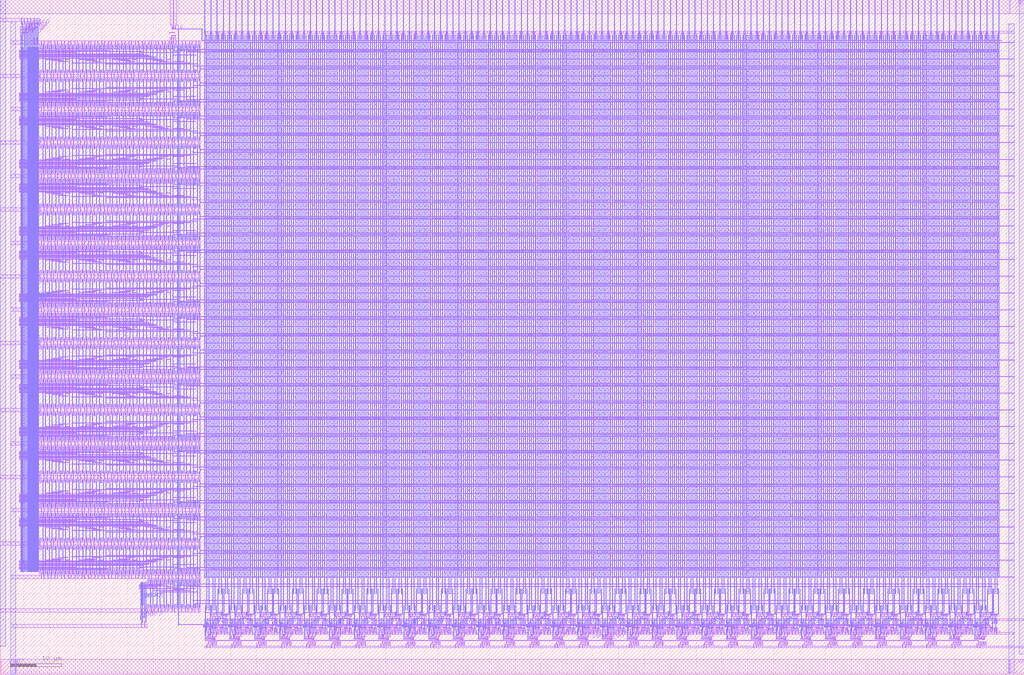
<source format=lef>
VERSION 5.8 ;
BUSBITCHARS "[]" ;
DIVIDERCHAR "/" ;

MACRO sram_1kb_64x128x32
  CLASS BLOCK ;
  ORIGIN 39.505 120.605 ;
  FOREIGN sram_1kb_64x128x32 -39.505 -120.605 ;
  SIZE 197.97 BY 130.5 ;
  SYMMETRY X Y R90 ;
  PIN write_en
    DIRECTION INPUT ;
    USE SIGNAL ;
    PORT
      LAYER M1 ;
        RECT -0.235 -111.125 151.98 -111.035 ;
        RECT 151.8 -111.215 151.98 -111.035 ;
        RECT 147 -111.215 147.18 -111.035 ;
        RECT 142.2 -111.215 142.38 -111.035 ;
        RECT 137.4 -111.215 137.58 -111.035 ;
        RECT 132.6 -111.215 132.78 -111.035 ;
        RECT 127.8 -111.215 127.98 -111.035 ;
        RECT 123 -111.215 123.18 -111.035 ;
        RECT 118.2 -111.215 118.38 -111.035 ;
        RECT 113.4 -111.215 113.58 -111.035 ;
        RECT 108.6 -111.215 108.78 -111.035 ;
        RECT 103.8 -111.215 103.98 -111.035 ;
        RECT 99 -111.215 99.18 -111.035 ;
        RECT 94.2 -111.215 94.38 -111.035 ;
        RECT 89.4 -111.215 89.58 -111.035 ;
        RECT 84.6 -111.215 84.78 -111.035 ;
        RECT 79.8 -111.215 79.98 -111.035 ;
        RECT 75 -111.215 75.18 -111.035 ;
        RECT 70.2 -111.215 70.38 -111.035 ;
        RECT 65.4 -111.215 65.58 -111.035 ;
        RECT 60.6 -111.215 60.78 -111.035 ;
        RECT 55.8 -111.215 55.98 -111.035 ;
        RECT 51 -111.215 51.18 -111.035 ;
        RECT 46.2 -111.215 46.38 -111.035 ;
        RECT 41.4 -111.215 41.58 -111.035 ;
        RECT 36.6 -111.215 36.78 -111.035 ;
        RECT 31.8 -111.215 31.98 -111.035 ;
        RECT 27 -111.215 27.18 -111.035 ;
        RECT 22.2 -111.215 22.38 -111.035 ;
        RECT 17.4 -111.215 17.58 -111.035 ;
        RECT 12.6 -111.215 12.78 -111.035 ;
        RECT 7.8 -111.215 7.98 -111.035 ;
        RECT 3 -111.215 3.18 -111.035 ;
    END
  END write_en
  PIN din0
    DIRECTION INPUT ;
    USE SIGNAL ;
    PORT
      LAYER M2 ;
        RECT -0.29 -111.445 -0.06 -111.215 ;
      LAYER M3 ;
        RECT -0.29 -111.445 -0.06 -111.215 ;
      LAYER M1 ;
        RECT -0.29 -111.305 1.575 -111.215 ;
        RECT -0.29 -111.445 -0.06 -111.215 ;
    END
  END din0
  PIN din1
    DIRECTION INPUT ;
    USE SIGNAL ;
    PORT
      LAYER M2 ;
        RECT 4.51 -111.445 4.74 -111.215 ;
      LAYER M3 ;
        RECT 4.51 -111.445 4.74 -111.215 ;
      LAYER M1 ;
        RECT 4.51 -111.305 6.375 -111.215 ;
        RECT 4.51 -111.445 4.74 -111.215 ;
    END
  END din1
  PIN din2
    DIRECTION INPUT ;
    USE SIGNAL ;
    PORT
      LAYER M2 ;
        RECT 9.31 -111.445 9.54 -111.215 ;
      LAYER M3 ;
        RECT 9.31 -111.445 9.54 -111.215 ;
      LAYER M1 ;
        RECT 9.31 -111.305 11.175 -111.215 ;
        RECT 9.31 -111.445 9.54 -111.215 ;
    END
  END din2
  PIN din3
    DIRECTION INPUT ;
    USE SIGNAL ;
    PORT
      LAYER M2 ;
        RECT 14.11 -111.445 14.34 -111.215 ;
      LAYER M3 ;
        RECT 14.11 -111.445 14.34 -111.215 ;
      LAYER M1 ;
        RECT 14.11 -111.305 15.975 -111.215 ;
        RECT 14.11 -111.445 14.34 -111.215 ;
    END
  END din3
  PIN din4
    DIRECTION INPUT ;
    USE SIGNAL ;
    PORT
      LAYER M2 ;
        RECT 18.91 -111.445 19.14 -111.215 ;
      LAYER M3 ;
        RECT 18.91 -111.445 19.14 -111.215 ;
      LAYER M1 ;
        RECT 18.91 -111.305 20.775 -111.215 ;
        RECT 18.91 -111.445 19.14 -111.215 ;
    END
  END din4
  PIN din5
    DIRECTION INPUT ;
    USE SIGNAL ;
    PORT
      LAYER M2 ;
        RECT 23.71 -111.445 23.94 -111.215 ;
      LAYER M3 ;
        RECT 23.71 -111.445 23.94 -111.215 ;
      LAYER M1 ;
        RECT 23.71 -111.305 25.575 -111.215 ;
        RECT 23.71 -111.445 23.94 -111.215 ;
    END
  END din5
  PIN din6
    DIRECTION INPUT ;
    USE SIGNAL ;
    PORT
      LAYER M2 ;
        RECT 28.51 -111.445 28.74 -111.215 ;
      LAYER M3 ;
        RECT 28.51 -111.445 28.74 -111.215 ;
      LAYER M1 ;
        RECT 28.51 -111.305 30.375 -111.215 ;
        RECT 28.51 -111.445 28.74 -111.215 ;
    END
  END din6
  PIN din7
    DIRECTION INPUT ;
    USE SIGNAL ;
    PORT
      LAYER M2 ;
        RECT 33.31 -111.445 33.54 -111.215 ;
      LAYER M3 ;
        RECT 33.31 -111.445 33.54 -111.215 ;
      LAYER M1 ;
        RECT 33.31 -111.305 35.175 -111.215 ;
        RECT 33.31 -111.445 33.54 -111.215 ;
    END
  END din7
  PIN din8
    DIRECTION INPUT ;
    USE SIGNAL ;
    PORT
      LAYER M2 ;
        RECT 38.11 -111.445 38.34 -111.215 ;
      LAYER M3 ;
        RECT 38.11 -111.445 38.34 -111.215 ;
      LAYER M1 ;
        RECT 38.11 -111.305 39.975 -111.215 ;
        RECT 38.11 -111.445 38.34 -111.215 ;
    END
  END din8
  PIN din9
    DIRECTION INPUT ;
    USE SIGNAL ;
    PORT
      LAYER M2 ;
        RECT 42.91 -111.445 43.14 -111.215 ;
      LAYER M3 ;
        RECT 42.91 -111.445 43.14 -111.215 ;
      LAYER M1 ;
        RECT 42.91 -111.305 44.775 -111.215 ;
        RECT 42.91 -111.445 43.14 -111.215 ;
    END
  END din9
  PIN din10
    DIRECTION INPUT ;
    USE SIGNAL ;
    PORT
      LAYER M2 ;
        RECT 47.71 -111.445 47.94 -111.215 ;
      LAYER M3 ;
        RECT 47.71 -111.445 47.94 -111.215 ;
      LAYER M1 ;
        RECT 47.71 -111.305 49.575 -111.215 ;
        RECT 47.71 -111.445 47.94 -111.215 ;
    END
  END din10
  PIN din11
    DIRECTION INPUT ;
    USE SIGNAL ;
    PORT
      LAYER M2 ;
        RECT 52.51 -111.445 52.74 -111.215 ;
      LAYER M3 ;
        RECT 52.51 -111.445 52.74 -111.215 ;
      LAYER M1 ;
        RECT 52.51 -111.305 54.375 -111.215 ;
        RECT 52.51 -111.445 52.74 -111.215 ;
    END
  END din11
  PIN din12
    DIRECTION INPUT ;
    USE SIGNAL ;
    PORT
      LAYER M2 ;
        RECT 57.31 -111.445 57.54 -111.215 ;
      LAYER M3 ;
        RECT 57.31 -111.445 57.54 -111.215 ;
      LAYER M1 ;
        RECT 57.31 -111.305 59.175 -111.215 ;
        RECT 57.31 -111.445 57.54 -111.215 ;
    END
  END din12
  PIN din13
    DIRECTION INPUT ;
    USE SIGNAL ;
    PORT
      LAYER M2 ;
        RECT 62.11 -111.445 62.34 -111.215 ;
      LAYER M3 ;
        RECT 62.11 -111.445 62.34 -111.215 ;
      LAYER M1 ;
        RECT 62.11 -111.305 63.975 -111.215 ;
        RECT 62.11 -111.445 62.34 -111.215 ;
    END
  END din13
  PIN din14
    DIRECTION INPUT ;
    USE SIGNAL ;
    PORT
      LAYER M2 ;
        RECT 66.91 -111.445 67.14 -111.215 ;
      LAYER M3 ;
        RECT 66.91 -111.445 67.14 -111.215 ;
      LAYER M1 ;
        RECT 66.91 -111.305 68.775 -111.215 ;
        RECT 66.91 -111.445 67.14 -111.215 ;
    END
  END din14
  PIN din15
    DIRECTION INPUT ;
    USE SIGNAL ;
    PORT
      LAYER M2 ;
        RECT 71.71 -111.445 71.94 -111.215 ;
      LAYER M3 ;
        RECT 71.71 -111.445 71.94 -111.215 ;
      LAYER M1 ;
        RECT 71.71 -111.305 73.575 -111.215 ;
        RECT 71.71 -111.445 71.94 -111.215 ;
    END
  END din15
  PIN din16
    DIRECTION INPUT ;
    USE SIGNAL ;
    PORT
      LAYER M2 ;
        RECT 76.51 -111.445 76.74 -111.215 ;
      LAYER M3 ;
        RECT 76.51 -111.445 76.74 -111.215 ;
      LAYER M1 ;
        RECT 76.51 -111.305 78.375 -111.215 ;
        RECT 76.51 -111.445 76.74 -111.215 ;
    END
  END din16
  PIN din17
    DIRECTION INPUT ;
    USE SIGNAL ;
    PORT
      LAYER M2 ;
        RECT 81.31 -111.445 81.54 -111.215 ;
      LAYER M3 ;
        RECT 81.31 -111.445 81.54 -111.215 ;
      LAYER M1 ;
        RECT 81.31 -111.305 83.175 -111.215 ;
        RECT 81.31 -111.445 81.54 -111.215 ;
    END
  END din17
  PIN din18
    DIRECTION INPUT ;
    USE SIGNAL ;
    PORT
      LAYER M2 ;
        RECT 86.11 -111.445 86.34 -111.215 ;
      LAYER M3 ;
        RECT 86.11 -111.445 86.34 -111.215 ;
      LAYER M1 ;
        RECT 86.11 -111.305 87.975 -111.215 ;
        RECT 86.11 -111.445 86.34 -111.215 ;
    END
  END din18
  PIN din19
    DIRECTION INPUT ;
    USE SIGNAL ;
    PORT
      LAYER M2 ;
        RECT 90.91 -111.445 91.14 -111.215 ;
      LAYER M3 ;
        RECT 90.91 -111.445 91.14 -111.215 ;
      LAYER M1 ;
        RECT 90.91 -111.305 92.775 -111.215 ;
        RECT 90.91 -111.445 91.14 -111.215 ;
    END
  END din19
  PIN din20
    DIRECTION INPUT ;
    USE SIGNAL ;
    PORT
      LAYER M2 ;
        RECT 95.71 -111.445 95.94 -111.215 ;
      LAYER M3 ;
        RECT 95.71 -111.445 95.94 -111.215 ;
      LAYER M1 ;
        RECT 95.71 -111.305 97.575 -111.215 ;
        RECT 95.71 -111.445 95.94 -111.215 ;
    END
  END din20
  PIN din21
    DIRECTION INPUT ;
    USE SIGNAL ;
    PORT
      LAYER M2 ;
        RECT 100.51 -111.445 100.74 -111.215 ;
      LAYER M3 ;
        RECT 100.51 -111.445 100.74 -111.215 ;
      LAYER M1 ;
        RECT 100.51 -111.305 102.375 -111.215 ;
        RECT 100.51 -111.445 100.74 -111.215 ;
    END
  END din21
  PIN din22
    DIRECTION INPUT ;
    USE SIGNAL ;
    PORT
      LAYER M2 ;
        RECT 105.31 -111.445 105.54 -111.215 ;
      LAYER M3 ;
        RECT 105.31 -111.445 105.54 -111.215 ;
      LAYER M1 ;
        RECT 105.31 -111.305 107.175 -111.215 ;
        RECT 105.31 -111.445 105.54 -111.215 ;
    END
  END din22
  PIN din23
    DIRECTION INPUT ;
    USE SIGNAL ;
    PORT
      LAYER M2 ;
        RECT 110.11 -111.445 110.34 -111.215 ;
      LAYER M3 ;
        RECT 110.11 -111.445 110.34 -111.215 ;
      LAYER M1 ;
        RECT 110.11 -111.305 111.975 -111.215 ;
        RECT 110.11 -111.445 110.34 -111.215 ;
    END
  END din23
  PIN din24
    DIRECTION INPUT ;
    USE SIGNAL ;
    PORT
      LAYER M2 ;
        RECT 114.91 -111.445 115.14 -111.215 ;
      LAYER M3 ;
        RECT 114.91 -111.445 115.14 -111.215 ;
      LAYER M1 ;
        RECT 114.91 -111.305 116.775 -111.215 ;
        RECT 114.91 -111.445 115.14 -111.215 ;
    END
  END din24
  PIN din25
    DIRECTION INPUT ;
    USE SIGNAL ;
    PORT
      LAYER M2 ;
        RECT 119.71 -111.445 119.94 -111.215 ;
      LAYER M3 ;
        RECT 119.71 -111.445 119.94 -111.215 ;
      LAYER M1 ;
        RECT 119.71 -111.305 121.575 -111.215 ;
        RECT 119.71 -111.445 119.94 -111.215 ;
    END
  END din25
  PIN din26
    DIRECTION INPUT ;
    USE SIGNAL ;
    PORT
      LAYER M2 ;
        RECT 124.51 -111.445 124.74 -111.215 ;
      LAYER M3 ;
        RECT 124.51 -111.445 124.74 -111.215 ;
      LAYER M1 ;
        RECT 124.51 -111.305 126.375 -111.215 ;
        RECT 124.51 -111.445 124.74 -111.215 ;
    END
  END din26
  PIN din27
    DIRECTION INPUT ;
    USE SIGNAL ;
    PORT
      LAYER M2 ;
        RECT 129.31 -111.445 129.54 -111.215 ;
      LAYER M3 ;
        RECT 129.31 -111.445 129.54 -111.215 ;
      LAYER M1 ;
        RECT 129.31 -111.305 131.175 -111.215 ;
        RECT 129.31 -111.445 129.54 -111.215 ;
    END
  END din27
  PIN din28
    DIRECTION INPUT ;
    USE SIGNAL ;
    PORT
      LAYER M2 ;
        RECT 134.11 -111.445 134.34 -111.215 ;
      LAYER M3 ;
        RECT 134.11 -111.445 134.34 -111.215 ;
      LAYER M1 ;
        RECT 134.11 -111.305 135.975 -111.215 ;
        RECT 134.11 -111.445 134.34 -111.215 ;
    END
  END din28
  PIN din29
    DIRECTION INPUT ;
    USE SIGNAL ;
    PORT
      LAYER M2 ;
        RECT 138.91 -111.445 139.14 -111.215 ;
      LAYER M3 ;
        RECT 138.91 -111.445 139.14 -111.215 ;
      LAYER M1 ;
        RECT 138.91 -111.305 140.775 -111.215 ;
        RECT 138.91 -111.445 139.14 -111.215 ;
    END
  END din29
  PIN din30
    DIRECTION INPUT ;
    USE SIGNAL ;
    PORT
      LAYER M2 ;
        RECT 143.71 -111.445 143.94 -111.215 ;
      LAYER M3 ;
        RECT 143.71 -111.445 143.94 -111.215 ;
      LAYER M1 ;
        RECT 143.71 -111.305 145.575 -111.215 ;
        RECT 143.71 -111.445 143.94 -111.215 ;
    END
  END din30
  PIN din31
    DIRECTION INPUT ;
    USE SIGNAL ;
    PORT
      LAYER M2 ;
        RECT 148.51 -111.445 148.74 -111.215 ;
      LAYER M3 ;
        RECT 148.51 -111.445 148.74 -111.215 ;
      LAYER M1 ;
        RECT 148.51 -111.305 150.375 -111.215 ;
        RECT 148.51 -111.445 148.74 -111.215 ;
    END
  END din31
  PIN sense_en
    DIRECTION INPUT ;
    USE SIGNAL ;
    PORT
      LAYER M1 ;
        RECT -0.03 -114.105 149.685 -113.985 ;
    END
  END sense_en
  PIN dout0
    DIRECTION OUTPUT ;
    USE SIGNAL ;
    PORT
      LAYER M1 ;
        RECT 1.9 -113.85 2 -113.1 ;
        RECT -0.03 -113.795 2 -113.675 ;
        RECT 1.53 -113.85 2 -113.675 ;
        RECT 0.355 -113.795 0.455 -113.09 ;
    END
  END dout0
  PIN dout1
    DIRECTION OUTPUT ;
    USE SIGNAL ;
    PORT
      LAYER M1 ;
        RECT 6.7 -113.85 6.8 -113.1 ;
        RECT 4.77 -113.795 6.8 -113.675 ;
        RECT 6.33 -113.85 6.8 -113.675 ;
        RECT 5.155 -113.795 5.255 -113.09 ;
    END
  END dout1
  PIN dout2
    DIRECTION OUTPUT ;
    USE SIGNAL ;
    PORT
      LAYER M1 ;
        RECT 11.5 -113.85 11.6 -113.1 ;
        RECT 9.57 -113.795 11.6 -113.675 ;
        RECT 11.13 -113.85 11.6 -113.675 ;
        RECT 9.955 -113.795 10.055 -113.09 ;
    END
  END dout2
  PIN dout3
    DIRECTION OUTPUT ;
    USE SIGNAL ;
    PORT
      LAYER M1 ;
        RECT 16.3 -113.85 16.4 -113.1 ;
        RECT 14.37 -113.795 16.4 -113.675 ;
        RECT 15.93 -113.85 16.4 -113.675 ;
        RECT 14.755 -113.795 14.855 -113.09 ;
    END
  END dout3
  PIN dout4
    DIRECTION OUTPUT ;
    USE SIGNAL ;
    PORT
      LAYER M1 ;
        RECT 21.1 -113.85 21.2 -113.1 ;
        RECT 19.17 -113.795 21.2 -113.675 ;
        RECT 20.73 -113.85 21.2 -113.675 ;
        RECT 19.555 -113.795 19.655 -113.09 ;
    END
  END dout4
  PIN dout5
    DIRECTION OUTPUT ;
    USE SIGNAL ;
    PORT
      LAYER M1 ;
        RECT 25.9 -113.85 26 -113.1 ;
        RECT 23.97 -113.795 26 -113.675 ;
        RECT 25.53 -113.85 26 -113.675 ;
        RECT 24.355 -113.795 24.455 -113.09 ;
    END
  END dout5
  PIN dout6
    DIRECTION OUTPUT ;
    USE SIGNAL ;
    PORT
      LAYER M1 ;
        RECT 30.7 -113.85 30.8 -113.1 ;
        RECT 28.77 -113.795 30.8 -113.675 ;
        RECT 30.33 -113.85 30.8 -113.675 ;
        RECT 29.155 -113.795 29.255 -113.09 ;
    END
  END dout6
  PIN dout7
    DIRECTION OUTPUT ;
    USE SIGNAL ;
    PORT
      LAYER M1 ;
        RECT 35.5 -113.85 35.6 -113.1 ;
        RECT 33.57 -113.795 35.6 -113.675 ;
        RECT 35.13 -113.85 35.6 -113.675 ;
        RECT 33.955 -113.795 34.055 -113.09 ;
    END
  END dout7
  PIN dout8
    DIRECTION OUTPUT ;
    USE SIGNAL ;
    PORT
      LAYER M1 ;
        RECT 40.3 -113.85 40.4 -113.1 ;
        RECT 38.37 -113.795 40.4 -113.675 ;
        RECT 39.93 -113.85 40.4 -113.675 ;
        RECT 38.755 -113.795 38.855 -113.09 ;
    END
  END dout8
  PIN dout9
    DIRECTION OUTPUT ;
    USE SIGNAL ;
    PORT
      LAYER M1 ;
        RECT 45.1 -113.85 45.2 -113.1 ;
        RECT 43.17 -113.795 45.2 -113.675 ;
        RECT 44.73 -113.85 45.2 -113.675 ;
        RECT 43.555 -113.795 43.655 -113.09 ;
    END
  END dout9
  PIN dout10
    DIRECTION OUTPUT ;
    USE SIGNAL ;
    PORT
      LAYER M1 ;
        RECT 49.9 -113.85 50 -113.1 ;
        RECT 47.97 -113.795 50 -113.675 ;
        RECT 49.53 -113.85 50 -113.675 ;
        RECT 48.355 -113.795 48.455 -113.09 ;
    END
  END dout10
  PIN dout11
    DIRECTION OUTPUT ;
    USE SIGNAL ;
    PORT
      LAYER M1 ;
        RECT 54.7 -113.85 54.8 -113.1 ;
        RECT 52.77 -113.795 54.8 -113.675 ;
        RECT 54.33 -113.85 54.8 -113.675 ;
        RECT 53.155 -113.795 53.255 -113.09 ;
    END
  END dout11
  PIN dout12
    DIRECTION OUTPUT ;
    USE SIGNAL ;
    PORT
      LAYER M1 ;
        RECT 59.5 -113.85 59.6 -113.1 ;
        RECT 57.57 -113.795 59.6 -113.675 ;
        RECT 59.13 -113.85 59.6 -113.675 ;
        RECT 57.955 -113.795 58.055 -113.09 ;
    END
  END dout12
  PIN dout13
    DIRECTION OUTPUT ;
    USE SIGNAL ;
    PORT
      LAYER M1 ;
        RECT 64.3 -113.85 64.4 -113.1 ;
        RECT 62.37 -113.795 64.4 -113.675 ;
        RECT 63.93 -113.85 64.4 -113.675 ;
        RECT 62.755 -113.795 62.855 -113.09 ;
    END
  END dout13
  PIN dout14
    DIRECTION OUTPUT ;
    USE SIGNAL ;
    PORT
      LAYER M1 ;
        RECT 69.1 -113.85 69.2 -113.1 ;
        RECT 67.17 -113.795 69.2 -113.675 ;
        RECT 68.73 -113.85 69.2 -113.675 ;
        RECT 67.555 -113.795 67.655 -113.09 ;
    END
  END dout14
  PIN dout15
    DIRECTION OUTPUT ;
    USE SIGNAL ;
    PORT
      LAYER M1 ;
        RECT 73.9 -113.85 74 -113.1 ;
        RECT 71.97 -113.795 74 -113.675 ;
        RECT 73.53 -113.85 74 -113.675 ;
        RECT 72.355 -113.795 72.455 -113.09 ;
    END
  END dout15
  PIN dout16
    DIRECTION OUTPUT ;
    USE SIGNAL ;
    PORT
      LAYER M1 ;
        RECT 78.7 -113.85 78.8 -113.1 ;
        RECT 76.77 -113.795 78.8 -113.675 ;
        RECT 78.33 -113.85 78.8 -113.675 ;
        RECT 77.155 -113.795 77.255 -113.09 ;
    END
  END dout16
  PIN dout17
    DIRECTION OUTPUT ;
    USE SIGNAL ;
    PORT
      LAYER M1 ;
        RECT 83.5 -113.85 83.6 -113.1 ;
        RECT 81.57 -113.795 83.6 -113.675 ;
        RECT 83.13 -113.85 83.6 -113.675 ;
        RECT 81.955 -113.795 82.055 -113.09 ;
    END
  END dout17
  PIN dout18
    DIRECTION OUTPUT ;
    USE SIGNAL ;
    PORT
      LAYER M1 ;
        RECT 88.3 -113.85 88.4 -113.1 ;
        RECT 86.37 -113.795 88.4 -113.675 ;
        RECT 87.93 -113.85 88.4 -113.675 ;
        RECT 86.755 -113.795 86.855 -113.09 ;
    END
  END dout18
  PIN dout19
    DIRECTION OUTPUT ;
    USE SIGNAL ;
    PORT
      LAYER M1 ;
        RECT 93.1 -113.85 93.2 -113.1 ;
        RECT 91.17 -113.795 93.2 -113.675 ;
        RECT 92.73 -113.85 93.2 -113.675 ;
        RECT 91.555 -113.795 91.655 -113.09 ;
    END
  END dout19
  PIN dout20
    DIRECTION OUTPUT ;
    USE SIGNAL ;
    PORT
      LAYER M1 ;
        RECT 97.9 -113.85 98 -113.1 ;
        RECT 95.97 -113.795 98 -113.675 ;
        RECT 97.53 -113.85 98 -113.675 ;
        RECT 96.355 -113.795 96.455 -113.09 ;
    END
  END dout20
  PIN dout21
    DIRECTION OUTPUT ;
    USE SIGNAL ;
    PORT
      LAYER M1 ;
        RECT 102.7 -113.85 102.8 -113.1 ;
        RECT 100.77 -113.795 102.8 -113.675 ;
        RECT 102.33 -113.85 102.8 -113.675 ;
        RECT 101.155 -113.795 101.255 -113.09 ;
    END
  END dout21
  PIN dout22
    DIRECTION OUTPUT ;
    USE SIGNAL ;
    PORT
      LAYER M1 ;
        RECT 107.5 -113.85 107.6 -113.1 ;
        RECT 105.57 -113.795 107.6 -113.675 ;
        RECT 107.13 -113.85 107.6 -113.675 ;
        RECT 105.955 -113.795 106.055 -113.09 ;
    END
  END dout22
  PIN dout23
    DIRECTION OUTPUT ;
    USE SIGNAL ;
    PORT
      LAYER M1 ;
        RECT 112.3 -113.85 112.4 -113.1 ;
        RECT 110.37 -113.795 112.4 -113.675 ;
        RECT 111.93 -113.85 112.4 -113.675 ;
        RECT 110.755 -113.795 110.855 -113.09 ;
    END
  END dout23
  PIN dout24
    DIRECTION OUTPUT ;
    USE SIGNAL ;
    PORT
      LAYER M1 ;
        RECT 117.1 -113.85 117.2 -113.1 ;
        RECT 115.17 -113.795 117.2 -113.675 ;
        RECT 116.73 -113.85 117.2 -113.675 ;
        RECT 115.555 -113.795 115.655 -113.09 ;
    END
  END dout24
  PIN dout25
    DIRECTION OUTPUT ;
    USE SIGNAL ;
    PORT
      LAYER M1 ;
        RECT 121.9 -113.85 122 -113.1 ;
        RECT 119.97 -113.795 122 -113.675 ;
        RECT 121.53 -113.85 122 -113.675 ;
        RECT 120.355 -113.795 120.455 -113.09 ;
    END
  END dout25
  PIN dout26
    DIRECTION OUTPUT ;
    USE SIGNAL ;
    PORT
      LAYER M1 ;
        RECT 126.7 -113.85 126.8 -113.1 ;
        RECT 124.77 -113.795 126.8 -113.675 ;
        RECT 126.33 -113.85 126.8 -113.675 ;
        RECT 125.155 -113.795 125.255 -113.09 ;
    END
  END dout26
  PIN dout27
    DIRECTION OUTPUT ;
    USE SIGNAL ;
    PORT
      LAYER M1 ;
        RECT 131.5 -113.85 131.6 -113.1 ;
        RECT 129.57 -113.795 131.6 -113.675 ;
        RECT 131.13 -113.85 131.6 -113.675 ;
        RECT 129.955 -113.795 130.055 -113.09 ;
    END
  END dout27
  PIN dout28
    DIRECTION OUTPUT ;
    USE SIGNAL ;
    PORT
      LAYER M1 ;
        RECT 136.3 -113.85 136.4 -113.1 ;
        RECT 134.37 -113.795 136.4 -113.675 ;
        RECT 135.93 -113.85 136.4 -113.675 ;
        RECT 134.755 -113.795 134.855 -113.09 ;
    END
  END dout28
  PIN dout29
    DIRECTION OUTPUT ;
    USE SIGNAL ;
    PORT
      LAYER M1 ;
        RECT 141.1 -113.85 141.2 -113.1 ;
        RECT 139.17 -113.795 141.2 -113.675 ;
        RECT 140.73 -113.85 141.2 -113.675 ;
        RECT 139.555 -113.795 139.655 -113.09 ;
    END
  END dout29
  PIN dout30
    DIRECTION OUTPUT ;
    USE SIGNAL ;
    PORT
      LAYER M1 ;
        RECT 145.9 -113.85 146 -113.1 ;
        RECT 143.97 -113.795 146 -113.675 ;
        RECT 145.53 -113.85 146 -113.675 ;
        RECT 144.355 -113.795 144.455 -113.09 ;
    END
  END dout30
  PIN dout31
    DIRECTION OUTPUT ;
    USE SIGNAL ;
    PORT
      LAYER M1 ;
        RECT 150.7 -113.85 150.8 -113.1 ;
        RECT 148.77 -113.795 150.8 -113.675 ;
        RECT 150.33 -113.85 150.8 -113.675 ;
        RECT 149.155 -113.795 149.255 -113.09 ;
    END
  END dout31
  PIN gnd!
    DIRECTION INPUT ;
    USE GROUND ;
    PORT
      LAYER M1 ;
        RECT 155.747 7.175 158.465 9.895 ;
    END
  END gnd!
  PIN vdd!
    DIRECTION INPUT ;
    USE POWER ;
    PORT
      LAYER M1 ;
        RECT -39.325 -120.365 -36.607 -117.645 ;
    END
    PORT
      LAYER M1 ;
        RECT 155.747 -120.365 158.465 -117.645 ;
    END
  END vdd!
  PIN clk
    DIRECTION INPUT ;
    USE SIGNAL ;
    PORT
      LAYER M1 ;
        RECT -6.835 3.435 -5.845 3.535 ;
    END
  END clk
  PIN addr5
    DIRECTION INPUT ;
    USE SIGNAL ;
    PORT
      LAYER M2 ;
        RECT -35.545 -100.715 -35.365 0.645 ;
        RECT -35.545 -100.715 -35.445 3.005 ;
      LAYER M1 ;
        RECT -35.845 -98.715 -9.26 -98.615 ;
        RECT -35.845 -91.955 -9.26 -91.855 ;
        RECT -35.845 -85.795 -9.26 -85.695 ;
        RECT -35.845 -79.035 -9.26 -78.935 ;
        RECT -35.845 -72.875 -9.26 -72.775 ;
        RECT -35.845 -66.115 -9.26 -66.015 ;
        RECT -35.845 -59.955 -9.26 -59.855 ;
        RECT -35.845 -53.195 -9.26 -53.095 ;
        RECT -35.625 2.825 -35.24 3.005 ;
    END
  END addr5
  PIN addr4
    DIRECTION INPUT ;
    USE SIGNAL ;
    PORT
      LAYER M2 ;
        RECT -34.945 -100.715 -34.765 0.645 ;
        RECT -34.945 -100.715 -34.845 3.345 ;
      LAYER M1 ;
        RECT -35.845 -98.935 -9.52 -98.835 ;
        RECT -35.845 -91.735 -9.52 -91.635 ;
        RECT -35.845 -86.015 -9.52 -85.915 ;
        RECT -35.845 -78.815 -9.52 -78.715 ;
        RECT -35.845 -47.255 -9.52 -47.155 ;
        RECT -35.845 -40.055 -9.52 -39.955 ;
        RECT -35.845 -34.335 -9.52 -34.235 ;
        RECT -35.845 -27.135 -9.52 -27.035 ;
        RECT -35.625 3.165 -34.64 3.345 ;
    END
  END addr4
  PIN addr3
    DIRECTION INPUT ;
    USE SIGNAL ;
    PORT
      LAYER M2 ;
        RECT -34.345 -100.715 -34.165 0.645 ;
        RECT -34.345 -100.715 -34.245 3.685 ;
      LAYER M1 ;
        RECT -35.845 -99.155 -10.56 -99.055 ;
        RECT -35.845 -91.515 -10.56 -91.415 ;
        RECT -35.845 -73.315 -10.56 -73.215 ;
        RECT -35.845 -65.675 -10.56 -65.575 ;
        RECT -35.845 -47.475 -10.56 -47.375 ;
        RECT -35.845 -39.835 -10.56 -39.735 ;
        RECT -35.845 -21.635 -10.56 -21.535 ;
        RECT -35.845 -13.995 -10.56 -13.895 ;
        RECT -35.625 3.505 -34.04 3.685 ;
    END
  END addr3
  PIN addr2
    DIRECTION INPUT ;
    USE SIGNAL ;
    PORT
      LAYER M2 ;
        RECT -33.745 -100.715 -33.565 0.645 ;
        RECT -33.745 -100.715 -33.645 4.025 ;
      LAYER M1 ;
        RECT -35.845 -99.375 -10.82 -99.275 ;
        RECT -35.845 -86.455 -10.82 -86.355 ;
        RECT -35.845 -73.535 -10.82 -73.435 ;
        RECT -35.845 -60.615 -10.82 -60.515 ;
        RECT -35.845 -47.695 -10.82 -47.595 ;
        RECT -35.845 -34.775 -10.82 -34.675 ;
        RECT -35.845 -21.855 -10.82 -21.755 ;
        RECT -35.845 -8.935 -10.82 -8.835 ;
        RECT -35.625 3.845 -33.44 4.025 ;
    END
  END addr2
  PIN addr1
    DIRECTION INPUT ;
    USE SIGNAL ;
    PORT
      LAYER M2 ;
        RECT -33.145 -100.715 -32.965 0.645 ;
        RECT -33.145 -100.715 -33.045 4.365 ;
      LAYER M1 ;
        RECT -35.845 -99.595 -11.86 -99.495 ;
        RECT -35.845 -91.075 -11.86 -90.975 ;
        RECT -35.845 -86.675 -11.86 -86.575 ;
        RECT -35.845 -78.155 -11.86 -78.055 ;
        RECT -35.845 -73.755 -11.86 -73.655 ;
        RECT -35.845 -65.235 -11.86 -65.135 ;
        RECT -35.845 -60.835 -11.86 -60.735 ;
        RECT -35.845 -52.315 -11.86 -52.215 ;
        RECT -35.845 -47.915 -11.86 -47.815 ;
        RECT -35.845 -39.395 -11.86 -39.295 ;
        RECT -35.845 -34.995 -11.86 -34.895 ;
        RECT -35.845 -26.475 -11.86 -26.375 ;
        RECT -35.845 -22.075 -11.86 -21.975 ;
        RECT -35.845 -13.555 -11.86 -13.455 ;
        RECT -35.845 -9.155 -11.86 -9.055 ;
        RECT -35.845 -0.635 -11.86 -0.535 ;
        RECT -35.625 4.185 -32.84 4.365 ;
    END
  END addr1
  PIN addr0
    DIRECTION INPUT ;
    USE SIGNAL ;
    PORT
      LAYER M2 ;
        RECT -32.545 -100.715 -32.365 0.645 ;
        RECT -32.545 -100.715 -32.445 4.705 ;
      LAYER M1 ;
        RECT -35.845 -100.035 -12.12 -99.935 ;
        RECT -35.845 -90.635 -12.12 -90.535 ;
        RECT -35.845 -87.115 -12.12 -87.015 ;
        RECT -35.845 -77.715 -12.12 -77.615 ;
        RECT -35.845 -74.195 -12.12 -74.095 ;
        RECT -35.845 -64.795 -12.12 -64.695 ;
        RECT -35.845 -61.275 -12.12 -61.175 ;
        RECT -35.845 -51.875 -12.12 -51.775 ;
        RECT -35.845 -48.355 -12.12 -48.255 ;
        RECT -35.845 -38.955 -12.12 -38.855 ;
        RECT -35.845 -35.435 -12.12 -35.335 ;
        RECT -35.845 -26.035 -12.12 -25.935 ;
        RECT -35.845 -22.515 -12.12 -22.415 ;
        RECT -35.845 -13.115 -12.12 -13.015 ;
        RECT -35.845 -9.595 -12.12 -9.495 ;
        RECT -35.845 -0.195 -12.12 -0.095 ;
        RECT -35.625 4.525 -32.24 4.705 ;
    END
  END addr0
  PIN addr7
    DIRECTION INPUT ;
    USE SIGNAL ;
    PORT
      LAYER M2 ;
        RECT -12.345 -107.175 -12.165 -102.715 ;
        RECT -12.345 -109.975 -12.245 -102.715 ;
      LAYER M1 ;
        RECT -12.645 -103.995 -6.66 -103.895 ;
        RECT -12.425 -109.975 -12.04 -109.795 ;
    END
  END addr7
  PIN addr6
    DIRECTION INPUT ;
    USE SIGNAL ;
    PORT
      LAYER M2 ;
        RECT -11.745 -107.175 -11.565 -102.715 ;
        RECT -11.745 -109.635 -11.645 -102.715 ;
      LAYER M1 ;
        RECT -12.645 -103.555 -6.92 -103.455 ;
        RECT -12.425 -109.635 -11.44 -109.455 ;
    END
  END addr6
  OBS
    LAYER M1 SPACING 0.16 ;
      RECT 149.79 -115.455 149.89 -114.68 ;
      RECT 149.23 -115.455 149.33 -114.68 ;
      RECT 144.99 -115.455 145.09 -114.68 ;
      RECT 144.43 -115.455 144.53 -114.68 ;
      RECT 140.19 -115.455 140.29 -114.68 ;
      RECT 139.63 -115.455 139.73 -114.68 ;
      RECT 135.39 -115.455 135.49 -114.68 ;
      RECT 134.83 -115.455 134.93 -114.68 ;
      RECT 130.59 -115.455 130.69 -114.68 ;
      RECT 130.03 -115.455 130.13 -114.68 ;
      RECT 125.79 -115.455 125.89 -114.68 ;
      RECT 125.23 -115.455 125.33 -114.68 ;
      RECT 120.99 -115.455 121.09 -114.68 ;
      RECT 120.43 -115.455 120.53 -114.68 ;
      RECT 116.19 -115.455 116.29 -114.68 ;
      RECT 115.63 -115.455 115.73 -114.68 ;
      RECT 111.39 -115.455 111.49 -114.68 ;
      RECT 110.83 -115.455 110.93 -114.68 ;
      RECT 106.59 -115.455 106.69 -114.68 ;
      RECT 106.03 -115.455 106.13 -114.68 ;
      RECT 101.79 -115.455 101.89 -114.68 ;
      RECT 101.23 -115.455 101.33 -114.68 ;
      RECT 96.99 -115.455 97.09 -114.68 ;
      RECT 96.43 -115.455 96.53 -114.68 ;
      RECT 92.19 -115.455 92.29 -114.68 ;
      RECT 91.63 -115.455 91.73 -114.68 ;
      RECT 87.39 -115.455 87.49 -114.68 ;
      RECT 86.83 -115.455 86.93 -114.68 ;
      RECT 82.59 -115.455 82.69 -114.68 ;
      RECT 82.03 -115.455 82.13 -114.68 ;
      RECT 77.79 -115.455 77.89 -114.68 ;
      RECT 77.23 -115.455 77.33 -114.68 ;
      RECT 72.99 -115.455 73.09 -114.68 ;
      RECT 72.43 -115.455 72.53 -114.68 ;
      RECT 68.19 -115.455 68.29 -114.68 ;
      RECT 67.63 -115.455 67.73 -114.68 ;
      RECT 63.39 -115.455 63.49 -114.68 ;
      RECT 62.83 -115.455 62.93 -114.68 ;
      RECT 58.59 -115.455 58.69 -114.68 ;
      RECT 58.03 -115.455 58.13 -114.68 ;
      RECT 53.79 -115.455 53.89 -114.68 ;
      RECT 53.23 -115.455 53.33 -114.68 ;
      RECT 48.99 -115.455 49.09 -114.68 ;
      RECT 48.43 -115.455 48.53 -114.68 ;
      RECT 44.19 -115.455 44.29 -114.68 ;
      RECT 43.63 -115.455 43.73 -114.68 ;
      RECT 39.39 -115.455 39.49 -114.68 ;
      RECT 38.83 -115.455 38.93 -114.68 ;
      RECT 34.59 -115.455 34.69 -114.68 ;
      RECT 34.03 -115.455 34.13 -114.68 ;
      RECT 29.79 -115.455 29.89 -114.68 ;
      RECT 29.23 -115.455 29.33 -114.68 ;
      RECT 24.99 -115.455 25.09 -114.68 ;
      RECT 24.43 -115.455 24.53 -114.68 ;
      RECT 20.19 -115.455 20.29 -114.68 ;
      RECT 19.63 -115.455 19.73 -114.68 ;
      RECT 15.39 -115.455 15.49 -114.68 ;
      RECT 14.83 -115.455 14.93 -114.68 ;
      RECT 10.59 -115.455 10.69 -114.68 ;
      RECT 10.03 -115.455 10.13 -114.68 ;
      RECT 5.79 -115.455 5.89 -114.68 ;
      RECT 5.23 -115.455 5.33 -114.68 ;
      RECT 0.99 -115.455 1.09 -114.68 ;
      RECT 0.43 -115.455 0.53 -114.68 ;
      RECT 0.025 -115.455 158.465 -115.095 ;
      RECT 152.825 -110.195 152.925 -109.27 ;
      RECT 152.265 -110.195 152.365 -109.27 ;
      RECT 150.825 -110.195 150.925 -109.27 ;
      RECT 150.265 -110.195 150.365 -109.27 ;
      RECT 148.025 -110.195 148.125 -109.27 ;
      RECT 147.465 -110.195 147.565 -109.27 ;
      RECT 146.025 -110.195 146.125 -109.27 ;
      RECT 145.465 -110.195 145.565 -109.27 ;
      RECT 143.225 -110.195 143.325 -109.27 ;
      RECT 142.665 -110.195 142.765 -109.27 ;
      RECT 141.225 -110.195 141.325 -109.27 ;
      RECT 140.665 -110.195 140.765 -109.27 ;
      RECT 138.425 -110.195 138.525 -109.27 ;
      RECT 137.865 -110.195 137.965 -109.27 ;
      RECT 136.425 -110.195 136.525 -109.27 ;
      RECT 135.865 -110.195 135.965 -109.27 ;
      RECT 133.625 -110.195 133.725 -109.27 ;
      RECT 133.065 -110.195 133.165 -109.27 ;
      RECT 131.625 -110.195 131.725 -109.27 ;
      RECT 131.065 -110.195 131.165 -109.27 ;
      RECT 128.825 -110.195 128.925 -109.27 ;
      RECT 128.265 -110.195 128.365 -109.27 ;
      RECT 126.825 -110.195 126.925 -109.27 ;
      RECT 126.265 -110.195 126.365 -109.27 ;
      RECT 124.025 -110.195 124.125 -109.27 ;
      RECT 123.465 -110.195 123.565 -109.27 ;
      RECT 122.025 -110.195 122.125 -109.27 ;
      RECT 121.465 -110.195 121.565 -109.27 ;
      RECT 119.225 -110.195 119.325 -109.27 ;
      RECT 118.665 -110.195 118.765 -109.27 ;
      RECT 117.225 -110.195 117.325 -109.27 ;
      RECT 116.665 -110.195 116.765 -109.27 ;
      RECT 114.425 -110.195 114.525 -109.27 ;
      RECT 113.865 -110.195 113.965 -109.27 ;
      RECT 112.425 -110.195 112.525 -109.27 ;
      RECT 111.865 -110.195 111.965 -109.27 ;
      RECT 109.625 -110.195 109.725 -109.27 ;
      RECT 109.065 -110.195 109.165 -109.27 ;
      RECT 107.625 -110.195 107.725 -109.27 ;
      RECT 107.065 -110.195 107.165 -109.27 ;
      RECT 104.825 -110.195 104.925 -109.27 ;
      RECT 104.265 -110.195 104.365 -109.27 ;
      RECT 102.825 -110.195 102.925 -109.27 ;
      RECT 102.265 -110.195 102.365 -109.27 ;
      RECT 100.025 -110.195 100.125 -109.27 ;
      RECT 99.465 -110.195 99.565 -109.27 ;
      RECT 98.025 -110.195 98.125 -109.27 ;
      RECT 97.465 -110.195 97.565 -109.27 ;
      RECT 95.225 -110.195 95.325 -109.27 ;
      RECT 94.665 -110.195 94.765 -109.27 ;
      RECT 93.225 -110.195 93.325 -109.27 ;
      RECT 92.665 -110.195 92.765 -109.27 ;
      RECT 90.425 -110.195 90.525 -109.27 ;
      RECT 89.865 -110.195 89.965 -109.27 ;
      RECT 88.425 -110.195 88.525 -109.27 ;
      RECT 87.865 -110.195 87.965 -109.27 ;
      RECT 85.625 -110.195 85.725 -109.27 ;
      RECT 85.065 -110.195 85.165 -109.27 ;
      RECT 83.625 -110.195 83.725 -109.27 ;
      RECT 83.065 -110.195 83.165 -109.27 ;
      RECT 80.825 -110.195 80.925 -109.27 ;
      RECT 80.265 -110.195 80.365 -109.27 ;
      RECT 78.825 -110.195 78.925 -109.27 ;
      RECT 78.265 -110.195 78.365 -109.27 ;
      RECT 76.025 -110.195 76.125 -109.27 ;
      RECT 75.465 -110.195 75.565 -109.27 ;
      RECT 74.025 -110.195 74.125 -109.27 ;
      RECT 73.465 -110.195 73.565 -109.27 ;
      RECT 71.225 -110.195 71.325 -109.27 ;
      RECT 70.665 -110.195 70.765 -109.27 ;
      RECT 69.225 -110.195 69.325 -109.27 ;
      RECT 68.665 -110.195 68.765 -109.27 ;
      RECT 66.425 -110.195 66.525 -109.27 ;
      RECT 65.865 -110.195 65.965 -109.27 ;
      RECT 64.425 -110.195 64.525 -109.27 ;
      RECT 63.865 -110.195 63.965 -109.27 ;
      RECT 61.625 -110.195 61.725 -109.27 ;
      RECT 61.065 -110.195 61.165 -109.27 ;
      RECT 59.625 -110.195 59.725 -109.27 ;
      RECT 59.065 -110.195 59.165 -109.27 ;
      RECT 56.825 -110.195 56.925 -109.27 ;
      RECT 56.265 -110.195 56.365 -109.27 ;
      RECT 54.825 -110.195 54.925 -109.27 ;
      RECT 54.265 -110.195 54.365 -109.27 ;
      RECT 52.025 -110.195 52.125 -109.27 ;
      RECT 51.465 -110.195 51.565 -109.27 ;
      RECT 50.025 -110.195 50.125 -109.27 ;
      RECT 49.465 -110.195 49.565 -109.27 ;
      RECT 47.225 -110.195 47.325 -109.27 ;
      RECT 46.665 -110.195 46.765 -109.27 ;
      RECT 45.225 -110.195 45.325 -109.27 ;
      RECT 44.665 -110.195 44.765 -109.27 ;
      RECT 42.425 -110.195 42.525 -109.27 ;
      RECT 41.865 -110.195 41.965 -109.27 ;
      RECT 40.425 -110.195 40.525 -109.27 ;
      RECT 39.865 -110.195 39.965 -109.27 ;
      RECT 37.625 -110.195 37.725 -109.27 ;
      RECT 37.065 -110.195 37.165 -109.27 ;
      RECT 35.625 -110.195 35.725 -109.27 ;
      RECT 35.065 -110.195 35.165 -109.27 ;
      RECT 32.825 -110.195 32.925 -109.27 ;
      RECT 32.265 -110.195 32.365 -109.27 ;
      RECT 30.825 -110.195 30.925 -109.27 ;
      RECT 30.265 -110.195 30.365 -109.27 ;
      RECT 28.025 -110.195 28.125 -109.27 ;
      RECT 27.465 -110.195 27.565 -109.27 ;
      RECT 26.025 -110.195 26.125 -109.27 ;
      RECT 25.465 -110.195 25.565 -109.27 ;
      RECT 23.225 -110.195 23.325 -109.27 ;
      RECT 22.665 -110.195 22.765 -109.27 ;
      RECT 21.225 -110.195 21.325 -109.27 ;
      RECT 20.665 -110.195 20.765 -109.27 ;
      RECT 18.425 -110.195 18.525 -109.27 ;
      RECT 17.865 -110.195 17.965 -109.27 ;
      RECT 16.425 -110.195 16.525 -109.27 ;
      RECT 15.865 -110.195 15.965 -109.27 ;
      RECT 13.625 -110.195 13.725 -109.27 ;
      RECT 13.065 -110.195 13.165 -109.27 ;
      RECT 11.625 -110.195 11.725 -109.27 ;
      RECT 11.065 -110.195 11.165 -109.27 ;
      RECT 8.825 -110.195 8.925 -109.27 ;
      RECT 8.265 -110.195 8.365 -109.27 ;
      RECT 6.825 -110.195 6.925 -109.27 ;
      RECT 6.265 -110.195 6.365 -109.27 ;
      RECT 4.025 -110.195 4.125 -109.27 ;
      RECT 3.465 -110.195 3.565 -109.27 ;
      RECT 2.025 -110.195 2.125 -109.27 ;
      RECT 1.465 -110.195 1.565 -109.27 ;
      RECT -0.04 -110.195 158.465 -109.835 ;
      RECT 153.155 -110.765 153.255 -109.835 ;
      RECT 152.595 -110.765 152.695 -109.835 ;
      RECT 151.445 -110.75 151.545 -109.835 ;
      RECT 151.135 -110.765 151.235 -109.835 ;
      RECT 150.575 -110.765 150.675 -109.835 ;
      RECT 149.39 -110.765 149.565 -109.835 ;
      RECT 148.835 -110.73 148.935 -109.835 ;
      RECT 148.355 -110.765 148.455 -109.835 ;
      RECT 147.795 -110.765 147.895 -109.835 ;
      RECT 146.645 -110.75 146.745 -109.835 ;
      RECT 146.335 -110.765 146.435 -109.835 ;
      RECT 145.775 -110.765 145.875 -109.835 ;
      RECT 144.59 -110.765 144.765 -109.835 ;
      RECT 144.035 -110.73 144.135 -109.835 ;
      RECT 143.555 -110.765 143.655 -109.835 ;
      RECT 142.995 -110.765 143.095 -109.835 ;
      RECT 141.845 -110.75 141.945 -109.835 ;
      RECT 141.535 -110.765 141.635 -109.835 ;
      RECT 140.975 -110.765 141.075 -109.835 ;
      RECT 139.79 -110.765 139.965 -109.835 ;
      RECT 139.235 -110.73 139.335 -109.835 ;
      RECT 138.755 -110.765 138.855 -109.835 ;
      RECT 138.195 -110.765 138.295 -109.835 ;
      RECT 137.045 -110.75 137.145 -109.835 ;
      RECT 136.735 -110.765 136.835 -109.835 ;
      RECT 136.175 -110.765 136.275 -109.835 ;
      RECT 134.99 -110.765 135.165 -109.835 ;
      RECT 134.435 -110.73 134.535 -109.835 ;
      RECT 133.955 -110.765 134.055 -109.835 ;
      RECT 133.395 -110.765 133.495 -109.835 ;
      RECT 132.245 -110.75 132.345 -109.835 ;
      RECT 131.935 -110.765 132.035 -109.835 ;
      RECT 131.375 -110.765 131.475 -109.835 ;
      RECT 130.19 -110.765 130.365 -109.835 ;
      RECT 129.635 -110.73 129.735 -109.835 ;
      RECT 129.155 -110.765 129.255 -109.835 ;
      RECT 128.595 -110.765 128.695 -109.835 ;
      RECT 127.445 -110.75 127.545 -109.835 ;
      RECT 127.135 -110.765 127.235 -109.835 ;
      RECT 126.575 -110.765 126.675 -109.835 ;
      RECT 125.39 -110.765 125.565 -109.835 ;
      RECT 124.835 -110.73 124.935 -109.835 ;
      RECT 124.355 -110.765 124.455 -109.835 ;
      RECT 123.795 -110.765 123.895 -109.835 ;
      RECT 122.645 -110.75 122.745 -109.835 ;
      RECT 122.335 -110.765 122.435 -109.835 ;
      RECT 121.775 -110.765 121.875 -109.835 ;
      RECT 120.59 -110.765 120.765 -109.835 ;
      RECT 120.035 -110.73 120.135 -109.835 ;
      RECT 119.555 -110.765 119.655 -109.835 ;
      RECT 118.995 -110.765 119.095 -109.835 ;
      RECT 117.845 -110.75 117.945 -109.835 ;
      RECT 117.535 -110.765 117.635 -109.835 ;
      RECT 116.975 -110.765 117.075 -109.835 ;
      RECT 115.79 -110.765 115.965 -109.835 ;
      RECT 115.235 -110.73 115.335 -109.835 ;
      RECT 114.755 -110.765 114.855 -109.835 ;
      RECT 114.195 -110.765 114.295 -109.835 ;
      RECT 113.045 -110.75 113.145 -109.835 ;
      RECT 112.735 -110.765 112.835 -109.835 ;
      RECT 112.175 -110.765 112.275 -109.835 ;
      RECT 110.99 -110.765 111.165 -109.835 ;
      RECT 110.435 -110.73 110.535 -109.835 ;
      RECT 109.955 -110.765 110.055 -109.835 ;
      RECT 109.395 -110.765 109.495 -109.835 ;
      RECT 108.245 -110.75 108.345 -109.835 ;
      RECT 107.935 -110.765 108.035 -109.835 ;
      RECT 107.375 -110.765 107.475 -109.835 ;
      RECT 106.19 -110.765 106.365 -109.835 ;
      RECT 105.635 -110.73 105.735 -109.835 ;
      RECT 105.155 -110.765 105.255 -109.835 ;
      RECT 104.595 -110.765 104.695 -109.835 ;
      RECT 103.445 -110.75 103.545 -109.835 ;
      RECT 103.135 -110.765 103.235 -109.835 ;
      RECT 102.575 -110.765 102.675 -109.835 ;
      RECT 101.39 -110.765 101.565 -109.835 ;
      RECT 100.835 -110.73 100.935 -109.835 ;
      RECT 100.355 -110.765 100.455 -109.835 ;
      RECT 99.795 -110.765 99.895 -109.835 ;
      RECT 98.645 -110.75 98.745 -109.835 ;
      RECT 98.335 -110.765 98.435 -109.835 ;
      RECT 97.775 -110.765 97.875 -109.835 ;
      RECT 96.59 -110.765 96.765 -109.835 ;
      RECT 96.035 -110.73 96.135 -109.835 ;
      RECT 95.555 -110.765 95.655 -109.835 ;
      RECT 94.995 -110.765 95.095 -109.835 ;
      RECT 93.845 -110.75 93.945 -109.835 ;
      RECT 93.535 -110.765 93.635 -109.835 ;
      RECT 92.975 -110.765 93.075 -109.835 ;
      RECT 91.79 -110.765 91.965 -109.835 ;
      RECT 91.235 -110.73 91.335 -109.835 ;
      RECT 90.755 -110.765 90.855 -109.835 ;
      RECT 90.195 -110.765 90.295 -109.835 ;
      RECT 89.045 -110.75 89.145 -109.835 ;
      RECT 88.735 -110.765 88.835 -109.835 ;
      RECT 88.175 -110.765 88.275 -109.835 ;
      RECT 86.99 -110.765 87.165 -109.835 ;
      RECT 86.435 -110.73 86.535 -109.835 ;
      RECT 85.955 -110.765 86.055 -109.835 ;
      RECT 85.395 -110.765 85.495 -109.835 ;
      RECT 84.245 -110.75 84.345 -109.835 ;
      RECT 83.935 -110.765 84.035 -109.835 ;
      RECT 83.375 -110.765 83.475 -109.835 ;
      RECT 82.19 -110.765 82.365 -109.835 ;
      RECT 81.635 -110.73 81.735 -109.835 ;
      RECT 81.155 -110.765 81.255 -109.835 ;
      RECT 80.595 -110.765 80.695 -109.835 ;
      RECT 79.445 -110.75 79.545 -109.835 ;
      RECT 79.135 -110.765 79.235 -109.835 ;
      RECT 78.575 -110.765 78.675 -109.835 ;
      RECT 77.39 -110.765 77.565 -109.835 ;
      RECT 76.835 -110.73 76.935 -109.835 ;
      RECT 76.355 -110.765 76.455 -109.835 ;
      RECT 75.795 -110.765 75.895 -109.835 ;
      RECT 74.645 -110.75 74.745 -109.835 ;
      RECT 74.335 -110.765 74.435 -109.835 ;
      RECT 73.775 -110.765 73.875 -109.835 ;
      RECT 72.59 -110.765 72.765 -109.835 ;
      RECT 72.035 -110.73 72.135 -109.835 ;
      RECT 71.555 -110.765 71.655 -109.835 ;
      RECT 70.995 -110.765 71.095 -109.835 ;
      RECT 69.845 -110.75 69.945 -109.835 ;
      RECT 69.535 -110.765 69.635 -109.835 ;
      RECT 68.975 -110.765 69.075 -109.835 ;
      RECT 67.79 -110.765 67.965 -109.835 ;
      RECT 67.235 -110.73 67.335 -109.835 ;
      RECT 66.755 -110.765 66.855 -109.835 ;
      RECT 66.195 -110.765 66.295 -109.835 ;
      RECT 65.045 -110.75 65.145 -109.835 ;
      RECT 64.735 -110.765 64.835 -109.835 ;
      RECT 64.175 -110.765 64.275 -109.835 ;
      RECT 62.99 -110.765 63.165 -109.835 ;
      RECT 62.435 -110.73 62.535 -109.835 ;
      RECT 61.955 -110.765 62.055 -109.835 ;
      RECT 61.395 -110.765 61.495 -109.835 ;
      RECT 60.245 -110.75 60.345 -109.835 ;
      RECT 59.935 -110.765 60.035 -109.835 ;
      RECT 59.375 -110.765 59.475 -109.835 ;
      RECT 58.19 -110.765 58.365 -109.835 ;
      RECT 57.635 -110.73 57.735 -109.835 ;
      RECT 57.155 -110.765 57.255 -109.835 ;
      RECT 56.595 -110.765 56.695 -109.835 ;
      RECT 55.445 -110.75 55.545 -109.835 ;
      RECT 55.135 -110.765 55.235 -109.835 ;
      RECT 54.575 -110.765 54.675 -109.835 ;
      RECT 53.39 -110.765 53.565 -109.835 ;
      RECT 52.835 -110.73 52.935 -109.835 ;
      RECT 52.355 -110.765 52.455 -109.835 ;
      RECT 51.795 -110.765 51.895 -109.835 ;
      RECT 50.645 -110.75 50.745 -109.835 ;
      RECT 50.335 -110.765 50.435 -109.835 ;
      RECT 49.775 -110.765 49.875 -109.835 ;
      RECT 48.59 -110.765 48.765 -109.835 ;
      RECT 48.035 -110.73 48.135 -109.835 ;
      RECT 47.555 -110.765 47.655 -109.835 ;
      RECT 46.995 -110.765 47.095 -109.835 ;
      RECT 45.845 -110.75 45.945 -109.835 ;
      RECT 45.535 -110.765 45.635 -109.835 ;
      RECT 44.975 -110.765 45.075 -109.835 ;
      RECT 43.79 -110.765 43.965 -109.835 ;
      RECT 43.235 -110.73 43.335 -109.835 ;
      RECT 42.755 -110.765 42.855 -109.835 ;
      RECT 42.195 -110.765 42.295 -109.835 ;
      RECT 41.045 -110.75 41.145 -109.835 ;
      RECT 40.735 -110.765 40.835 -109.835 ;
      RECT 40.175 -110.765 40.275 -109.835 ;
      RECT 38.99 -110.765 39.165 -109.835 ;
      RECT 38.435 -110.73 38.535 -109.835 ;
      RECT 37.955 -110.765 38.055 -109.835 ;
      RECT 37.395 -110.765 37.495 -109.835 ;
      RECT 36.245 -110.75 36.345 -109.835 ;
      RECT 35.935 -110.765 36.035 -109.835 ;
      RECT 35.375 -110.765 35.475 -109.835 ;
      RECT 34.19 -110.765 34.365 -109.835 ;
      RECT 33.635 -110.73 33.735 -109.835 ;
      RECT 33.155 -110.765 33.255 -109.835 ;
      RECT 32.595 -110.765 32.695 -109.835 ;
      RECT 31.445 -110.75 31.545 -109.835 ;
      RECT 31.135 -110.765 31.235 -109.835 ;
      RECT 30.575 -110.765 30.675 -109.835 ;
      RECT 29.39 -110.765 29.565 -109.835 ;
      RECT 28.835 -110.73 28.935 -109.835 ;
      RECT 28.355 -110.765 28.455 -109.835 ;
      RECT 27.795 -110.765 27.895 -109.835 ;
      RECT 26.645 -110.75 26.745 -109.835 ;
      RECT 26.335 -110.765 26.435 -109.835 ;
      RECT 25.775 -110.765 25.875 -109.835 ;
      RECT 24.59 -110.765 24.765 -109.835 ;
      RECT 24.035 -110.73 24.135 -109.835 ;
      RECT 23.555 -110.765 23.655 -109.835 ;
      RECT 22.995 -110.765 23.095 -109.835 ;
      RECT 21.845 -110.75 21.945 -109.835 ;
      RECT 21.535 -110.765 21.635 -109.835 ;
      RECT 20.975 -110.765 21.075 -109.835 ;
      RECT 19.79 -110.765 19.965 -109.835 ;
      RECT 19.235 -110.73 19.335 -109.835 ;
      RECT 18.755 -110.765 18.855 -109.835 ;
      RECT 18.195 -110.765 18.295 -109.835 ;
      RECT 17.045 -110.75 17.145 -109.835 ;
      RECT 16.735 -110.765 16.835 -109.835 ;
      RECT 16.175 -110.765 16.275 -109.835 ;
      RECT 14.99 -110.765 15.165 -109.835 ;
      RECT 14.435 -110.73 14.535 -109.835 ;
      RECT 13.955 -110.765 14.055 -109.835 ;
      RECT 13.395 -110.765 13.495 -109.835 ;
      RECT 12.245 -110.75 12.345 -109.835 ;
      RECT 11.935 -110.765 12.035 -109.835 ;
      RECT 11.375 -110.765 11.475 -109.835 ;
      RECT 10.19 -110.765 10.365 -109.835 ;
      RECT 9.635 -110.73 9.735 -109.835 ;
      RECT 9.155 -110.765 9.255 -109.835 ;
      RECT 8.595 -110.765 8.695 -109.835 ;
      RECT 7.445 -110.75 7.545 -109.835 ;
      RECT 7.135 -110.765 7.235 -109.835 ;
      RECT 6.575 -110.765 6.675 -109.835 ;
      RECT 5.39 -110.765 5.565 -109.835 ;
      RECT 4.835 -110.73 4.935 -109.835 ;
      RECT 4.355 -110.765 4.455 -109.835 ;
      RECT 3.795 -110.765 3.895 -109.835 ;
      RECT 2.645 -110.75 2.745 -109.835 ;
      RECT 2.335 -110.765 2.435 -109.835 ;
      RECT 1.775 -110.765 1.875 -109.835 ;
      RECT 0.59 -110.765 0.765 -109.835 ;
      RECT 0.035 -110.73 0.135 -109.835 ;
      RECT 153.155 -112.825 153.255 -111.775 ;
      RECT 152.595 -112.825 152.695 -111.775 ;
      RECT 152.005 -112.825 152.105 -111.775 ;
      RECT 151.445 -112.825 151.545 -111.775 ;
      RECT 151.135 -112.825 151.235 -111.775 ;
      RECT 150.575 -112.825 150.675 -111.775 ;
      RECT 149.985 -112.825 150.085 -111.775 ;
      RECT 149.425 -112.825 149.525 -111.775 ;
      RECT 148.835 -112.825 148.935 -111.775 ;
      RECT 148.355 -112.825 148.455 -111.775 ;
      RECT 147.795 -112.825 147.895 -111.775 ;
      RECT 147.205 -112.825 147.305 -111.775 ;
      RECT 146.645 -112.825 146.745 -111.775 ;
      RECT 146.335 -112.825 146.435 -111.775 ;
      RECT 145.775 -112.825 145.875 -111.775 ;
      RECT 145.185 -112.825 145.285 -111.775 ;
      RECT 144.625 -112.825 144.725 -111.775 ;
      RECT 144.035 -112.825 144.135 -111.775 ;
      RECT 143.555 -112.825 143.655 -111.775 ;
      RECT 142.995 -112.825 143.095 -111.775 ;
      RECT 142.405 -112.825 142.505 -111.775 ;
      RECT 141.845 -112.825 141.945 -111.775 ;
      RECT 141.535 -112.825 141.635 -111.775 ;
      RECT 140.975 -112.825 141.075 -111.775 ;
      RECT 140.385 -112.825 140.485 -111.775 ;
      RECT 139.825 -112.825 139.925 -111.775 ;
      RECT 139.235 -112.825 139.335 -111.775 ;
      RECT 138.755 -112.825 138.855 -111.775 ;
      RECT 138.195 -112.825 138.295 -111.775 ;
      RECT 137.605 -112.825 137.705 -111.775 ;
      RECT 137.045 -112.825 137.145 -111.775 ;
      RECT 136.735 -112.825 136.835 -111.775 ;
      RECT 136.175 -112.825 136.275 -111.775 ;
      RECT 135.585 -112.825 135.685 -111.775 ;
      RECT 135.025 -112.825 135.125 -111.775 ;
      RECT 134.435 -112.825 134.535 -111.775 ;
      RECT 133.955 -112.825 134.055 -111.775 ;
      RECT 133.395 -112.825 133.495 -111.775 ;
      RECT 132.805 -112.825 132.905 -111.775 ;
      RECT 132.245 -112.825 132.345 -111.775 ;
      RECT 131.935 -112.825 132.035 -111.775 ;
      RECT 131.375 -112.825 131.475 -111.775 ;
      RECT 130.785 -112.825 130.885 -111.775 ;
      RECT 130.225 -112.825 130.325 -111.775 ;
      RECT 129.635 -112.825 129.735 -111.775 ;
      RECT 129.155 -112.825 129.255 -111.775 ;
      RECT 128.595 -112.825 128.695 -111.775 ;
      RECT 128.005 -112.825 128.105 -111.775 ;
      RECT 127.445 -112.825 127.545 -111.775 ;
      RECT 127.135 -112.825 127.235 -111.775 ;
      RECT 126.575 -112.825 126.675 -111.775 ;
      RECT 125.985 -112.825 126.085 -111.775 ;
      RECT 125.425 -112.825 125.525 -111.775 ;
      RECT 124.835 -112.825 124.935 -111.775 ;
      RECT 124.355 -112.825 124.455 -111.775 ;
      RECT 123.795 -112.825 123.895 -111.775 ;
      RECT 123.205 -112.825 123.305 -111.775 ;
      RECT 122.645 -112.825 122.745 -111.775 ;
      RECT 122.335 -112.825 122.435 -111.775 ;
      RECT 121.775 -112.825 121.875 -111.775 ;
      RECT 121.185 -112.825 121.285 -111.775 ;
      RECT 120.625 -112.825 120.725 -111.775 ;
      RECT 120.035 -112.825 120.135 -111.775 ;
      RECT 119.555 -112.825 119.655 -111.775 ;
      RECT 118.995 -112.825 119.095 -111.775 ;
      RECT 118.405 -112.825 118.505 -111.775 ;
      RECT 117.845 -112.825 117.945 -111.775 ;
      RECT 117.535 -112.825 117.635 -111.775 ;
      RECT 116.975 -112.825 117.075 -111.775 ;
      RECT 116.385 -112.825 116.485 -111.775 ;
      RECT 115.825 -112.825 115.925 -111.775 ;
      RECT 115.235 -112.825 115.335 -111.775 ;
      RECT 114.755 -112.825 114.855 -111.775 ;
      RECT 114.195 -112.825 114.295 -111.775 ;
      RECT 113.605 -112.825 113.705 -111.775 ;
      RECT 113.045 -112.825 113.145 -111.775 ;
      RECT 112.735 -112.825 112.835 -111.775 ;
      RECT 112.175 -112.825 112.275 -111.775 ;
      RECT 111.585 -112.825 111.685 -111.775 ;
      RECT 111.025 -112.825 111.125 -111.775 ;
      RECT 110.435 -112.825 110.535 -111.775 ;
      RECT 109.955 -112.825 110.055 -111.775 ;
      RECT 109.395 -112.825 109.495 -111.775 ;
      RECT 108.805 -112.825 108.905 -111.775 ;
      RECT 108.245 -112.825 108.345 -111.775 ;
      RECT 107.935 -112.825 108.035 -111.775 ;
      RECT 107.375 -112.825 107.475 -111.775 ;
      RECT 106.785 -112.825 106.885 -111.775 ;
      RECT 106.225 -112.825 106.325 -111.775 ;
      RECT 105.635 -112.825 105.735 -111.775 ;
      RECT 105.155 -112.825 105.255 -111.775 ;
      RECT 104.595 -112.825 104.695 -111.775 ;
      RECT 104.005 -112.825 104.105 -111.775 ;
      RECT 103.445 -112.825 103.545 -111.775 ;
      RECT 103.135 -112.825 103.235 -111.775 ;
      RECT 102.575 -112.825 102.675 -111.775 ;
      RECT 101.985 -112.825 102.085 -111.775 ;
      RECT 101.425 -112.825 101.525 -111.775 ;
      RECT 100.835 -112.825 100.935 -111.775 ;
      RECT 100.355 -112.825 100.455 -111.775 ;
      RECT 99.795 -112.825 99.895 -111.775 ;
      RECT 99.205 -112.825 99.305 -111.775 ;
      RECT 98.645 -112.825 98.745 -111.775 ;
      RECT 98.335 -112.825 98.435 -111.775 ;
      RECT 97.775 -112.825 97.875 -111.775 ;
      RECT 97.185 -112.825 97.285 -111.775 ;
      RECT 96.625 -112.825 96.725 -111.775 ;
      RECT 96.035 -112.825 96.135 -111.775 ;
      RECT 95.555 -112.825 95.655 -111.775 ;
      RECT 94.995 -112.825 95.095 -111.775 ;
      RECT 94.405 -112.825 94.505 -111.775 ;
      RECT 93.845 -112.825 93.945 -111.775 ;
      RECT 93.535 -112.825 93.635 -111.775 ;
      RECT 92.975 -112.825 93.075 -111.775 ;
      RECT 92.385 -112.825 92.485 -111.775 ;
      RECT 91.825 -112.825 91.925 -111.775 ;
      RECT 91.235 -112.825 91.335 -111.775 ;
      RECT 90.755 -112.825 90.855 -111.775 ;
      RECT 90.195 -112.825 90.295 -111.775 ;
      RECT 89.605 -112.825 89.705 -111.775 ;
      RECT 89.045 -112.825 89.145 -111.775 ;
      RECT 88.735 -112.825 88.835 -111.775 ;
      RECT 88.175 -112.825 88.275 -111.775 ;
      RECT 87.585 -112.825 87.685 -111.775 ;
      RECT 87.025 -112.825 87.125 -111.775 ;
      RECT 86.435 -112.825 86.535 -111.775 ;
      RECT 85.955 -112.825 86.055 -111.775 ;
      RECT 85.395 -112.825 85.495 -111.775 ;
      RECT 84.805 -112.825 84.905 -111.775 ;
      RECT 84.245 -112.825 84.345 -111.775 ;
      RECT 83.935 -112.825 84.035 -111.775 ;
      RECT 83.375 -112.825 83.475 -111.775 ;
      RECT 82.785 -112.825 82.885 -111.775 ;
      RECT 82.225 -112.825 82.325 -111.775 ;
      RECT 81.635 -112.825 81.735 -111.775 ;
      RECT 81.155 -112.825 81.255 -111.775 ;
      RECT 80.595 -112.825 80.695 -111.775 ;
      RECT 80.005 -112.825 80.105 -111.775 ;
      RECT 79.445 -112.825 79.545 -111.775 ;
      RECT 79.135 -112.825 79.235 -111.775 ;
      RECT 78.575 -112.825 78.675 -111.775 ;
      RECT 77.985 -112.825 78.085 -111.775 ;
      RECT 77.425 -112.825 77.525 -111.775 ;
      RECT 76.835 -112.825 76.935 -111.775 ;
      RECT 76.355 -112.825 76.455 -111.775 ;
      RECT 75.795 -112.825 75.895 -111.775 ;
      RECT 75.205 -112.825 75.305 -111.775 ;
      RECT 74.645 -112.825 74.745 -111.775 ;
      RECT 74.335 -112.825 74.435 -111.775 ;
      RECT 73.775 -112.825 73.875 -111.775 ;
      RECT 73.185 -112.825 73.285 -111.775 ;
      RECT 72.625 -112.825 72.725 -111.775 ;
      RECT 72.035 -112.825 72.135 -111.775 ;
      RECT 71.555 -112.825 71.655 -111.775 ;
      RECT 70.995 -112.825 71.095 -111.775 ;
      RECT 70.405 -112.825 70.505 -111.775 ;
      RECT 69.845 -112.825 69.945 -111.775 ;
      RECT 69.535 -112.825 69.635 -111.775 ;
      RECT 68.975 -112.825 69.075 -111.775 ;
      RECT 68.385 -112.825 68.485 -111.775 ;
      RECT 67.825 -112.825 67.925 -111.775 ;
      RECT 67.235 -112.825 67.335 -111.775 ;
      RECT 66.755 -112.825 66.855 -111.775 ;
      RECT 66.195 -112.825 66.295 -111.775 ;
      RECT 65.605 -112.825 65.705 -111.775 ;
      RECT 65.045 -112.825 65.145 -111.775 ;
      RECT 64.735 -112.825 64.835 -111.775 ;
      RECT 64.175 -112.825 64.275 -111.775 ;
      RECT 63.585 -112.825 63.685 -111.775 ;
      RECT 63.025 -112.825 63.125 -111.775 ;
      RECT 62.435 -112.825 62.535 -111.775 ;
      RECT 61.955 -112.825 62.055 -111.775 ;
      RECT 61.395 -112.825 61.495 -111.775 ;
      RECT 60.805 -112.825 60.905 -111.775 ;
      RECT 60.245 -112.825 60.345 -111.775 ;
      RECT 59.935 -112.825 60.035 -111.775 ;
      RECT 59.375 -112.825 59.475 -111.775 ;
      RECT 58.785 -112.825 58.885 -111.775 ;
      RECT 58.225 -112.825 58.325 -111.775 ;
      RECT 57.635 -112.825 57.735 -111.775 ;
      RECT 57.155 -112.825 57.255 -111.775 ;
      RECT 56.595 -112.825 56.695 -111.775 ;
      RECT 56.005 -112.825 56.105 -111.775 ;
      RECT 55.445 -112.825 55.545 -111.775 ;
      RECT 55.135 -112.825 55.235 -111.775 ;
      RECT 54.575 -112.825 54.675 -111.775 ;
      RECT 53.985 -112.825 54.085 -111.775 ;
      RECT 53.425 -112.825 53.525 -111.775 ;
      RECT 52.835 -112.825 52.935 -111.775 ;
      RECT 52.355 -112.825 52.455 -111.775 ;
      RECT 51.795 -112.825 51.895 -111.775 ;
      RECT 51.205 -112.825 51.305 -111.775 ;
      RECT 50.645 -112.825 50.745 -111.775 ;
      RECT 50.335 -112.825 50.435 -111.775 ;
      RECT 49.775 -112.825 49.875 -111.775 ;
      RECT 49.185 -112.825 49.285 -111.775 ;
      RECT 48.625 -112.825 48.725 -111.775 ;
      RECT 48.035 -112.825 48.135 -111.775 ;
      RECT 47.555 -112.825 47.655 -111.775 ;
      RECT 46.995 -112.825 47.095 -111.775 ;
      RECT 46.405 -112.825 46.505 -111.775 ;
      RECT 45.845 -112.825 45.945 -111.775 ;
      RECT 45.535 -112.825 45.635 -111.775 ;
      RECT 44.975 -112.825 45.075 -111.775 ;
      RECT 44.385 -112.825 44.485 -111.775 ;
      RECT 43.825 -112.825 43.925 -111.775 ;
      RECT 43.235 -112.825 43.335 -111.775 ;
      RECT 42.755 -112.825 42.855 -111.775 ;
      RECT 42.195 -112.825 42.295 -111.775 ;
      RECT 41.605 -112.825 41.705 -111.775 ;
      RECT 41.045 -112.825 41.145 -111.775 ;
      RECT 40.735 -112.825 40.835 -111.775 ;
      RECT 40.175 -112.825 40.275 -111.775 ;
      RECT 39.585 -112.825 39.685 -111.775 ;
      RECT 39.025 -112.825 39.125 -111.775 ;
      RECT 38.435 -112.825 38.535 -111.775 ;
      RECT 37.955 -112.825 38.055 -111.775 ;
      RECT 37.395 -112.825 37.495 -111.775 ;
      RECT 36.805 -112.825 36.905 -111.775 ;
      RECT 36.245 -112.825 36.345 -111.775 ;
      RECT 35.935 -112.825 36.035 -111.775 ;
      RECT 35.375 -112.825 35.475 -111.775 ;
      RECT 34.785 -112.825 34.885 -111.775 ;
      RECT 34.225 -112.825 34.325 -111.775 ;
      RECT 33.635 -112.825 33.735 -111.775 ;
      RECT 33.155 -112.825 33.255 -111.775 ;
      RECT 32.595 -112.825 32.695 -111.775 ;
      RECT 32.005 -112.825 32.105 -111.775 ;
      RECT 31.445 -112.825 31.545 -111.775 ;
      RECT 31.135 -112.825 31.235 -111.775 ;
      RECT 30.575 -112.825 30.675 -111.775 ;
      RECT 29.985 -112.825 30.085 -111.775 ;
      RECT 29.425 -112.825 29.525 -111.775 ;
      RECT 28.835 -112.825 28.935 -111.775 ;
      RECT 28.355 -112.825 28.455 -111.775 ;
      RECT 27.795 -112.825 27.895 -111.775 ;
      RECT 27.205 -112.825 27.305 -111.775 ;
      RECT 26.645 -112.825 26.745 -111.775 ;
      RECT 26.335 -112.825 26.435 -111.775 ;
      RECT 25.775 -112.825 25.875 -111.775 ;
      RECT 25.185 -112.825 25.285 -111.775 ;
      RECT 24.625 -112.825 24.725 -111.775 ;
      RECT 24.035 -112.825 24.135 -111.775 ;
      RECT 23.555 -112.825 23.655 -111.775 ;
      RECT 22.995 -112.825 23.095 -111.775 ;
      RECT 22.405 -112.825 22.505 -111.775 ;
      RECT 21.845 -112.825 21.945 -111.775 ;
      RECT 21.535 -112.825 21.635 -111.775 ;
      RECT 20.975 -112.825 21.075 -111.775 ;
      RECT 20.385 -112.825 20.485 -111.775 ;
      RECT 19.825 -112.825 19.925 -111.775 ;
      RECT 19.235 -112.825 19.335 -111.775 ;
      RECT 18.755 -112.825 18.855 -111.775 ;
      RECT 18.195 -112.825 18.295 -111.775 ;
      RECT 17.605 -112.825 17.705 -111.775 ;
      RECT 17.045 -112.825 17.145 -111.775 ;
      RECT 16.735 -112.825 16.835 -111.775 ;
      RECT 16.175 -112.825 16.275 -111.775 ;
      RECT 15.585 -112.825 15.685 -111.775 ;
      RECT 15.025 -112.825 15.125 -111.775 ;
      RECT 14.435 -112.825 14.535 -111.775 ;
      RECT 13.955 -112.825 14.055 -111.775 ;
      RECT 13.395 -112.825 13.495 -111.775 ;
      RECT 12.805 -112.825 12.905 -111.775 ;
      RECT 12.245 -112.825 12.345 -111.775 ;
      RECT 11.935 -112.825 12.035 -111.775 ;
      RECT 11.375 -112.825 11.475 -111.775 ;
      RECT 10.785 -112.825 10.885 -111.775 ;
      RECT 10.225 -112.825 10.325 -111.775 ;
      RECT 9.635 -112.825 9.735 -111.775 ;
      RECT 9.155 -112.825 9.255 -111.775 ;
      RECT 8.595 -112.825 8.695 -111.775 ;
      RECT 8.005 -112.825 8.105 -111.775 ;
      RECT 7.445 -112.825 7.545 -111.775 ;
      RECT 7.135 -112.825 7.235 -111.775 ;
      RECT 6.575 -112.825 6.675 -111.775 ;
      RECT 5.985 -112.825 6.085 -111.775 ;
      RECT 5.425 -112.825 5.525 -111.775 ;
      RECT 4.835 -112.825 4.935 -111.775 ;
      RECT 4.355 -112.825 4.455 -111.775 ;
      RECT 3.795 -112.825 3.895 -111.775 ;
      RECT 3.205 -112.825 3.305 -111.775 ;
      RECT 2.645 -112.825 2.745 -111.775 ;
      RECT 2.335 -112.825 2.435 -111.775 ;
      RECT 1.775 -112.825 1.875 -111.775 ;
      RECT 1.185 -112.825 1.285 -111.775 ;
      RECT 0.625 -112.825 0.725 -111.775 ;
      RECT 0.035 -112.825 0.135 -111.775 ;
      RECT -0.04 -112.825 156.465 -112.465 ;
      RECT 150.98 -113.275 151.08 -112.465 ;
      RECT 150.39 -113.275 150.49 -112.465 ;
      RECT 146.18 -113.275 146.28 -112.465 ;
      RECT 145.59 -113.275 145.69 -112.465 ;
      RECT 141.38 -113.275 141.48 -112.465 ;
      RECT 140.79 -113.275 140.89 -112.465 ;
      RECT 136.58 -113.275 136.68 -112.465 ;
      RECT 135.99 -113.275 136.09 -112.465 ;
      RECT 131.78 -113.275 131.88 -112.465 ;
      RECT 131.19 -113.275 131.29 -112.465 ;
      RECT 126.98 -113.275 127.08 -112.465 ;
      RECT 126.39 -113.275 126.49 -112.465 ;
      RECT 122.18 -113.275 122.28 -112.465 ;
      RECT 121.59 -113.275 121.69 -112.465 ;
      RECT 117.38 -113.275 117.48 -112.465 ;
      RECT 116.79 -113.275 116.89 -112.465 ;
      RECT 112.58 -113.275 112.68 -112.465 ;
      RECT 111.99 -113.275 112.09 -112.465 ;
      RECT 107.78 -113.275 107.88 -112.465 ;
      RECT 107.19 -113.275 107.29 -112.465 ;
      RECT 102.98 -113.275 103.08 -112.465 ;
      RECT 102.39 -113.275 102.49 -112.465 ;
      RECT 98.18 -113.275 98.28 -112.465 ;
      RECT 97.59 -113.275 97.69 -112.465 ;
      RECT 93.38 -113.275 93.48 -112.465 ;
      RECT 92.79 -113.275 92.89 -112.465 ;
      RECT 88.58 -113.275 88.68 -112.465 ;
      RECT 87.99 -113.275 88.09 -112.465 ;
      RECT 83.78 -113.275 83.88 -112.465 ;
      RECT 83.19 -113.275 83.29 -112.465 ;
      RECT 78.98 -113.275 79.08 -112.465 ;
      RECT 78.39 -113.275 78.49 -112.465 ;
      RECT 74.18 -113.275 74.28 -112.465 ;
      RECT 73.59 -113.275 73.69 -112.465 ;
      RECT 69.38 -113.275 69.48 -112.465 ;
      RECT 68.79 -113.275 68.89 -112.465 ;
      RECT 64.58 -113.275 64.68 -112.465 ;
      RECT 63.99 -113.275 64.09 -112.465 ;
      RECT 59.78 -113.275 59.88 -112.465 ;
      RECT 59.19 -113.275 59.29 -112.465 ;
      RECT 54.98 -113.275 55.08 -112.465 ;
      RECT 54.39 -113.275 54.49 -112.465 ;
      RECT 50.18 -113.275 50.28 -112.465 ;
      RECT 49.59 -113.275 49.69 -112.465 ;
      RECT 45.38 -113.275 45.48 -112.465 ;
      RECT 44.79 -113.275 44.89 -112.465 ;
      RECT 40.58 -113.275 40.68 -112.465 ;
      RECT 39.99 -113.275 40.09 -112.465 ;
      RECT 35.78 -113.275 35.88 -112.465 ;
      RECT 35.19 -113.275 35.29 -112.465 ;
      RECT 30.98 -113.275 31.08 -112.465 ;
      RECT 30.39 -113.275 30.49 -112.465 ;
      RECT 26.18 -113.275 26.28 -112.465 ;
      RECT 25.59 -113.275 25.69 -112.465 ;
      RECT 21.38 -113.275 21.48 -112.465 ;
      RECT 20.79 -113.275 20.89 -112.465 ;
      RECT 16.58 -113.275 16.68 -112.465 ;
      RECT 15.99 -113.275 16.09 -112.465 ;
      RECT 11.78 -113.275 11.88 -112.465 ;
      RECT 11.19 -113.275 11.29 -112.465 ;
      RECT 6.98 -113.275 7.08 -112.465 ;
      RECT 6.39 -113.275 6.49 -112.465 ;
      RECT 2.18 -113.275 2.28 -112.465 ;
      RECT 1.59 -113.275 1.69 -112.465 ;
      RECT 153.55 -101.805 153.65 -101.34 ;
      RECT 152.35 -101.805 152.45 -101.34 ;
      RECT 151.15 -101.805 151.25 -101.34 ;
      RECT 149.95 -101.805 150.05 -101.34 ;
      RECT 148.75 -101.805 148.85 -101.34 ;
      RECT 147.55 -101.805 147.65 -101.34 ;
      RECT 146.35 -101.805 146.45 -101.34 ;
      RECT 145.15 -101.805 145.25 -101.34 ;
      RECT 143.95 -101.805 144.05 -101.34 ;
      RECT 142.75 -101.805 142.85 -101.34 ;
      RECT 141.55 -101.805 141.65 -101.34 ;
      RECT 140.35 -101.805 140.45 -101.34 ;
      RECT 139.15 -101.805 139.25 -101.34 ;
      RECT 137.95 -101.805 138.05 -101.34 ;
      RECT 136.75 -101.805 136.85 -101.34 ;
      RECT 135.55 -101.805 135.65 -101.34 ;
      RECT 134.35 -101.805 134.45 -101.34 ;
      RECT 133.15 -101.805 133.25 -101.34 ;
      RECT 131.95 -101.805 132.05 -101.34 ;
      RECT 130.75 -101.805 130.85 -101.34 ;
      RECT 129.55 -101.805 129.65 -101.34 ;
      RECT 128.35 -101.805 128.45 -101.34 ;
      RECT 127.15 -101.805 127.25 -101.34 ;
      RECT 125.95 -101.805 126.05 -101.34 ;
      RECT 124.75 -101.805 124.85 -101.34 ;
      RECT 123.55 -101.805 123.65 -101.34 ;
      RECT 122.35 -101.805 122.45 -101.34 ;
      RECT 121.15 -101.805 121.25 -101.34 ;
      RECT 119.95 -101.805 120.05 -101.34 ;
      RECT 118.75 -101.805 118.85 -101.34 ;
      RECT 117.55 -101.805 117.65 -101.34 ;
      RECT 116.35 -101.805 116.45 -101.34 ;
      RECT 115.15 -101.805 115.25 -101.34 ;
      RECT 113.95 -101.805 114.05 -101.34 ;
      RECT 112.75 -101.805 112.85 -101.34 ;
      RECT 111.55 -101.805 111.65 -101.34 ;
      RECT 110.35 -101.805 110.45 -101.34 ;
      RECT 109.15 -101.805 109.25 -101.34 ;
      RECT 107.95 -101.805 108.05 -101.34 ;
      RECT 106.75 -101.805 106.85 -101.34 ;
      RECT 105.55 -101.805 105.65 -101.34 ;
      RECT 104.35 -101.805 104.45 -101.34 ;
      RECT 103.15 -101.805 103.25 -101.34 ;
      RECT 101.95 -101.805 102.05 -101.34 ;
      RECT 100.75 -101.805 100.85 -101.34 ;
      RECT 99.55 -101.805 99.65 -101.34 ;
      RECT 98.35 -101.805 98.45 -101.34 ;
      RECT 97.15 -101.805 97.25 -101.34 ;
      RECT 95.95 -101.805 96.05 -101.34 ;
      RECT 94.75 -101.805 94.85 -101.34 ;
      RECT 93.55 -101.805 93.65 -101.34 ;
      RECT 92.35 -101.805 92.45 -101.34 ;
      RECT 91.15 -101.805 91.25 -101.34 ;
      RECT 89.95 -101.805 90.05 -101.34 ;
      RECT 88.75 -101.805 88.85 -101.34 ;
      RECT 87.55 -101.805 87.65 -101.34 ;
      RECT 86.35 -101.805 86.45 -101.34 ;
      RECT 85.15 -101.805 85.25 -101.34 ;
      RECT 83.95 -101.805 84.05 -101.34 ;
      RECT 82.75 -101.805 82.85 -101.34 ;
      RECT 81.55 -101.805 81.65 -101.34 ;
      RECT 80.35 -101.805 80.45 -101.34 ;
      RECT 79.15 -101.805 79.25 -101.34 ;
      RECT 77.95 -101.805 78.05 -101.34 ;
      RECT 76.75 -101.805 76.85 -101.34 ;
      RECT 75.55 -101.805 75.65 -101.34 ;
      RECT 74.35 -101.805 74.45 -101.34 ;
      RECT 73.15 -101.805 73.25 -101.34 ;
      RECT 71.95 -101.805 72.05 -101.34 ;
      RECT 70.75 -101.805 70.85 -101.34 ;
      RECT 69.55 -101.805 69.65 -101.34 ;
      RECT 68.35 -101.805 68.45 -101.34 ;
      RECT 67.15 -101.805 67.25 -101.34 ;
      RECT 65.95 -101.805 66.05 -101.34 ;
      RECT 64.75 -101.805 64.85 -101.34 ;
      RECT 63.55 -101.805 63.65 -101.34 ;
      RECT 62.35 -101.805 62.45 -101.34 ;
      RECT 61.15 -101.805 61.25 -101.34 ;
      RECT 59.95 -101.805 60.05 -101.34 ;
      RECT 58.75 -101.805 58.85 -101.34 ;
      RECT 57.55 -101.805 57.65 -101.34 ;
      RECT 56.35 -101.805 56.45 -101.34 ;
      RECT 55.15 -101.805 55.25 -101.34 ;
      RECT 53.95 -101.805 54.05 -101.34 ;
      RECT 52.75 -101.805 52.85 -101.34 ;
      RECT 51.55 -101.805 51.65 -101.34 ;
      RECT 50.35 -101.805 50.45 -101.34 ;
      RECT 49.15 -101.805 49.25 -101.34 ;
      RECT 47.95 -101.805 48.05 -101.34 ;
      RECT 46.75 -101.805 46.85 -101.34 ;
      RECT 45.55 -101.805 45.65 -101.34 ;
      RECT 44.35 -101.805 44.45 -101.34 ;
      RECT 43.15 -101.805 43.25 -101.34 ;
      RECT 41.95 -101.805 42.05 -101.34 ;
      RECT 40.75 -101.805 40.85 -101.34 ;
      RECT 39.55 -101.805 39.65 -101.34 ;
      RECT 38.35 -101.805 38.45 -101.34 ;
      RECT 37.15 -101.805 37.25 -101.34 ;
      RECT 35.95 -101.805 36.05 -101.34 ;
      RECT 34.75 -101.805 34.85 -101.34 ;
      RECT 33.55 -101.805 33.65 -101.34 ;
      RECT 32.35 -101.805 32.45 -101.34 ;
      RECT 31.15 -101.805 31.25 -101.34 ;
      RECT 29.95 -101.805 30.05 -101.34 ;
      RECT 28.75 -101.805 28.85 -101.34 ;
      RECT 27.55 -101.805 27.65 -101.34 ;
      RECT 26.35 -101.805 26.45 -101.34 ;
      RECT 25.15 -101.805 25.25 -101.34 ;
      RECT 23.95 -101.805 24.05 -101.34 ;
      RECT 22.75 -101.805 22.85 -101.34 ;
      RECT 21.55 -101.805 21.65 -101.34 ;
      RECT 20.35 -101.805 20.45 -101.34 ;
      RECT 19.15 -101.805 19.25 -101.34 ;
      RECT 17.95 -101.805 18.05 -101.34 ;
      RECT 16.75 -101.805 16.85 -101.34 ;
      RECT 15.55 -101.805 15.65 -101.34 ;
      RECT 14.35 -101.805 14.45 -101.34 ;
      RECT 13.15 -101.805 13.25 -101.34 ;
      RECT 11.95 -101.805 12.05 -101.34 ;
      RECT 10.75 -101.805 10.85 -101.34 ;
      RECT 9.55 -101.805 9.65 -101.34 ;
      RECT 8.35 -101.805 8.45 -101.34 ;
      RECT 7.15 -101.805 7.25 -101.34 ;
      RECT 5.95 -101.805 6.05 -101.34 ;
      RECT 4.75 -101.805 4.85 -101.34 ;
      RECT 3.55 -101.805 3.65 -101.34 ;
      RECT 2.35 -101.805 2.45 -101.34 ;
      RECT 1.15 -101.805 1.25 -101.34 ;
      RECT -0.05 -101.805 0.05 -101.34 ;
      RECT -0.105 -101.805 156.465 -101.685 ;
      RECT 153.55 -98.92 153.65 -98.11 ;
      RECT 152.35 -98.92 152.45 -98.11 ;
      RECT 151.15 -98.92 151.25 -98.11 ;
      RECT 149.95 -98.92 150.05 -98.11 ;
      RECT 148.75 -98.92 148.85 -98.11 ;
      RECT 147.55 -98.92 147.65 -98.11 ;
      RECT 146.35 -98.92 146.45 -98.11 ;
      RECT 145.15 -98.92 145.25 -98.11 ;
      RECT 143.95 -98.92 144.05 -98.11 ;
      RECT 142.75 -98.92 142.85 -98.11 ;
      RECT 141.55 -98.92 141.65 -98.11 ;
      RECT 140.35 -98.92 140.45 -98.11 ;
      RECT 139.15 -98.92 139.25 -98.11 ;
      RECT 137.95 -98.92 138.05 -98.11 ;
      RECT 136.75 -98.92 136.85 -98.11 ;
      RECT 135.55 -98.92 135.65 -98.11 ;
      RECT 134.35 -98.92 134.45 -98.11 ;
      RECT 133.15 -98.92 133.25 -98.11 ;
      RECT 131.95 -98.92 132.05 -98.11 ;
      RECT 130.75 -98.92 130.85 -98.11 ;
      RECT 129.55 -98.92 129.65 -98.11 ;
      RECT 128.35 -98.92 128.45 -98.11 ;
      RECT 127.15 -98.92 127.25 -98.11 ;
      RECT 125.95 -98.92 126.05 -98.11 ;
      RECT 124.75 -98.92 124.85 -98.11 ;
      RECT 123.55 -98.92 123.65 -98.11 ;
      RECT 122.35 -98.92 122.45 -98.11 ;
      RECT 121.15 -98.92 121.25 -98.11 ;
      RECT 119.95 -98.92 120.05 -98.11 ;
      RECT 118.75 -98.92 118.85 -98.11 ;
      RECT 117.55 -98.92 117.65 -98.11 ;
      RECT 116.35 -98.92 116.45 -98.11 ;
      RECT 115.15 -98.92 115.25 -98.11 ;
      RECT 113.95 -98.92 114.05 -98.11 ;
      RECT 112.75 -98.92 112.85 -98.11 ;
      RECT 111.55 -98.92 111.65 -98.11 ;
      RECT 110.35 -98.92 110.45 -98.11 ;
      RECT 109.15 -98.92 109.25 -98.11 ;
      RECT 107.95 -98.92 108.05 -98.11 ;
      RECT 106.75 -98.92 106.85 -98.11 ;
      RECT 105.55 -98.92 105.65 -98.11 ;
      RECT 104.35 -98.92 104.45 -98.11 ;
      RECT 103.15 -98.92 103.25 -98.11 ;
      RECT 101.95 -98.92 102.05 -98.11 ;
      RECT 100.75 -98.92 100.85 -98.11 ;
      RECT 99.55 -98.92 99.65 -98.11 ;
      RECT 98.35 -98.92 98.45 -98.11 ;
      RECT 97.15 -98.92 97.25 -98.11 ;
      RECT 95.95 -98.92 96.05 -98.11 ;
      RECT 94.75 -98.92 94.85 -98.11 ;
      RECT 93.55 -98.92 93.65 -98.11 ;
      RECT 92.35 -98.92 92.45 -98.11 ;
      RECT 91.15 -98.92 91.25 -98.11 ;
      RECT 89.95 -98.92 90.05 -98.11 ;
      RECT 88.75 -98.92 88.85 -98.11 ;
      RECT 87.55 -98.92 87.65 -98.11 ;
      RECT 86.35 -98.92 86.45 -98.11 ;
      RECT 85.15 -98.92 85.25 -98.11 ;
      RECT 83.95 -98.92 84.05 -98.11 ;
      RECT 82.75 -98.92 82.85 -98.11 ;
      RECT 81.55 -98.92 81.65 -98.11 ;
      RECT 80.35 -98.92 80.45 -98.11 ;
      RECT 79.15 -98.92 79.25 -98.11 ;
      RECT 77.95 -98.92 78.05 -98.11 ;
      RECT 76.75 -98.92 76.85 -98.11 ;
      RECT 75.55 -98.92 75.65 -98.11 ;
      RECT 74.35 -98.92 74.45 -98.11 ;
      RECT 73.15 -98.92 73.25 -98.11 ;
      RECT 71.95 -98.92 72.05 -98.11 ;
      RECT 70.75 -98.92 70.85 -98.11 ;
      RECT 69.55 -98.92 69.65 -98.11 ;
      RECT 68.35 -98.92 68.45 -98.11 ;
      RECT 67.15 -98.92 67.25 -98.11 ;
      RECT 65.95 -98.92 66.05 -98.11 ;
      RECT 64.75 -98.92 64.85 -98.11 ;
      RECT 63.55 -98.92 63.65 -98.11 ;
      RECT 62.35 -98.92 62.45 -98.11 ;
      RECT 61.15 -98.92 61.25 -98.11 ;
      RECT 59.95 -98.92 60.05 -98.11 ;
      RECT 58.75 -98.92 58.85 -98.11 ;
      RECT 57.55 -98.92 57.65 -98.11 ;
      RECT 56.35 -98.92 56.45 -98.11 ;
      RECT 55.15 -98.92 55.25 -98.11 ;
      RECT 53.95 -98.92 54.05 -98.11 ;
      RECT 52.75 -98.92 52.85 -98.11 ;
      RECT 51.55 -98.92 51.65 -98.11 ;
      RECT 50.35 -98.92 50.45 -98.11 ;
      RECT 49.15 -98.92 49.25 -98.11 ;
      RECT 47.95 -98.92 48.05 -98.11 ;
      RECT 46.75 -98.92 46.85 -98.11 ;
      RECT 45.55 -98.92 45.65 -98.11 ;
      RECT 44.35 -98.92 44.45 -98.11 ;
      RECT 43.15 -98.92 43.25 -98.11 ;
      RECT 41.95 -98.92 42.05 -98.11 ;
      RECT 40.75 -98.92 40.85 -98.11 ;
      RECT 39.55 -98.92 39.65 -98.11 ;
      RECT 38.35 -98.92 38.45 -98.11 ;
      RECT 37.15 -98.92 37.25 -98.11 ;
      RECT 35.95 -98.92 36.05 -98.11 ;
      RECT 34.75 -98.92 34.85 -98.11 ;
      RECT 33.55 -98.92 33.65 -98.11 ;
      RECT 32.35 -98.92 32.45 -98.11 ;
      RECT 31.15 -98.92 31.25 -98.11 ;
      RECT 29.95 -98.92 30.05 -98.11 ;
      RECT 28.75 -98.92 28.85 -98.11 ;
      RECT 27.55 -98.92 27.65 -98.11 ;
      RECT 26.35 -98.92 26.45 -98.11 ;
      RECT 25.15 -98.92 25.25 -98.11 ;
      RECT 23.95 -98.92 24.05 -98.11 ;
      RECT 22.75 -98.92 22.85 -98.11 ;
      RECT 21.55 -98.92 21.65 -98.11 ;
      RECT 20.35 -98.92 20.45 -98.11 ;
      RECT 19.15 -98.92 19.25 -98.11 ;
      RECT 17.95 -98.92 18.05 -98.11 ;
      RECT 16.75 -98.92 16.85 -98.11 ;
      RECT 15.55 -98.92 15.65 -98.11 ;
      RECT 14.35 -98.92 14.45 -98.11 ;
      RECT 13.15 -98.92 13.25 -98.11 ;
      RECT 11.95 -98.92 12.05 -98.11 ;
      RECT 10.75 -98.92 10.85 -98.11 ;
      RECT 9.55 -98.92 9.65 -98.11 ;
      RECT 8.35 -98.92 8.45 -98.11 ;
      RECT 7.15 -98.92 7.25 -98.11 ;
      RECT 5.95 -98.92 6.05 -98.11 ;
      RECT 4.75 -98.92 4.85 -98.11 ;
      RECT 3.55 -98.92 3.65 -98.11 ;
      RECT 2.35 -98.92 2.45 -98.11 ;
      RECT 1.15 -98.92 1.25 -98.11 ;
      RECT -0.05 -98.92 0.05 -98.11 ;
      RECT -0.105 -98.575 156.465 -98.455 ;
      RECT 153.55 -95.69 153.65 -94.88 ;
      RECT 152.35 -95.69 152.45 -94.88 ;
      RECT 151.15 -95.69 151.25 -94.88 ;
      RECT 149.95 -95.69 150.05 -94.88 ;
      RECT 148.75 -95.69 148.85 -94.88 ;
      RECT 147.55 -95.69 147.65 -94.88 ;
      RECT 146.35 -95.69 146.45 -94.88 ;
      RECT 145.15 -95.69 145.25 -94.88 ;
      RECT 143.95 -95.69 144.05 -94.88 ;
      RECT 142.75 -95.69 142.85 -94.88 ;
      RECT 141.55 -95.69 141.65 -94.88 ;
      RECT 140.35 -95.69 140.45 -94.88 ;
      RECT 139.15 -95.69 139.25 -94.88 ;
      RECT 137.95 -95.69 138.05 -94.88 ;
      RECT 136.75 -95.69 136.85 -94.88 ;
      RECT 135.55 -95.69 135.65 -94.88 ;
      RECT 134.35 -95.69 134.45 -94.88 ;
      RECT 133.15 -95.69 133.25 -94.88 ;
      RECT 131.95 -95.69 132.05 -94.88 ;
      RECT 130.75 -95.69 130.85 -94.88 ;
      RECT 129.55 -95.69 129.65 -94.88 ;
      RECT 128.35 -95.69 128.45 -94.88 ;
      RECT 127.15 -95.69 127.25 -94.88 ;
      RECT 125.95 -95.69 126.05 -94.88 ;
      RECT 124.75 -95.69 124.85 -94.88 ;
      RECT 123.55 -95.69 123.65 -94.88 ;
      RECT 122.35 -95.69 122.45 -94.88 ;
      RECT 121.15 -95.69 121.25 -94.88 ;
      RECT 119.95 -95.69 120.05 -94.88 ;
      RECT 118.75 -95.69 118.85 -94.88 ;
      RECT 117.55 -95.69 117.65 -94.88 ;
      RECT 116.35 -95.69 116.45 -94.88 ;
      RECT 115.15 -95.69 115.25 -94.88 ;
      RECT 113.95 -95.69 114.05 -94.88 ;
      RECT 112.75 -95.69 112.85 -94.88 ;
      RECT 111.55 -95.69 111.65 -94.88 ;
      RECT 110.35 -95.69 110.45 -94.88 ;
      RECT 109.15 -95.69 109.25 -94.88 ;
      RECT 107.95 -95.69 108.05 -94.88 ;
      RECT 106.75 -95.69 106.85 -94.88 ;
      RECT 105.55 -95.69 105.65 -94.88 ;
      RECT 104.35 -95.69 104.45 -94.88 ;
      RECT 103.15 -95.69 103.25 -94.88 ;
      RECT 101.95 -95.69 102.05 -94.88 ;
      RECT 100.75 -95.69 100.85 -94.88 ;
      RECT 99.55 -95.69 99.65 -94.88 ;
      RECT 98.35 -95.69 98.45 -94.88 ;
      RECT 97.15 -95.69 97.25 -94.88 ;
      RECT 95.95 -95.69 96.05 -94.88 ;
      RECT 94.75 -95.69 94.85 -94.88 ;
      RECT 93.55 -95.69 93.65 -94.88 ;
      RECT 92.35 -95.69 92.45 -94.88 ;
      RECT 91.15 -95.69 91.25 -94.88 ;
      RECT 89.95 -95.69 90.05 -94.88 ;
      RECT 88.75 -95.69 88.85 -94.88 ;
      RECT 87.55 -95.69 87.65 -94.88 ;
      RECT 86.35 -95.69 86.45 -94.88 ;
      RECT 85.15 -95.69 85.25 -94.88 ;
      RECT 83.95 -95.69 84.05 -94.88 ;
      RECT 82.75 -95.69 82.85 -94.88 ;
      RECT 81.55 -95.69 81.65 -94.88 ;
      RECT 80.35 -95.69 80.45 -94.88 ;
      RECT 79.15 -95.69 79.25 -94.88 ;
      RECT 77.95 -95.69 78.05 -94.88 ;
      RECT 76.75 -95.69 76.85 -94.88 ;
      RECT 75.55 -95.69 75.65 -94.88 ;
      RECT 74.35 -95.69 74.45 -94.88 ;
      RECT 73.15 -95.69 73.25 -94.88 ;
      RECT 71.95 -95.69 72.05 -94.88 ;
      RECT 70.75 -95.69 70.85 -94.88 ;
      RECT 69.55 -95.69 69.65 -94.88 ;
      RECT 68.35 -95.69 68.45 -94.88 ;
      RECT 67.15 -95.69 67.25 -94.88 ;
      RECT 65.95 -95.69 66.05 -94.88 ;
      RECT 64.75 -95.69 64.85 -94.88 ;
      RECT 63.55 -95.69 63.65 -94.88 ;
      RECT 62.35 -95.69 62.45 -94.88 ;
      RECT 61.15 -95.69 61.25 -94.88 ;
      RECT 59.95 -95.69 60.05 -94.88 ;
      RECT 58.75 -95.69 58.85 -94.88 ;
      RECT 57.55 -95.69 57.65 -94.88 ;
      RECT 56.35 -95.69 56.45 -94.88 ;
      RECT 55.15 -95.69 55.25 -94.88 ;
      RECT 53.95 -95.69 54.05 -94.88 ;
      RECT 52.75 -95.69 52.85 -94.88 ;
      RECT 51.55 -95.69 51.65 -94.88 ;
      RECT 50.35 -95.69 50.45 -94.88 ;
      RECT 49.15 -95.69 49.25 -94.88 ;
      RECT 47.95 -95.69 48.05 -94.88 ;
      RECT 46.75 -95.69 46.85 -94.88 ;
      RECT 45.55 -95.69 45.65 -94.88 ;
      RECT 44.35 -95.69 44.45 -94.88 ;
      RECT 43.15 -95.69 43.25 -94.88 ;
      RECT 41.95 -95.69 42.05 -94.88 ;
      RECT 40.75 -95.69 40.85 -94.88 ;
      RECT 39.55 -95.69 39.65 -94.88 ;
      RECT 38.35 -95.69 38.45 -94.88 ;
      RECT 37.15 -95.69 37.25 -94.88 ;
      RECT 35.95 -95.69 36.05 -94.88 ;
      RECT 34.75 -95.69 34.85 -94.88 ;
      RECT 33.55 -95.69 33.65 -94.88 ;
      RECT 32.35 -95.69 32.45 -94.88 ;
      RECT 31.15 -95.69 31.25 -94.88 ;
      RECT 29.95 -95.69 30.05 -94.88 ;
      RECT 28.75 -95.69 28.85 -94.88 ;
      RECT 27.55 -95.69 27.65 -94.88 ;
      RECT 26.35 -95.69 26.45 -94.88 ;
      RECT 25.15 -95.69 25.25 -94.88 ;
      RECT 23.95 -95.69 24.05 -94.88 ;
      RECT 22.75 -95.69 22.85 -94.88 ;
      RECT 21.55 -95.69 21.65 -94.88 ;
      RECT 20.35 -95.69 20.45 -94.88 ;
      RECT 19.15 -95.69 19.25 -94.88 ;
      RECT 17.95 -95.69 18.05 -94.88 ;
      RECT 16.75 -95.69 16.85 -94.88 ;
      RECT 15.55 -95.69 15.65 -94.88 ;
      RECT 14.35 -95.69 14.45 -94.88 ;
      RECT 13.15 -95.69 13.25 -94.88 ;
      RECT 11.95 -95.69 12.05 -94.88 ;
      RECT 10.75 -95.69 10.85 -94.88 ;
      RECT 9.55 -95.69 9.65 -94.88 ;
      RECT 8.35 -95.69 8.45 -94.88 ;
      RECT 7.15 -95.69 7.25 -94.88 ;
      RECT 5.95 -95.69 6.05 -94.88 ;
      RECT 4.75 -95.69 4.85 -94.88 ;
      RECT 3.55 -95.69 3.65 -94.88 ;
      RECT 2.35 -95.69 2.45 -94.88 ;
      RECT 1.15 -95.69 1.25 -94.88 ;
      RECT -0.05 -95.69 0.05 -94.88 ;
      RECT -0.105 -95.345 156.465 -95.225 ;
      RECT 153.55 -92.46 153.65 -91.65 ;
      RECT 152.35 -92.46 152.45 -91.65 ;
      RECT 151.15 -92.46 151.25 -91.65 ;
      RECT 149.95 -92.46 150.05 -91.65 ;
      RECT 148.75 -92.46 148.85 -91.65 ;
      RECT 147.55 -92.46 147.65 -91.65 ;
      RECT 146.35 -92.46 146.45 -91.65 ;
      RECT 145.15 -92.46 145.25 -91.65 ;
      RECT 143.95 -92.46 144.05 -91.65 ;
      RECT 142.75 -92.46 142.85 -91.65 ;
      RECT 141.55 -92.46 141.65 -91.65 ;
      RECT 140.35 -92.46 140.45 -91.65 ;
      RECT 139.15 -92.46 139.25 -91.65 ;
      RECT 137.95 -92.46 138.05 -91.65 ;
      RECT 136.75 -92.46 136.85 -91.65 ;
      RECT 135.55 -92.46 135.65 -91.65 ;
      RECT 134.35 -92.46 134.45 -91.65 ;
      RECT 133.15 -92.46 133.25 -91.65 ;
      RECT 131.95 -92.46 132.05 -91.65 ;
      RECT 130.75 -92.46 130.85 -91.65 ;
      RECT 129.55 -92.46 129.65 -91.65 ;
      RECT 128.35 -92.46 128.45 -91.65 ;
      RECT 127.15 -92.46 127.25 -91.65 ;
      RECT 125.95 -92.46 126.05 -91.65 ;
      RECT 124.75 -92.46 124.85 -91.65 ;
      RECT 123.55 -92.46 123.65 -91.65 ;
      RECT 122.35 -92.46 122.45 -91.65 ;
      RECT 121.15 -92.46 121.25 -91.65 ;
      RECT 119.95 -92.46 120.05 -91.65 ;
      RECT 118.75 -92.46 118.85 -91.65 ;
      RECT 117.55 -92.46 117.65 -91.65 ;
      RECT 116.35 -92.46 116.45 -91.65 ;
      RECT 115.15 -92.46 115.25 -91.65 ;
      RECT 113.95 -92.46 114.05 -91.65 ;
      RECT 112.75 -92.46 112.85 -91.65 ;
      RECT 111.55 -92.46 111.65 -91.65 ;
      RECT 110.35 -92.46 110.45 -91.65 ;
      RECT 109.15 -92.46 109.25 -91.65 ;
      RECT 107.95 -92.46 108.05 -91.65 ;
      RECT 106.75 -92.46 106.85 -91.65 ;
      RECT 105.55 -92.46 105.65 -91.65 ;
      RECT 104.35 -92.46 104.45 -91.65 ;
      RECT 103.15 -92.46 103.25 -91.65 ;
      RECT 101.95 -92.46 102.05 -91.65 ;
      RECT 100.75 -92.46 100.85 -91.65 ;
      RECT 99.55 -92.46 99.65 -91.65 ;
      RECT 98.35 -92.46 98.45 -91.65 ;
      RECT 97.15 -92.46 97.25 -91.65 ;
      RECT 95.95 -92.46 96.05 -91.65 ;
      RECT 94.75 -92.46 94.85 -91.65 ;
      RECT 93.55 -92.46 93.65 -91.65 ;
      RECT 92.35 -92.46 92.45 -91.65 ;
      RECT 91.15 -92.46 91.25 -91.65 ;
      RECT 89.95 -92.46 90.05 -91.65 ;
      RECT 88.75 -92.46 88.85 -91.65 ;
      RECT 87.55 -92.46 87.65 -91.65 ;
      RECT 86.35 -92.46 86.45 -91.65 ;
      RECT 85.15 -92.46 85.25 -91.65 ;
      RECT 83.95 -92.46 84.05 -91.65 ;
      RECT 82.75 -92.46 82.85 -91.65 ;
      RECT 81.55 -92.46 81.65 -91.65 ;
      RECT 80.35 -92.46 80.45 -91.65 ;
      RECT 79.15 -92.46 79.25 -91.65 ;
      RECT 77.95 -92.46 78.05 -91.65 ;
      RECT 76.75 -92.46 76.85 -91.65 ;
      RECT 75.55 -92.46 75.65 -91.65 ;
      RECT 74.35 -92.46 74.45 -91.65 ;
      RECT 73.15 -92.46 73.25 -91.65 ;
      RECT 71.95 -92.46 72.05 -91.65 ;
      RECT 70.75 -92.46 70.85 -91.65 ;
      RECT 69.55 -92.46 69.65 -91.65 ;
      RECT 68.35 -92.46 68.45 -91.65 ;
      RECT 67.15 -92.46 67.25 -91.65 ;
      RECT 65.95 -92.46 66.05 -91.65 ;
      RECT 64.75 -92.46 64.85 -91.65 ;
      RECT 63.55 -92.46 63.65 -91.65 ;
      RECT 62.35 -92.46 62.45 -91.65 ;
      RECT 61.15 -92.46 61.25 -91.65 ;
      RECT 59.95 -92.46 60.05 -91.65 ;
      RECT 58.75 -92.46 58.85 -91.65 ;
      RECT 57.55 -92.46 57.65 -91.65 ;
      RECT 56.35 -92.46 56.45 -91.65 ;
      RECT 55.15 -92.46 55.25 -91.65 ;
      RECT 53.95 -92.46 54.05 -91.65 ;
      RECT 52.75 -92.46 52.85 -91.65 ;
      RECT 51.55 -92.46 51.65 -91.65 ;
      RECT 50.35 -92.46 50.45 -91.65 ;
      RECT 49.15 -92.46 49.25 -91.65 ;
      RECT 47.95 -92.46 48.05 -91.65 ;
      RECT 46.75 -92.46 46.85 -91.65 ;
      RECT 45.55 -92.46 45.65 -91.65 ;
      RECT 44.35 -92.46 44.45 -91.65 ;
      RECT 43.15 -92.46 43.25 -91.65 ;
      RECT 41.95 -92.46 42.05 -91.65 ;
      RECT 40.75 -92.46 40.85 -91.65 ;
      RECT 39.55 -92.46 39.65 -91.65 ;
      RECT 38.35 -92.46 38.45 -91.65 ;
      RECT 37.15 -92.46 37.25 -91.65 ;
      RECT 35.95 -92.46 36.05 -91.65 ;
      RECT 34.75 -92.46 34.85 -91.65 ;
      RECT 33.55 -92.46 33.65 -91.65 ;
      RECT 32.35 -92.46 32.45 -91.65 ;
      RECT 31.15 -92.46 31.25 -91.65 ;
      RECT 29.95 -92.46 30.05 -91.65 ;
      RECT 28.75 -92.46 28.85 -91.65 ;
      RECT 27.55 -92.46 27.65 -91.65 ;
      RECT 26.35 -92.46 26.45 -91.65 ;
      RECT 25.15 -92.46 25.25 -91.65 ;
      RECT 23.95 -92.46 24.05 -91.65 ;
      RECT 22.75 -92.46 22.85 -91.65 ;
      RECT 21.55 -92.46 21.65 -91.65 ;
      RECT 20.35 -92.46 20.45 -91.65 ;
      RECT 19.15 -92.46 19.25 -91.65 ;
      RECT 17.95 -92.46 18.05 -91.65 ;
      RECT 16.75 -92.46 16.85 -91.65 ;
      RECT 15.55 -92.46 15.65 -91.65 ;
      RECT 14.35 -92.46 14.45 -91.65 ;
      RECT 13.15 -92.46 13.25 -91.65 ;
      RECT 11.95 -92.46 12.05 -91.65 ;
      RECT 10.75 -92.46 10.85 -91.65 ;
      RECT 9.55 -92.46 9.65 -91.65 ;
      RECT 8.35 -92.46 8.45 -91.65 ;
      RECT 7.15 -92.46 7.25 -91.65 ;
      RECT 5.95 -92.46 6.05 -91.65 ;
      RECT 4.75 -92.46 4.85 -91.65 ;
      RECT 3.55 -92.46 3.65 -91.65 ;
      RECT 2.35 -92.46 2.45 -91.65 ;
      RECT 1.15 -92.46 1.25 -91.65 ;
      RECT -0.05 -92.46 0.05 -91.65 ;
      RECT -0.105 -92.115 156.465 -91.995 ;
      RECT 153.55 -89.23 153.65 -88.42 ;
      RECT 152.35 -89.23 152.45 -88.42 ;
      RECT 151.15 -89.23 151.25 -88.42 ;
      RECT 149.95 -89.23 150.05 -88.42 ;
      RECT 148.75 -89.23 148.85 -88.42 ;
      RECT 147.55 -89.23 147.65 -88.42 ;
      RECT 146.35 -89.23 146.45 -88.42 ;
      RECT 145.15 -89.23 145.25 -88.42 ;
      RECT 143.95 -89.23 144.05 -88.42 ;
      RECT 142.75 -89.23 142.85 -88.42 ;
      RECT 141.55 -89.23 141.65 -88.42 ;
      RECT 140.35 -89.23 140.45 -88.42 ;
      RECT 139.15 -89.23 139.25 -88.42 ;
      RECT 137.95 -89.23 138.05 -88.42 ;
      RECT 136.75 -89.23 136.85 -88.42 ;
      RECT 135.55 -89.23 135.65 -88.42 ;
      RECT 134.35 -89.23 134.45 -88.42 ;
      RECT 133.15 -89.23 133.25 -88.42 ;
      RECT 131.95 -89.23 132.05 -88.42 ;
      RECT 130.75 -89.23 130.85 -88.42 ;
      RECT 129.55 -89.23 129.65 -88.42 ;
      RECT 128.35 -89.23 128.45 -88.42 ;
      RECT 127.15 -89.23 127.25 -88.42 ;
      RECT 125.95 -89.23 126.05 -88.42 ;
      RECT 124.75 -89.23 124.85 -88.42 ;
      RECT 123.55 -89.23 123.65 -88.42 ;
      RECT 122.35 -89.23 122.45 -88.42 ;
      RECT 121.15 -89.23 121.25 -88.42 ;
      RECT 119.95 -89.23 120.05 -88.42 ;
      RECT 118.75 -89.23 118.85 -88.42 ;
      RECT 117.55 -89.23 117.65 -88.42 ;
      RECT 116.35 -89.23 116.45 -88.42 ;
      RECT 115.15 -89.23 115.25 -88.42 ;
      RECT 113.95 -89.23 114.05 -88.42 ;
      RECT 112.75 -89.23 112.85 -88.42 ;
      RECT 111.55 -89.23 111.65 -88.42 ;
      RECT 110.35 -89.23 110.45 -88.42 ;
      RECT 109.15 -89.23 109.25 -88.42 ;
      RECT 107.95 -89.23 108.05 -88.42 ;
      RECT 106.75 -89.23 106.85 -88.42 ;
      RECT 105.55 -89.23 105.65 -88.42 ;
      RECT 104.35 -89.23 104.45 -88.42 ;
      RECT 103.15 -89.23 103.25 -88.42 ;
      RECT 101.95 -89.23 102.05 -88.42 ;
      RECT 100.75 -89.23 100.85 -88.42 ;
      RECT 99.55 -89.23 99.65 -88.42 ;
      RECT 98.35 -89.23 98.45 -88.42 ;
      RECT 97.15 -89.23 97.25 -88.42 ;
      RECT 95.95 -89.23 96.05 -88.42 ;
      RECT 94.75 -89.23 94.85 -88.42 ;
      RECT 93.55 -89.23 93.65 -88.42 ;
      RECT 92.35 -89.23 92.45 -88.42 ;
      RECT 91.15 -89.23 91.25 -88.42 ;
      RECT 89.95 -89.23 90.05 -88.42 ;
      RECT 88.75 -89.23 88.85 -88.42 ;
      RECT 87.55 -89.23 87.65 -88.42 ;
      RECT 86.35 -89.23 86.45 -88.42 ;
      RECT 85.15 -89.23 85.25 -88.42 ;
      RECT 83.95 -89.23 84.05 -88.42 ;
      RECT 82.75 -89.23 82.85 -88.42 ;
      RECT 81.55 -89.23 81.65 -88.42 ;
      RECT 80.35 -89.23 80.45 -88.42 ;
      RECT 79.15 -89.23 79.25 -88.42 ;
      RECT 77.95 -89.23 78.05 -88.42 ;
      RECT 76.75 -89.23 76.85 -88.42 ;
      RECT 75.55 -89.23 75.65 -88.42 ;
      RECT 74.35 -89.23 74.45 -88.42 ;
      RECT 73.15 -89.23 73.25 -88.42 ;
      RECT 71.95 -89.23 72.05 -88.42 ;
      RECT 70.75 -89.23 70.85 -88.42 ;
      RECT 69.55 -89.23 69.65 -88.42 ;
      RECT 68.35 -89.23 68.45 -88.42 ;
      RECT 67.15 -89.23 67.25 -88.42 ;
      RECT 65.95 -89.23 66.05 -88.42 ;
      RECT 64.75 -89.23 64.85 -88.42 ;
      RECT 63.55 -89.23 63.65 -88.42 ;
      RECT 62.35 -89.23 62.45 -88.42 ;
      RECT 61.15 -89.23 61.25 -88.42 ;
      RECT 59.95 -89.23 60.05 -88.42 ;
      RECT 58.75 -89.23 58.85 -88.42 ;
      RECT 57.55 -89.23 57.65 -88.42 ;
      RECT 56.35 -89.23 56.45 -88.42 ;
      RECT 55.15 -89.23 55.25 -88.42 ;
      RECT 53.95 -89.23 54.05 -88.42 ;
      RECT 52.75 -89.23 52.85 -88.42 ;
      RECT 51.55 -89.23 51.65 -88.42 ;
      RECT 50.35 -89.23 50.45 -88.42 ;
      RECT 49.15 -89.23 49.25 -88.42 ;
      RECT 47.95 -89.23 48.05 -88.42 ;
      RECT 46.75 -89.23 46.85 -88.42 ;
      RECT 45.55 -89.23 45.65 -88.42 ;
      RECT 44.35 -89.23 44.45 -88.42 ;
      RECT 43.15 -89.23 43.25 -88.42 ;
      RECT 41.95 -89.23 42.05 -88.42 ;
      RECT 40.75 -89.23 40.85 -88.42 ;
      RECT 39.55 -89.23 39.65 -88.42 ;
      RECT 38.35 -89.23 38.45 -88.42 ;
      RECT 37.15 -89.23 37.25 -88.42 ;
      RECT 35.95 -89.23 36.05 -88.42 ;
      RECT 34.75 -89.23 34.85 -88.42 ;
      RECT 33.55 -89.23 33.65 -88.42 ;
      RECT 32.35 -89.23 32.45 -88.42 ;
      RECT 31.15 -89.23 31.25 -88.42 ;
      RECT 29.95 -89.23 30.05 -88.42 ;
      RECT 28.75 -89.23 28.85 -88.42 ;
      RECT 27.55 -89.23 27.65 -88.42 ;
      RECT 26.35 -89.23 26.45 -88.42 ;
      RECT 25.15 -89.23 25.25 -88.42 ;
      RECT 23.95 -89.23 24.05 -88.42 ;
      RECT 22.75 -89.23 22.85 -88.42 ;
      RECT 21.55 -89.23 21.65 -88.42 ;
      RECT 20.35 -89.23 20.45 -88.42 ;
      RECT 19.15 -89.23 19.25 -88.42 ;
      RECT 17.95 -89.23 18.05 -88.42 ;
      RECT 16.75 -89.23 16.85 -88.42 ;
      RECT 15.55 -89.23 15.65 -88.42 ;
      RECT 14.35 -89.23 14.45 -88.42 ;
      RECT 13.15 -89.23 13.25 -88.42 ;
      RECT 11.95 -89.23 12.05 -88.42 ;
      RECT 10.75 -89.23 10.85 -88.42 ;
      RECT 9.55 -89.23 9.65 -88.42 ;
      RECT 8.35 -89.23 8.45 -88.42 ;
      RECT 7.15 -89.23 7.25 -88.42 ;
      RECT 5.95 -89.23 6.05 -88.42 ;
      RECT 4.75 -89.23 4.85 -88.42 ;
      RECT 3.55 -89.23 3.65 -88.42 ;
      RECT 2.35 -89.23 2.45 -88.42 ;
      RECT 1.15 -89.23 1.25 -88.42 ;
      RECT -0.05 -89.23 0.05 -88.42 ;
      RECT -0.105 -88.885 156.465 -88.765 ;
      RECT 153.55 -86 153.65 -85.19 ;
      RECT 152.35 -86 152.45 -85.19 ;
      RECT 151.15 -86 151.25 -85.19 ;
      RECT 149.95 -86 150.05 -85.19 ;
      RECT 148.75 -86 148.85 -85.19 ;
      RECT 147.55 -86 147.65 -85.19 ;
      RECT 146.35 -86 146.45 -85.19 ;
      RECT 145.15 -86 145.25 -85.19 ;
      RECT 143.95 -86 144.05 -85.19 ;
      RECT 142.75 -86 142.85 -85.19 ;
      RECT 141.55 -86 141.65 -85.19 ;
      RECT 140.35 -86 140.45 -85.19 ;
      RECT 139.15 -86 139.25 -85.19 ;
      RECT 137.95 -86 138.05 -85.19 ;
      RECT 136.75 -86 136.85 -85.19 ;
      RECT 135.55 -86 135.65 -85.19 ;
      RECT 134.35 -86 134.45 -85.19 ;
      RECT 133.15 -86 133.25 -85.19 ;
      RECT 131.95 -86 132.05 -85.19 ;
      RECT 130.75 -86 130.85 -85.19 ;
      RECT 129.55 -86 129.65 -85.19 ;
      RECT 128.35 -86 128.45 -85.19 ;
      RECT 127.15 -86 127.25 -85.19 ;
      RECT 125.95 -86 126.05 -85.19 ;
      RECT 124.75 -86 124.85 -85.19 ;
      RECT 123.55 -86 123.65 -85.19 ;
      RECT 122.35 -86 122.45 -85.19 ;
      RECT 121.15 -86 121.25 -85.19 ;
      RECT 119.95 -86 120.05 -85.19 ;
      RECT 118.75 -86 118.85 -85.19 ;
      RECT 117.55 -86 117.65 -85.19 ;
      RECT 116.35 -86 116.45 -85.19 ;
      RECT 115.15 -86 115.25 -85.19 ;
      RECT 113.95 -86 114.05 -85.19 ;
      RECT 112.75 -86 112.85 -85.19 ;
      RECT 111.55 -86 111.65 -85.19 ;
      RECT 110.35 -86 110.45 -85.19 ;
      RECT 109.15 -86 109.25 -85.19 ;
      RECT 107.95 -86 108.05 -85.19 ;
      RECT 106.75 -86 106.85 -85.19 ;
      RECT 105.55 -86 105.65 -85.19 ;
      RECT 104.35 -86 104.45 -85.19 ;
      RECT 103.15 -86 103.25 -85.19 ;
      RECT 101.95 -86 102.05 -85.19 ;
      RECT 100.75 -86 100.85 -85.19 ;
      RECT 99.55 -86 99.65 -85.19 ;
      RECT 98.35 -86 98.45 -85.19 ;
      RECT 97.15 -86 97.25 -85.19 ;
      RECT 95.95 -86 96.05 -85.19 ;
      RECT 94.75 -86 94.85 -85.19 ;
      RECT 93.55 -86 93.65 -85.19 ;
      RECT 92.35 -86 92.45 -85.19 ;
      RECT 91.15 -86 91.25 -85.19 ;
      RECT 89.95 -86 90.05 -85.19 ;
      RECT 88.75 -86 88.85 -85.19 ;
      RECT 87.55 -86 87.65 -85.19 ;
      RECT 86.35 -86 86.45 -85.19 ;
      RECT 85.15 -86 85.25 -85.19 ;
      RECT 83.95 -86 84.05 -85.19 ;
      RECT 82.75 -86 82.85 -85.19 ;
      RECT 81.55 -86 81.65 -85.19 ;
      RECT 80.35 -86 80.45 -85.19 ;
      RECT 79.15 -86 79.25 -85.19 ;
      RECT 77.95 -86 78.05 -85.19 ;
      RECT 76.75 -86 76.85 -85.19 ;
      RECT 75.55 -86 75.65 -85.19 ;
      RECT 74.35 -86 74.45 -85.19 ;
      RECT 73.15 -86 73.25 -85.19 ;
      RECT 71.95 -86 72.05 -85.19 ;
      RECT 70.75 -86 70.85 -85.19 ;
      RECT 69.55 -86 69.65 -85.19 ;
      RECT 68.35 -86 68.45 -85.19 ;
      RECT 67.15 -86 67.25 -85.19 ;
      RECT 65.95 -86 66.05 -85.19 ;
      RECT 64.75 -86 64.85 -85.19 ;
      RECT 63.55 -86 63.65 -85.19 ;
      RECT 62.35 -86 62.45 -85.19 ;
      RECT 61.15 -86 61.25 -85.19 ;
      RECT 59.95 -86 60.05 -85.19 ;
      RECT 58.75 -86 58.85 -85.19 ;
      RECT 57.55 -86 57.65 -85.19 ;
      RECT 56.35 -86 56.45 -85.19 ;
      RECT 55.15 -86 55.25 -85.19 ;
      RECT 53.95 -86 54.05 -85.19 ;
      RECT 52.75 -86 52.85 -85.19 ;
      RECT 51.55 -86 51.65 -85.19 ;
      RECT 50.35 -86 50.45 -85.19 ;
      RECT 49.15 -86 49.25 -85.19 ;
      RECT 47.95 -86 48.05 -85.19 ;
      RECT 46.75 -86 46.85 -85.19 ;
      RECT 45.55 -86 45.65 -85.19 ;
      RECT 44.35 -86 44.45 -85.19 ;
      RECT 43.15 -86 43.25 -85.19 ;
      RECT 41.95 -86 42.05 -85.19 ;
      RECT 40.75 -86 40.85 -85.19 ;
      RECT 39.55 -86 39.65 -85.19 ;
      RECT 38.35 -86 38.45 -85.19 ;
      RECT 37.15 -86 37.25 -85.19 ;
      RECT 35.95 -86 36.05 -85.19 ;
      RECT 34.75 -86 34.85 -85.19 ;
      RECT 33.55 -86 33.65 -85.19 ;
      RECT 32.35 -86 32.45 -85.19 ;
      RECT 31.15 -86 31.25 -85.19 ;
      RECT 29.95 -86 30.05 -85.19 ;
      RECT 28.75 -86 28.85 -85.19 ;
      RECT 27.55 -86 27.65 -85.19 ;
      RECT 26.35 -86 26.45 -85.19 ;
      RECT 25.15 -86 25.25 -85.19 ;
      RECT 23.95 -86 24.05 -85.19 ;
      RECT 22.75 -86 22.85 -85.19 ;
      RECT 21.55 -86 21.65 -85.19 ;
      RECT 20.35 -86 20.45 -85.19 ;
      RECT 19.15 -86 19.25 -85.19 ;
      RECT 17.95 -86 18.05 -85.19 ;
      RECT 16.75 -86 16.85 -85.19 ;
      RECT 15.55 -86 15.65 -85.19 ;
      RECT 14.35 -86 14.45 -85.19 ;
      RECT 13.15 -86 13.25 -85.19 ;
      RECT 11.95 -86 12.05 -85.19 ;
      RECT 10.75 -86 10.85 -85.19 ;
      RECT 9.55 -86 9.65 -85.19 ;
      RECT 8.35 -86 8.45 -85.19 ;
      RECT 7.15 -86 7.25 -85.19 ;
      RECT 5.95 -86 6.05 -85.19 ;
      RECT 4.75 -86 4.85 -85.19 ;
      RECT 3.55 -86 3.65 -85.19 ;
      RECT 2.35 -86 2.45 -85.19 ;
      RECT 1.15 -86 1.25 -85.19 ;
      RECT -0.05 -86 0.05 -85.19 ;
      RECT -0.105 -85.655 156.465 -85.535 ;
      RECT 153.55 -82.77 153.65 -81.96 ;
      RECT 152.35 -82.77 152.45 -81.96 ;
      RECT 151.15 -82.77 151.25 -81.96 ;
      RECT 149.95 -82.77 150.05 -81.96 ;
      RECT 148.75 -82.77 148.85 -81.96 ;
      RECT 147.55 -82.77 147.65 -81.96 ;
      RECT 146.35 -82.77 146.45 -81.96 ;
      RECT 145.15 -82.77 145.25 -81.96 ;
      RECT 143.95 -82.77 144.05 -81.96 ;
      RECT 142.75 -82.77 142.85 -81.96 ;
      RECT 141.55 -82.77 141.65 -81.96 ;
      RECT 140.35 -82.77 140.45 -81.96 ;
      RECT 139.15 -82.77 139.25 -81.96 ;
      RECT 137.95 -82.77 138.05 -81.96 ;
      RECT 136.75 -82.77 136.85 -81.96 ;
      RECT 135.55 -82.77 135.65 -81.96 ;
      RECT 134.35 -82.77 134.45 -81.96 ;
      RECT 133.15 -82.77 133.25 -81.96 ;
      RECT 131.95 -82.77 132.05 -81.96 ;
      RECT 130.75 -82.77 130.85 -81.96 ;
      RECT 129.55 -82.77 129.65 -81.96 ;
      RECT 128.35 -82.77 128.45 -81.96 ;
      RECT 127.15 -82.77 127.25 -81.96 ;
      RECT 125.95 -82.77 126.05 -81.96 ;
      RECT 124.75 -82.77 124.85 -81.96 ;
      RECT 123.55 -82.77 123.65 -81.96 ;
      RECT 122.35 -82.77 122.45 -81.96 ;
      RECT 121.15 -82.77 121.25 -81.96 ;
      RECT 119.95 -82.77 120.05 -81.96 ;
      RECT 118.75 -82.77 118.85 -81.96 ;
      RECT 117.55 -82.77 117.65 -81.96 ;
      RECT 116.35 -82.77 116.45 -81.96 ;
      RECT 115.15 -82.77 115.25 -81.96 ;
      RECT 113.95 -82.77 114.05 -81.96 ;
      RECT 112.75 -82.77 112.85 -81.96 ;
      RECT 111.55 -82.77 111.65 -81.96 ;
      RECT 110.35 -82.77 110.45 -81.96 ;
      RECT 109.15 -82.77 109.25 -81.96 ;
      RECT 107.95 -82.77 108.05 -81.96 ;
      RECT 106.75 -82.77 106.85 -81.96 ;
      RECT 105.55 -82.77 105.65 -81.96 ;
      RECT 104.35 -82.77 104.45 -81.96 ;
      RECT 103.15 -82.77 103.25 -81.96 ;
      RECT 101.95 -82.77 102.05 -81.96 ;
      RECT 100.75 -82.77 100.85 -81.96 ;
      RECT 99.55 -82.77 99.65 -81.96 ;
      RECT 98.35 -82.77 98.45 -81.96 ;
      RECT 97.15 -82.77 97.25 -81.96 ;
      RECT 95.95 -82.77 96.05 -81.96 ;
      RECT 94.75 -82.77 94.85 -81.96 ;
      RECT 93.55 -82.77 93.65 -81.96 ;
      RECT 92.35 -82.77 92.45 -81.96 ;
      RECT 91.15 -82.77 91.25 -81.96 ;
      RECT 89.95 -82.77 90.05 -81.96 ;
      RECT 88.75 -82.77 88.85 -81.96 ;
      RECT 87.55 -82.77 87.65 -81.96 ;
      RECT 86.35 -82.77 86.45 -81.96 ;
      RECT 85.15 -82.77 85.25 -81.96 ;
      RECT 83.95 -82.77 84.05 -81.96 ;
      RECT 82.75 -82.77 82.85 -81.96 ;
      RECT 81.55 -82.77 81.65 -81.96 ;
      RECT 80.35 -82.77 80.45 -81.96 ;
      RECT 79.15 -82.77 79.25 -81.96 ;
      RECT 77.95 -82.77 78.05 -81.96 ;
      RECT 76.75 -82.77 76.85 -81.96 ;
      RECT 75.55 -82.77 75.65 -81.96 ;
      RECT 74.35 -82.77 74.45 -81.96 ;
      RECT 73.15 -82.77 73.25 -81.96 ;
      RECT 71.95 -82.77 72.05 -81.96 ;
      RECT 70.75 -82.77 70.85 -81.96 ;
      RECT 69.55 -82.77 69.65 -81.96 ;
      RECT 68.35 -82.77 68.45 -81.96 ;
      RECT 67.15 -82.77 67.25 -81.96 ;
      RECT 65.95 -82.77 66.05 -81.96 ;
      RECT 64.75 -82.77 64.85 -81.96 ;
      RECT 63.55 -82.77 63.65 -81.96 ;
      RECT 62.35 -82.77 62.45 -81.96 ;
      RECT 61.15 -82.77 61.25 -81.96 ;
      RECT 59.95 -82.77 60.05 -81.96 ;
      RECT 58.75 -82.77 58.85 -81.96 ;
      RECT 57.55 -82.77 57.65 -81.96 ;
      RECT 56.35 -82.77 56.45 -81.96 ;
      RECT 55.15 -82.77 55.25 -81.96 ;
      RECT 53.95 -82.77 54.05 -81.96 ;
      RECT 52.75 -82.77 52.85 -81.96 ;
      RECT 51.55 -82.77 51.65 -81.96 ;
      RECT 50.35 -82.77 50.45 -81.96 ;
      RECT 49.15 -82.77 49.25 -81.96 ;
      RECT 47.95 -82.77 48.05 -81.96 ;
      RECT 46.75 -82.77 46.85 -81.96 ;
      RECT 45.55 -82.77 45.65 -81.96 ;
      RECT 44.35 -82.77 44.45 -81.96 ;
      RECT 43.15 -82.77 43.25 -81.96 ;
      RECT 41.95 -82.77 42.05 -81.96 ;
      RECT 40.75 -82.77 40.85 -81.96 ;
      RECT 39.55 -82.77 39.65 -81.96 ;
      RECT 38.35 -82.77 38.45 -81.96 ;
      RECT 37.15 -82.77 37.25 -81.96 ;
      RECT 35.95 -82.77 36.05 -81.96 ;
      RECT 34.75 -82.77 34.85 -81.96 ;
      RECT 33.55 -82.77 33.65 -81.96 ;
      RECT 32.35 -82.77 32.45 -81.96 ;
      RECT 31.15 -82.77 31.25 -81.96 ;
      RECT 29.95 -82.77 30.05 -81.96 ;
      RECT 28.75 -82.77 28.85 -81.96 ;
      RECT 27.55 -82.77 27.65 -81.96 ;
      RECT 26.35 -82.77 26.45 -81.96 ;
      RECT 25.15 -82.77 25.25 -81.96 ;
      RECT 23.95 -82.77 24.05 -81.96 ;
      RECT 22.75 -82.77 22.85 -81.96 ;
      RECT 21.55 -82.77 21.65 -81.96 ;
      RECT 20.35 -82.77 20.45 -81.96 ;
      RECT 19.15 -82.77 19.25 -81.96 ;
      RECT 17.95 -82.77 18.05 -81.96 ;
      RECT 16.75 -82.77 16.85 -81.96 ;
      RECT 15.55 -82.77 15.65 -81.96 ;
      RECT 14.35 -82.77 14.45 -81.96 ;
      RECT 13.15 -82.77 13.25 -81.96 ;
      RECT 11.95 -82.77 12.05 -81.96 ;
      RECT 10.75 -82.77 10.85 -81.96 ;
      RECT 9.55 -82.77 9.65 -81.96 ;
      RECT 8.35 -82.77 8.45 -81.96 ;
      RECT 7.15 -82.77 7.25 -81.96 ;
      RECT 5.95 -82.77 6.05 -81.96 ;
      RECT 4.75 -82.77 4.85 -81.96 ;
      RECT 3.55 -82.77 3.65 -81.96 ;
      RECT 2.35 -82.77 2.45 -81.96 ;
      RECT 1.15 -82.77 1.25 -81.96 ;
      RECT -0.05 -82.77 0.05 -81.96 ;
      RECT -0.105 -82.425 156.465 -82.305 ;
      RECT 153.55 -79.54 153.65 -78.73 ;
      RECT 152.35 -79.54 152.45 -78.73 ;
      RECT 151.15 -79.54 151.25 -78.73 ;
      RECT 149.95 -79.54 150.05 -78.73 ;
      RECT 148.75 -79.54 148.85 -78.73 ;
      RECT 147.55 -79.54 147.65 -78.73 ;
      RECT 146.35 -79.54 146.45 -78.73 ;
      RECT 145.15 -79.54 145.25 -78.73 ;
      RECT 143.95 -79.54 144.05 -78.73 ;
      RECT 142.75 -79.54 142.85 -78.73 ;
      RECT 141.55 -79.54 141.65 -78.73 ;
      RECT 140.35 -79.54 140.45 -78.73 ;
      RECT 139.15 -79.54 139.25 -78.73 ;
      RECT 137.95 -79.54 138.05 -78.73 ;
      RECT 136.75 -79.54 136.85 -78.73 ;
      RECT 135.55 -79.54 135.65 -78.73 ;
      RECT 134.35 -79.54 134.45 -78.73 ;
      RECT 133.15 -79.54 133.25 -78.73 ;
      RECT 131.95 -79.54 132.05 -78.73 ;
      RECT 130.75 -79.54 130.85 -78.73 ;
      RECT 129.55 -79.54 129.65 -78.73 ;
      RECT 128.35 -79.54 128.45 -78.73 ;
      RECT 127.15 -79.54 127.25 -78.73 ;
      RECT 125.95 -79.54 126.05 -78.73 ;
      RECT 124.75 -79.54 124.85 -78.73 ;
      RECT 123.55 -79.54 123.65 -78.73 ;
      RECT 122.35 -79.54 122.45 -78.73 ;
      RECT 121.15 -79.54 121.25 -78.73 ;
      RECT 119.95 -79.54 120.05 -78.73 ;
      RECT 118.75 -79.54 118.85 -78.73 ;
      RECT 117.55 -79.54 117.65 -78.73 ;
      RECT 116.35 -79.54 116.45 -78.73 ;
      RECT 115.15 -79.54 115.25 -78.73 ;
      RECT 113.95 -79.54 114.05 -78.73 ;
      RECT 112.75 -79.54 112.85 -78.73 ;
      RECT 111.55 -79.54 111.65 -78.73 ;
      RECT 110.35 -79.54 110.45 -78.73 ;
      RECT 109.15 -79.54 109.25 -78.73 ;
      RECT 107.95 -79.54 108.05 -78.73 ;
      RECT 106.75 -79.54 106.85 -78.73 ;
      RECT 105.55 -79.54 105.65 -78.73 ;
      RECT 104.35 -79.54 104.45 -78.73 ;
      RECT 103.15 -79.54 103.25 -78.73 ;
      RECT 101.95 -79.54 102.05 -78.73 ;
      RECT 100.75 -79.54 100.85 -78.73 ;
      RECT 99.55 -79.54 99.65 -78.73 ;
      RECT 98.35 -79.54 98.45 -78.73 ;
      RECT 97.15 -79.54 97.25 -78.73 ;
      RECT 95.95 -79.54 96.05 -78.73 ;
      RECT 94.75 -79.54 94.85 -78.73 ;
      RECT 93.55 -79.54 93.65 -78.73 ;
      RECT 92.35 -79.54 92.45 -78.73 ;
      RECT 91.15 -79.54 91.25 -78.73 ;
      RECT 89.95 -79.54 90.05 -78.73 ;
      RECT 88.75 -79.54 88.85 -78.73 ;
      RECT 87.55 -79.54 87.65 -78.73 ;
      RECT 86.35 -79.54 86.45 -78.73 ;
      RECT 85.15 -79.54 85.25 -78.73 ;
      RECT 83.95 -79.54 84.05 -78.73 ;
      RECT 82.75 -79.54 82.85 -78.73 ;
      RECT 81.55 -79.54 81.65 -78.73 ;
      RECT 80.35 -79.54 80.45 -78.73 ;
      RECT 79.15 -79.54 79.25 -78.73 ;
      RECT 77.95 -79.54 78.05 -78.73 ;
      RECT 76.75 -79.54 76.85 -78.73 ;
      RECT 75.55 -79.54 75.65 -78.73 ;
      RECT 74.35 -79.54 74.45 -78.73 ;
      RECT 73.15 -79.54 73.25 -78.73 ;
      RECT 71.95 -79.54 72.05 -78.73 ;
      RECT 70.75 -79.54 70.85 -78.73 ;
      RECT 69.55 -79.54 69.65 -78.73 ;
      RECT 68.35 -79.54 68.45 -78.73 ;
      RECT 67.15 -79.54 67.25 -78.73 ;
      RECT 65.95 -79.54 66.05 -78.73 ;
      RECT 64.75 -79.54 64.85 -78.73 ;
      RECT 63.55 -79.54 63.65 -78.73 ;
      RECT 62.35 -79.54 62.45 -78.73 ;
      RECT 61.15 -79.54 61.25 -78.73 ;
      RECT 59.95 -79.54 60.05 -78.73 ;
      RECT 58.75 -79.54 58.85 -78.73 ;
      RECT 57.55 -79.54 57.65 -78.73 ;
      RECT 56.35 -79.54 56.45 -78.73 ;
      RECT 55.15 -79.54 55.25 -78.73 ;
      RECT 53.95 -79.54 54.05 -78.73 ;
      RECT 52.75 -79.54 52.85 -78.73 ;
      RECT 51.55 -79.54 51.65 -78.73 ;
      RECT 50.35 -79.54 50.45 -78.73 ;
      RECT 49.15 -79.54 49.25 -78.73 ;
      RECT 47.95 -79.54 48.05 -78.73 ;
      RECT 46.75 -79.54 46.85 -78.73 ;
      RECT 45.55 -79.54 45.65 -78.73 ;
      RECT 44.35 -79.54 44.45 -78.73 ;
      RECT 43.15 -79.54 43.25 -78.73 ;
      RECT 41.95 -79.54 42.05 -78.73 ;
      RECT 40.75 -79.54 40.85 -78.73 ;
      RECT 39.55 -79.54 39.65 -78.73 ;
      RECT 38.35 -79.54 38.45 -78.73 ;
      RECT 37.15 -79.54 37.25 -78.73 ;
      RECT 35.95 -79.54 36.05 -78.73 ;
      RECT 34.75 -79.54 34.85 -78.73 ;
      RECT 33.55 -79.54 33.65 -78.73 ;
      RECT 32.35 -79.54 32.45 -78.73 ;
      RECT 31.15 -79.54 31.25 -78.73 ;
      RECT 29.95 -79.54 30.05 -78.73 ;
      RECT 28.75 -79.54 28.85 -78.73 ;
      RECT 27.55 -79.54 27.65 -78.73 ;
      RECT 26.35 -79.54 26.45 -78.73 ;
      RECT 25.15 -79.54 25.25 -78.73 ;
      RECT 23.95 -79.54 24.05 -78.73 ;
      RECT 22.75 -79.54 22.85 -78.73 ;
      RECT 21.55 -79.54 21.65 -78.73 ;
      RECT 20.35 -79.54 20.45 -78.73 ;
      RECT 19.15 -79.54 19.25 -78.73 ;
      RECT 17.95 -79.54 18.05 -78.73 ;
      RECT 16.75 -79.54 16.85 -78.73 ;
      RECT 15.55 -79.54 15.65 -78.73 ;
      RECT 14.35 -79.54 14.45 -78.73 ;
      RECT 13.15 -79.54 13.25 -78.73 ;
      RECT 11.95 -79.54 12.05 -78.73 ;
      RECT 10.75 -79.54 10.85 -78.73 ;
      RECT 9.55 -79.54 9.65 -78.73 ;
      RECT 8.35 -79.54 8.45 -78.73 ;
      RECT 7.15 -79.54 7.25 -78.73 ;
      RECT 5.95 -79.54 6.05 -78.73 ;
      RECT 4.75 -79.54 4.85 -78.73 ;
      RECT 3.55 -79.54 3.65 -78.73 ;
      RECT 2.35 -79.54 2.45 -78.73 ;
      RECT 1.15 -79.54 1.25 -78.73 ;
      RECT -0.05 -79.54 0.05 -78.73 ;
      RECT -0.105 -79.195 156.465 -79.075 ;
      RECT 153.55 -76.31 153.65 -75.5 ;
      RECT 152.35 -76.31 152.45 -75.5 ;
      RECT 151.15 -76.31 151.25 -75.5 ;
      RECT 149.95 -76.31 150.05 -75.5 ;
      RECT 148.75 -76.31 148.85 -75.5 ;
      RECT 147.55 -76.31 147.65 -75.5 ;
      RECT 146.35 -76.31 146.45 -75.5 ;
      RECT 145.15 -76.31 145.25 -75.5 ;
      RECT 143.95 -76.31 144.05 -75.5 ;
      RECT 142.75 -76.31 142.85 -75.5 ;
      RECT 141.55 -76.31 141.65 -75.5 ;
      RECT 140.35 -76.31 140.45 -75.5 ;
      RECT 139.15 -76.31 139.25 -75.5 ;
      RECT 137.95 -76.31 138.05 -75.5 ;
      RECT 136.75 -76.31 136.85 -75.5 ;
      RECT 135.55 -76.31 135.65 -75.5 ;
      RECT 134.35 -76.31 134.45 -75.5 ;
      RECT 133.15 -76.31 133.25 -75.5 ;
      RECT 131.95 -76.31 132.05 -75.5 ;
      RECT 130.75 -76.31 130.85 -75.5 ;
      RECT 129.55 -76.31 129.65 -75.5 ;
      RECT 128.35 -76.31 128.45 -75.5 ;
      RECT 127.15 -76.31 127.25 -75.5 ;
      RECT 125.95 -76.31 126.05 -75.5 ;
      RECT 124.75 -76.31 124.85 -75.5 ;
      RECT 123.55 -76.31 123.65 -75.5 ;
      RECT 122.35 -76.31 122.45 -75.5 ;
      RECT 121.15 -76.31 121.25 -75.5 ;
      RECT 119.95 -76.31 120.05 -75.5 ;
      RECT 118.75 -76.31 118.85 -75.5 ;
      RECT 117.55 -76.31 117.65 -75.5 ;
      RECT 116.35 -76.31 116.45 -75.5 ;
      RECT 115.15 -76.31 115.25 -75.5 ;
      RECT 113.95 -76.31 114.05 -75.5 ;
      RECT 112.75 -76.31 112.85 -75.5 ;
      RECT 111.55 -76.31 111.65 -75.5 ;
      RECT 110.35 -76.31 110.45 -75.5 ;
      RECT 109.15 -76.31 109.25 -75.5 ;
      RECT 107.95 -76.31 108.05 -75.5 ;
      RECT 106.75 -76.31 106.85 -75.5 ;
      RECT 105.55 -76.31 105.65 -75.5 ;
      RECT 104.35 -76.31 104.45 -75.5 ;
      RECT 103.15 -76.31 103.25 -75.5 ;
      RECT 101.95 -76.31 102.05 -75.5 ;
      RECT 100.75 -76.31 100.85 -75.5 ;
      RECT 99.55 -76.31 99.65 -75.5 ;
      RECT 98.35 -76.31 98.45 -75.5 ;
      RECT 97.15 -76.31 97.25 -75.5 ;
      RECT 95.95 -76.31 96.05 -75.5 ;
      RECT 94.75 -76.31 94.85 -75.5 ;
      RECT 93.55 -76.31 93.65 -75.5 ;
      RECT 92.35 -76.31 92.45 -75.5 ;
      RECT 91.15 -76.31 91.25 -75.5 ;
      RECT 89.95 -76.31 90.05 -75.5 ;
      RECT 88.75 -76.31 88.85 -75.5 ;
      RECT 87.55 -76.31 87.65 -75.5 ;
      RECT 86.35 -76.31 86.45 -75.5 ;
      RECT 85.15 -76.31 85.25 -75.5 ;
      RECT 83.95 -76.31 84.05 -75.5 ;
      RECT 82.75 -76.31 82.85 -75.5 ;
      RECT 81.55 -76.31 81.65 -75.5 ;
      RECT 80.35 -76.31 80.45 -75.5 ;
      RECT 79.15 -76.31 79.25 -75.5 ;
      RECT 77.95 -76.31 78.05 -75.5 ;
      RECT 76.75 -76.31 76.85 -75.5 ;
      RECT 75.55 -76.31 75.65 -75.5 ;
      RECT 74.35 -76.31 74.45 -75.5 ;
      RECT 73.15 -76.31 73.25 -75.5 ;
      RECT 71.95 -76.31 72.05 -75.5 ;
      RECT 70.75 -76.31 70.85 -75.5 ;
      RECT 69.55 -76.31 69.65 -75.5 ;
      RECT 68.35 -76.31 68.45 -75.5 ;
      RECT 67.15 -76.31 67.25 -75.5 ;
      RECT 65.95 -76.31 66.05 -75.5 ;
      RECT 64.75 -76.31 64.85 -75.5 ;
      RECT 63.55 -76.31 63.65 -75.5 ;
      RECT 62.35 -76.31 62.45 -75.5 ;
      RECT 61.15 -76.31 61.25 -75.5 ;
      RECT 59.95 -76.31 60.05 -75.5 ;
      RECT 58.75 -76.31 58.85 -75.5 ;
      RECT 57.55 -76.31 57.65 -75.5 ;
      RECT 56.35 -76.31 56.45 -75.5 ;
      RECT 55.15 -76.31 55.25 -75.5 ;
      RECT 53.95 -76.31 54.05 -75.5 ;
      RECT 52.75 -76.31 52.85 -75.5 ;
      RECT 51.55 -76.31 51.65 -75.5 ;
      RECT 50.35 -76.31 50.45 -75.5 ;
      RECT 49.15 -76.31 49.25 -75.5 ;
      RECT 47.95 -76.31 48.05 -75.5 ;
      RECT 46.75 -76.31 46.85 -75.5 ;
      RECT 45.55 -76.31 45.65 -75.5 ;
      RECT 44.35 -76.31 44.45 -75.5 ;
      RECT 43.15 -76.31 43.25 -75.5 ;
      RECT 41.95 -76.31 42.05 -75.5 ;
      RECT 40.75 -76.31 40.85 -75.5 ;
      RECT 39.55 -76.31 39.65 -75.5 ;
      RECT 38.35 -76.31 38.45 -75.5 ;
      RECT 37.15 -76.31 37.25 -75.5 ;
      RECT 35.95 -76.31 36.05 -75.5 ;
      RECT 34.75 -76.31 34.85 -75.5 ;
      RECT 33.55 -76.31 33.65 -75.5 ;
      RECT 32.35 -76.31 32.45 -75.5 ;
      RECT 31.15 -76.31 31.25 -75.5 ;
      RECT 29.95 -76.31 30.05 -75.5 ;
      RECT 28.75 -76.31 28.85 -75.5 ;
      RECT 27.55 -76.31 27.65 -75.5 ;
      RECT 26.35 -76.31 26.45 -75.5 ;
      RECT 25.15 -76.31 25.25 -75.5 ;
      RECT 23.95 -76.31 24.05 -75.5 ;
      RECT 22.75 -76.31 22.85 -75.5 ;
      RECT 21.55 -76.31 21.65 -75.5 ;
      RECT 20.35 -76.31 20.45 -75.5 ;
      RECT 19.15 -76.31 19.25 -75.5 ;
      RECT 17.95 -76.31 18.05 -75.5 ;
      RECT 16.75 -76.31 16.85 -75.5 ;
      RECT 15.55 -76.31 15.65 -75.5 ;
      RECT 14.35 -76.31 14.45 -75.5 ;
      RECT 13.15 -76.31 13.25 -75.5 ;
      RECT 11.95 -76.31 12.05 -75.5 ;
      RECT 10.75 -76.31 10.85 -75.5 ;
      RECT 9.55 -76.31 9.65 -75.5 ;
      RECT 8.35 -76.31 8.45 -75.5 ;
      RECT 7.15 -76.31 7.25 -75.5 ;
      RECT 5.95 -76.31 6.05 -75.5 ;
      RECT 4.75 -76.31 4.85 -75.5 ;
      RECT 3.55 -76.31 3.65 -75.5 ;
      RECT 2.35 -76.31 2.45 -75.5 ;
      RECT 1.15 -76.31 1.25 -75.5 ;
      RECT -0.05 -76.31 0.05 -75.5 ;
      RECT -0.105 -75.965 156.465 -75.845 ;
      RECT 153.55 -73.08 153.65 -72.27 ;
      RECT 152.35 -73.08 152.45 -72.27 ;
      RECT 151.15 -73.08 151.25 -72.27 ;
      RECT 149.95 -73.08 150.05 -72.27 ;
      RECT 148.75 -73.08 148.85 -72.27 ;
      RECT 147.55 -73.08 147.65 -72.27 ;
      RECT 146.35 -73.08 146.45 -72.27 ;
      RECT 145.15 -73.08 145.25 -72.27 ;
      RECT 143.95 -73.08 144.05 -72.27 ;
      RECT 142.75 -73.08 142.85 -72.27 ;
      RECT 141.55 -73.08 141.65 -72.27 ;
      RECT 140.35 -73.08 140.45 -72.27 ;
      RECT 139.15 -73.08 139.25 -72.27 ;
      RECT 137.95 -73.08 138.05 -72.27 ;
      RECT 136.75 -73.08 136.85 -72.27 ;
      RECT 135.55 -73.08 135.65 -72.27 ;
      RECT 134.35 -73.08 134.45 -72.27 ;
      RECT 133.15 -73.08 133.25 -72.27 ;
      RECT 131.95 -73.08 132.05 -72.27 ;
      RECT 130.75 -73.08 130.85 -72.27 ;
      RECT 129.55 -73.08 129.65 -72.27 ;
      RECT 128.35 -73.08 128.45 -72.27 ;
      RECT 127.15 -73.08 127.25 -72.27 ;
      RECT 125.95 -73.08 126.05 -72.27 ;
      RECT 124.75 -73.08 124.85 -72.27 ;
      RECT 123.55 -73.08 123.65 -72.27 ;
      RECT 122.35 -73.08 122.45 -72.27 ;
      RECT 121.15 -73.08 121.25 -72.27 ;
      RECT 119.95 -73.08 120.05 -72.27 ;
      RECT 118.75 -73.08 118.85 -72.27 ;
      RECT 117.55 -73.08 117.65 -72.27 ;
      RECT 116.35 -73.08 116.45 -72.27 ;
      RECT 115.15 -73.08 115.25 -72.27 ;
      RECT 113.95 -73.08 114.05 -72.27 ;
      RECT 112.75 -73.08 112.85 -72.27 ;
      RECT 111.55 -73.08 111.65 -72.27 ;
      RECT 110.35 -73.08 110.45 -72.27 ;
      RECT 109.15 -73.08 109.25 -72.27 ;
      RECT 107.95 -73.08 108.05 -72.27 ;
      RECT 106.75 -73.08 106.85 -72.27 ;
      RECT 105.55 -73.08 105.65 -72.27 ;
      RECT 104.35 -73.08 104.45 -72.27 ;
      RECT 103.15 -73.08 103.25 -72.27 ;
      RECT 101.95 -73.08 102.05 -72.27 ;
      RECT 100.75 -73.08 100.85 -72.27 ;
      RECT 99.55 -73.08 99.65 -72.27 ;
      RECT 98.35 -73.08 98.45 -72.27 ;
      RECT 97.15 -73.08 97.25 -72.27 ;
      RECT 95.95 -73.08 96.05 -72.27 ;
      RECT 94.75 -73.08 94.85 -72.27 ;
      RECT 93.55 -73.08 93.65 -72.27 ;
      RECT 92.35 -73.08 92.45 -72.27 ;
      RECT 91.15 -73.08 91.25 -72.27 ;
      RECT 89.95 -73.08 90.05 -72.27 ;
      RECT 88.75 -73.08 88.85 -72.27 ;
      RECT 87.55 -73.08 87.65 -72.27 ;
      RECT 86.35 -73.08 86.45 -72.27 ;
      RECT 85.15 -73.08 85.25 -72.27 ;
      RECT 83.95 -73.08 84.05 -72.27 ;
      RECT 82.75 -73.08 82.85 -72.27 ;
      RECT 81.55 -73.08 81.65 -72.27 ;
      RECT 80.35 -73.08 80.45 -72.27 ;
      RECT 79.15 -73.08 79.25 -72.27 ;
      RECT 77.95 -73.08 78.05 -72.27 ;
      RECT 76.75 -73.08 76.85 -72.27 ;
      RECT 75.55 -73.08 75.65 -72.27 ;
      RECT 74.35 -73.08 74.45 -72.27 ;
      RECT 73.15 -73.08 73.25 -72.27 ;
      RECT 71.95 -73.08 72.05 -72.27 ;
      RECT 70.75 -73.08 70.85 -72.27 ;
      RECT 69.55 -73.08 69.65 -72.27 ;
      RECT 68.35 -73.08 68.45 -72.27 ;
      RECT 67.15 -73.08 67.25 -72.27 ;
      RECT 65.95 -73.08 66.05 -72.27 ;
      RECT 64.75 -73.08 64.85 -72.27 ;
      RECT 63.55 -73.08 63.65 -72.27 ;
      RECT 62.35 -73.08 62.45 -72.27 ;
      RECT 61.15 -73.08 61.25 -72.27 ;
      RECT 59.95 -73.08 60.05 -72.27 ;
      RECT 58.75 -73.08 58.85 -72.27 ;
      RECT 57.55 -73.08 57.65 -72.27 ;
      RECT 56.35 -73.08 56.45 -72.27 ;
      RECT 55.15 -73.08 55.25 -72.27 ;
      RECT 53.95 -73.08 54.05 -72.27 ;
      RECT 52.75 -73.08 52.85 -72.27 ;
      RECT 51.55 -73.08 51.65 -72.27 ;
      RECT 50.35 -73.08 50.45 -72.27 ;
      RECT 49.15 -73.08 49.25 -72.27 ;
      RECT 47.95 -73.08 48.05 -72.27 ;
      RECT 46.75 -73.08 46.85 -72.27 ;
      RECT 45.55 -73.08 45.65 -72.27 ;
      RECT 44.35 -73.08 44.45 -72.27 ;
      RECT 43.15 -73.08 43.25 -72.27 ;
      RECT 41.95 -73.08 42.05 -72.27 ;
      RECT 40.75 -73.08 40.85 -72.27 ;
      RECT 39.55 -73.08 39.65 -72.27 ;
      RECT 38.35 -73.08 38.45 -72.27 ;
      RECT 37.15 -73.08 37.25 -72.27 ;
      RECT 35.95 -73.08 36.05 -72.27 ;
      RECT 34.75 -73.08 34.85 -72.27 ;
      RECT 33.55 -73.08 33.65 -72.27 ;
      RECT 32.35 -73.08 32.45 -72.27 ;
      RECT 31.15 -73.08 31.25 -72.27 ;
      RECT 29.95 -73.08 30.05 -72.27 ;
      RECT 28.75 -73.08 28.85 -72.27 ;
      RECT 27.55 -73.08 27.65 -72.27 ;
      RECT 26.35 -73.08 26.45 -72.27 ;
      RECT 25.15 -73.08 25.25 -72.27 ;
      RECT 23.95 -73.08 24.05 -72.27 ;
      RECT 22.75 -73.08 22.85 -72.27 ;
      RECT 21.55 -73.08 21.65 -72.27 ;
      RECT 20.35 -73.08 20.45 -72.27 ;
      RECT 19.15 -73.08 19.25 -72.27 ;
      RECT 17.95 -73.08 18.05 -72.27 ;
      RECT 16.75 -73.08 16.85 -72.27 ;
      RECT 15.55 -73.08 15.65 -72.27 ;
      RECT 14.35 -73.08 14.45 -72.27 ;
      RECT 13.15 -73.08 13.25 -72.27 ;
      RECT 11.95 -73.08 12.05 -72.27 ;
      RECT 10.75 -73.08 10.85 -72.27 ;
      RECT 9.55 -73.08 9.65 -72.27 ;
      RECT 8.35 -73.08 8.45 -72.27 ;
      RECT 7.15 -73.08 7.25 -72.27 ;
      RECT 5.95 -73.08 6.05 -72.27 ;
      RECT 4.75 -73.08 4.85 -72.27 ;
      RECT 3.55 -73.08 3.65 -72.27 ;
      RECT 2.35 -73.08 2.45 -72.27 ;
      RECT 1.15 -73.08 1.25 -72.27 ;
      RECT -0.05 -73.08 0.05 -72.27 ;
      RECT -0.105 -72.735 156.465 -72.615 ;
      RECT 153.55 -69.85 153.65 -69.04 ;
      RECT 152.35 -69.85 152.45 -69.04 ;
      RECT 151.15 -69.85 151.25 -69.04 ;
      RECT 149.95 -69.85 150.05 -69.04 ;
      RECT 148.75 -69.85 148.85 -69.04 ;
      RECT 147.55 -69.85 147.65 -69.04 ;
      RECT 146.35 -69.85 146.45 -69.04 ;
      RECT 145.15 -69.85 145.25 -69.04 ;
      RECT 143.95 -69.85 144.05 -69.04 ;
      RECT 142.75 -69.85 142.85 -69.04 ;
      RECT 141.55 -69.85 141.65 -69.04 ;
      RECT 140.35 -69.85 140.45 -69.04 ;
      RECT 139.15 -69.85 139.25 -69.04 ;
      RECT 137.95 -69.85 138.05 -69.04 ;
      RECT 136.75 -69.85 136.85 -69.04 ;
      RECT 135.55 -69.85 135.65 -69.04 ;
      RECT 134.35 -69.85 134.45 -69.04 ;
      RECT 133.15 -69.85 133.25 -69.04 ;
      RECT 131.95 -69.85 132.05 -69.04 ;
      RECT 130.75 -69.85 130.85 -69.04 ;
      RECT 129.55 -69.85 129.65 -69.04 ;
      RECT 128.35 -69.85 128.45 -69.04 ;
      RECT 127.15 -69.85 127.25 -69.04 ;
      RECT 125.95 -69.85 126.05 -69.04 ;
      RECT 124.75 -69.85 124.85 -69.04 ;
      RECT 123.55 -69.85 123.65 -69.04 ;
      RECT 122.35 -69.85 122.45 -69.04 ;
      RECT 121.15 -69.85 121.25 -69.04 ;
      RECT 119.95 -69.85 120.05 -69.04 ;
      RECT 118.75 -69.85 118.85 -69.04 ;
      RECT 117.55 -69.85 117.65 -69.04 ;
      RECT 116.35 -69.85 116.45 -69.04 ;
      RECT 115.15 -69.85 115.25 -69.04 ;
      RECT 113.95 -69.85 114.05 -69.04 ;
      RECT 112.75 -69.85 112.85 -69.04 ;
      RECT 111.55 -69.85 111.65 -69.04 ;
      RECT 110.35 -69.85 110.45 -69.04 ;
      RECT 109.15 -69.85 109.25 -69.04 ;
      RECT 107.95 -69.85 108.05 -69.04 ;
      RECT 106.75 -69.85 106.85 -69.04 ;
      RECT 105.55 -69.85 105.65 -69.04 ;
      RECT 104.35 -69.85 104.45 -69.04 ;
      RECT 103.15 -69.85 103.25 -69.04 ;
      RECT 101.95 -69.85 102.05 -69.04 ;
      RECT 100.75 -69.85 100.85 -69.04 ;
      RECT 99.55 -69.85 99.65 -69.04 ;
      RECT 98.35 -69.85 98.45 -69.04 ;
      RECT 97.15 -69.85 97.25 -69.04 ;
      RECT 95.95 -69.85 96.05 -69.04 ;
      RECT 94.75 -69.85 94.85 -69.04 ;
      RECT 93.55 -69.85 93.65 -69.04 ;
      RECT 92.35 -69.85 92.45 -69.04 ;
      RECT 91.15 -69.85 91.25 -69.04 ;
      RECT 89.95 -69.85 90.05 -69.04 ;
      RECT 88.75 -69.85 88.85 -69.04 ;
      RECT 87.55 -69.85 87.65 -69.04 ;
      RECT 86.35 -69.85 86.45 -69.04 ;
      RECT 85.15 -69.85 85.25 -69.04 ;
      RECT 83.95 -69.85 84.05 -69.04 ;
      RECT 82.75 -69.85 82.85 -69.04 ;
      RECT 81.55 -69.85 81.65 -69.04 ;
      RECT 80.35 -69.85 80.45 -69.04 ;
      RECT 79.15 -69.85 79.25 -69.04 ;
      RECT 77.95 -69.85 78.05 -69.04 ;
      RECT 76.75 -69.85 76.85 -69.04 ;
      RECT 75.55 -69.85 75.65 -69.04 ;
      RECT 74.35 -69.85 74.45 -69.04 ;
      RECT 73.15 -69.85 73.25 -69.04 ;
      RECT 71.95 -69.85 72.05 -69.04 ;
      RECT 70.75 -69.85 70.85 -69.04 ;
      RECT 69.55 -69.85 69.65 -69.04 ;
      RECT 68.35 -69.85 68.45 -69.04 ;
      RECT 67.15 -69.85 67.25 -69.04 ;
      RECT 65.95 -69.85 66.05 -69.04 ;
      RECT 64.75 -69.85 64.85 -69.04 ;
      RECT 63.55 -69.85 63.65 -69.04 ;
      RECT 62.35 -69.85 62.45 -69.04 ;
      RECT 61.15 -69.85 61.25 -69.04 ;
      RECT 59.95 -69.85 60.05 -69.04 ;
      RECT 58.75 -69.85 58.85 -69.04 ;
      RECT 57.55 -69.85 57.65 -69.04 ;
      RECT 56.35 -69.85 56.45 -69.04 ;
      RECT 55.15 -69.85 55.25 -69.04 ;
      RECT 53.95 -69.85 54.05 -69.04 ;
      RECT 52.75 -69.85 52.85 -69.04 ;
      RECT 51.55 -69.85 51.65 -69.04 ;
      RECT 50.35 -69.85 50.45 -69.04 ;
      RECT 49.15 -69.85 49.25 -69.04 ;
      RECT 47.95 -69.85 48.05 -69.04 ;
      RECT 46.75 -69.85 46.85 -69.04 ;
      RECT 45.55 -69.85 45.65 -69.04 ;
      RECT 44.35 -69.85 44.45 -69.04 ;
      RECT 43.15 -69.85 43.25 -69.04 ;
      RECT 41.95 -69.85 42.05 -69.04 ;
      RECT 40.75 -69.85 40.85 -69.04 ;
      RECT 39.55 -69.85 39.65 -69.04 ;
      RECT 38.35 -69.85 38.45 -69.04 ;
      RECT 37.15 -69.85 37.25 -69.04 ;
      RECT 35.95 -69.85 36.05 -69.04 ;
      RECT 34.75 -69.85 34.85 -69.04 ;
      RECT 33.55 -69.85 33.65 -69.04 ;
      RECT 32.35 -69.85 32.45 -69.04 ;
      RECT 31.15 -69.85 31.25 -69.04 ;
      RECT 29.95 -69.85 30.05 -69.04 ;
      RECT 28.75 -69.85 28.85 -69.04 ;
      RECT 27.55 -69.85 27.65 -69.04 ;
      RECT 26.35 -69.85 26.45 -69.04 ;
      RECT 25.15 -69.85 25.25 -69.04 ;
      RECT 23.95 -69.85 24.05 -69.04 ;
      RECT 22.75 -69.85 22.85 -69.04 ;
      RECT 21.55 -69.85 21.65 -69.04 ;
      RECT 20.35 -69.85 20.45 -69.04 ;
      RECT 19.15 -69.85 19.25 -69.04 ;
      RECT 17.95 -69.85 18.05 -69.04 ;
      RECT 16.75 -69.85 16.85 -69.04 ;
      RECT 15.55 -69.85 15.65 -69.04 ;
      RECT 14.35 -69.85 14.45 -69.04 ;
      RECT 13.15 -69.85 13.25 -69.04 ;
      RECT 11.95 -69.85 12.05 -69.04 ;
      RECT 10.75 -69.85 10.85 -69.04 ;
      RECT 9.55 -69.85 9.65 -69.04 ;
      RECT 8.35 -69.85 8.45 -69.04 ;
      RECT 7.15 -69.85 7.25 -69.04 ;
      RECT 5.95 -69.85 6.05 -69.04 ;
      RECT 4.75 -69.85 4.85 -69.04 ;
      RECT 3.55 -69.85 3.65 -69.04 ;
      RECT 2.35 -69.85 2.45 -69.04 ;
      RECT 1.15 -69.85 1.25 -69.04 ;
      RECT -0.05 -69.85 0.05 -69.04 ;
      RECT -0.105 -69.505 156.465 -69.385 ;
      RECT 153.55 -66.62 153.65 -65.81 ;
      RECT 152.35 -66.62 152.45 -65.81 ;
      RECT 151.15 -66.62 151.25 -65.81 ;
      RECT 149.95 -66.62 150.05 -65.81 ;
      RECT 148.75 -66.62 148.85 -65.81 ;
      RECT 147.55 -66.62 147.65 -65.81 ;
      RECT 146.35 -66.62 146.45 -65.81 ;
      RECT 145.15 -66.62 145.25 -65.81 ;
      RECT 143.95 -66.62 144.05 -65.81 ;
      RECT 142.75 -66.62 142.85 -65.81 ;
      RECT 141.55 -66.62 141.65 -65.81 ;
      RECT 140.35 -66.62 140.45 -65.81 ;
      RECT 139.15 -66.62 139.25 -65.81 ;
      RECT 137.95 -66.62 138.05 -65.81 ;
      RECT 136.75 -66.62 136.85 -65.81 ;
      RECT 135.55 -66.62 135.65 -65.81 ;
      RECT 134.35 -66.62 134.45 -65.81 ;
      RECT 133.15 -66.62 133.25 -65.81 ;
      RECT 131.95 -66.62 132.05 -65.81 ;
      RECT 130.75 -66.62 130.85 -65.81 ;
      RECT 129.55 -66.62 129.65 -65.81 ;
      RECT 128.35 -66.62 128.45 -65.81 ;
      RECT 127.15 -66.62 127.25 -65.81 ;
      RECT 125.95 -66.62 126.05 -65.81 ;
      RECT 124.75 -66.62 124.85 -65.81 ;
      RECT 123.55 -66.62 123.65 -65.81 ;
      RECT 122.35 -66.62 122.45 -65.81 ;
      RECT 121.15 -66.62 121.25 -65.81 ;
      RECT 119.95 -66.62 120.05 -65.81 ;
      RECT 118.75 -66.62 118.85 -65.81 ;
      RECT 117.55 -66.62 117.65 -65.81 ;
      RECT 116.35 -66.62 116.45 -65.81 ;
      RECT 115.15 -66.62 115.25 -65.81 ;
      RECT 113.95 -66.62 114.05 -65.81 ;
      RECT 112.75 -66.62 112.85 -65.81 ;
      RECT 111.55 -66.62 111.65 -65.81 ;
      RECT 110.35 -66.62 110.45 -65.81 ;
      RECT 109.15 -66.62 109.25 -65.81 ;
      RECT 107.95 -66.62 108.05 -65.81 ;
      RECT 106.75 -66.62 106.85 -65.81 ;
      RECT 105.55 -66.62 105.65 -65.81 ;
      RECT 104.35 -66.62 104.45 -65.81 ;
      RECT 103.15 -66.62 103.25 -65.81 ;
      RECT 101.95 -66.62 102.05 -65.81 ;
      RECT 100.75 -66.62 100.85 -65.81 ;
      RECT 99.55 -66.62 99.65 -65.81 ;
      RECT 98.35 -66.62 98.45 -65.81 ;
      RECT 97.15 -66.62 97.25 -65.81 ;
      RECT 95.95 -66.62 96.05 -65.81 ;
      RECT 94.75 -66.62 94.85 -65.81 ;
      RECT 93.55 -66.62 93.65 -65.81 ;
      RECT 92.35 -66.62 92.45 -65.81 ;
      RECT 91.15 -66.62 91.25 -65.81 ;
      RECT 89.95 -66.62 90.05 -65.81 ;
      RECT 88.75 -66.62 88.85 -65.81 ;
      RECT 87.55 -66.62 87.65 -65.81 ;
      RECT 86.35 -66.62 86.45 -65.81 ;
      RECT 85.15 -66.62 85.25 -65.81 ;
      RECT 83.95 -66.62 84.05 -65.81 ;
      RECT 82.75 -66.62 82.85 -65.81 ;
      RECT 81.55 -66.62 81.65 -65.81 ;
      RECT 80.35 -66.62 80.45 -65.81 ;
      RECT 79.15 -66.62 79.25 -65.81 ;
      RECT 77.95 -66.62 78.05 -65.81 ;
      RECT 76.75 -66.62 76.85 -65.81 ;
      RECT 75.55 -66.62 75.65 -65.81 ;
      RECT 74.35 -66.62 74.45 -65.81 ;
      RECT 73.15 -66.62 73.25 -65.81 ;
      RECT 71.95 -66.62 72.05 -65.81 ;
      RECT 70.75 -66.62 70.85 -65.81 ;
      RECT 69.55 -66.62 69.65 -65.81 ;
      RECT 68.35 -66.62 68.45 -65.81 ;
      RECT 67.15 -66.62 67.25 -65.81 ;
      RECT 65.95 -66.62 66.05 -65.81 ;
      RECT 64.75 -66.62 64.85 -65.81 ;
      RECT 63.55 -66.62 63.65 -65.81 ;
      RECT 62.35 -66.62 62.45 -65.81 ;
      RECT 61.15 -66.62 61.25 -65.81 ;
      RECT 59.95 -66.62 60.05 -65.81 ;
      RECT 58.75 -66.62 58.85 -65.81 ;
      RECT 57.55 -66.62 57.65 -65.81 ;
      RECT 56.35 -66.62 56.45 -65.81 ;
      RECT 55.15 -66.62 55.25 -65.81 ;
      RECT 53.95 -66.62 54.05 -65.81 ;
      RECT 52.75 -66.62 52.85 -65.81 ;
      RECT 51.55 -66.62 51.65 -65.81 ;
      RECT 50.35 -66.62 50.45 -65.81 ;
      RECT 49.15 -66.62 49.25 -65.81 ;
      RECT 47.95 -66.62 48.05 -65.81 ;
      RECT 46.75 -66.62 46.85 -65.81 ;
      RECT 45.55 -66.62 45.65 -65.81 ;
      RECT 44.35 -66.62 44.45 -65.81 ;
      RECT 43.15 -66.62 43.25 -65.81 ;
      RECT 41.95 -66.62 42.05 -65.81 ;
      RECT 40.75 -66.62 40.85 -65.81 ;
      RECT 39.55 -66.62 39.65 -65.81 ;
      RECT 38.35 -66.62 38.45 -65.81 ;
      RECT 37.15 -66.62 37.25 -65.81 ;
      RECT 35.95 -66.62 36.05 -65.81 ;
      RECT 34.75 -66.62 34.85 -65.81 ;
      RECT 33.55 -66.62 33.65 -65.81 ;
      RECT 32.35 -66.62 32.45 -65.81 ;
      RECT 31.15 -66.62 31.25 -65.81 ;
      RECT 29.95 -66.62 30.05 -65.81 ;
      RECT 28.75 -66.62 28.85 -65.81 ;
      RECT 27.55 -66.62 27.65 -65.81 ;
      RECT 26.35 -66.62 26.45 -65.81 ;
      RECT 25.15 -66.62 25.25 -65.81 ;
      RECT 23.95 -66.62 24.05 -65.81 ;
      RECT 22.75 -66.62 22.85 -65.81 ;
      RECT 21.55 -66.62 21.65 -65.81 ;
      RECT 20.35 -66.62 20.45 -65.81 ;
      RECT 19.15 -66.62 19.25 -65.81 ;
      RECT 17.95 -66.62 18.05 -65.81 ;
      RECT 16.75 -66.62 16.85 -65.81 ;
      RECT 15.55 -66.62 15.65 -65.81 ;
      RECT 14.35 -66.62 14.45 -65.81 ;
      RECT 13.15 -66.62 13.25 -65.81 ;
      RECT 11.95 -66.62 12.05 -65.81 ;
      RECT 10.75 -66.62 10.85 -65.81 ;
      RECT 9.55 -66.62 9.65 -65.81 ;
      RECT 8.35 -66.62 8.45 -65.81 ;
      RECT 7.15 -66.62 7.25 -65.81 ;
      RECT 5.95 -66.62 6.05 -65.81 ;
      RECT 4.75 -66.62 4.85 -65.81 ;
      RECT 3.55 -66.62 3.65 -65.81 ;
      RECT 2.35 -66.62 2.45 -65.81 ;
      RECT 1.15 -66.62 1.25 -65.81 ;
      RECT -0.05 -66.62 0.05 -65.81 ;
      RECT -0.105 -66.275 156.465 -66.155 ;
      RECT 153.55 -63.39 153.65 -62.58 ;
      RECT 152.35 -63.39 152.45 -62.58 ;
      RECT 151.15 -63.39 151.25 -62.58 ;
      RECT 149.95 -63.39 150.05 -62.58 ;
      RECT 148.75 -63.39 148.85 -62.58 ;
      RECT 147.55 -63.39 147.65 -62.58 ;
      RECT 146.35 -63.39 146.45 -62.58 ;
      RECT 145.15 -63.39 145.25 -62.58 ;
      RECT 143.95 -63.39 144.05 -62.58 ;
      RECT 142.75 -63.39 142.85 -62.58 ;
      RECT 141.55 -63.39 141.65 -62.58 ;
      RECT 140.35 -63.39 140.45 -62.58 ;
      RECT 139.15 -63.39 139.25 -62.58 ;
      RECT 137.95 -63.39 138.05 -62.58 ;
      RECT 136.75 -63.39 136.85 -62.58 ;
      RECT 135.55 -63.39 135.65 -62.58 ;
      RECT 134.35 -63.39 134.45 -62.58 ;
      RECT 133.15 -63.39 133.25 -62.58 ;
      RECT 131.95 -63.39 132.05 -62.58 ;
      RECT 130.75 -63.39 130.85 -62.58 ;
      RECT 129.55 -63.39 129.65 -62.58 ;
      RECT 128.35 -63.39 128.45 -62.58 ;
      RECT 127.15 -63.39 127.25 -62.58 ;
      RECT 125.95 -63.39 126.05 -62.58 ;
      RECT 124.75 -63.39 124.85 -62.58 ;
      RECT 123.55 -63.39 123.65 -62.58 ;
      RECT 122.35 -63.39 122.45 -62.58 ;
      RECT 121.15 -63.39 121.25 -62.58 ;
      RECT 119.95 -63.39 120.05 -62.58 ;
      RECT 118.75 -63.39 118.85 -62.58 ;
      RECT 117.55 -63.39 117.65 -62.58 ;
      RECT 116.35 -63.39 116.45 -62.58 ;
      RECT 115.15 -63.39 115.25 -62.58 ;
      RECT 113.95 -63.39 114.05 -62.58 ;
      RECT 112.75 -63.39 112.85 -62.58 ;
      RECT 111.55 -63.39 111.65 -62.58 ;
      RECT 110.35 -63.39 110.45 -62.58 ;
      RECT 109.15 -63.39 109.25 -62.58 ;
      RECT 107.95 -63.39 108.05 -62.58 ;
      RECT 106.75 -63.39 106.85 -62.58 ;
      RECT 105.55 -63.39 105.65 -62.58 ;
      RECT 104.35 -63.39 104.45 -62.58 ;
      RECT 103.15 -63.39 103.25 -62.58 ;
      RECT 101.95 -63.39 102.05 -62.58 ;
      RECT 100.75 -63.39 100.85 -62.58 ;
      RECT 99.55 -63.39 99.65 -62.58 ;
      RECT 98.35 -63.39 98.45 -62.58 ;
      RECT 97.15 -63.39 97.25 -62.58 ;
      RECT 95.95 -63.39 96.05 -62.58 ;
      RECT 94.75 -63.39 94.85 -62.58 ;
      RECT 93.55 -63.39 93.65 -62.58 ;
      RECT 92.35 -63.39 92.45 -62.58 ;
      RECT 91.15 -63.39 91.25 -62.58 ;
      RECT 89.95 -63.39 90.05 -62.58 ;
      RECT 88.75 -63.39 88.85 -62.58 ;
      RECT 87.55 -63.39 87.65 -62.58 ;
      RECT 86.35 -63.39 86.45 -62.58 ;
      RECT 85.15 -63.39 85.25 -62.58 ;
      RECT 83.95 -63.39 84.05 -62.58 ;
      RECT 82.75 -63.39 82.85 -62.58 ;
      RECT 81.55 -63.39 81.65 -62.58 ;
      RECT 80.35 -63.39 80.45 -62.58 ;
      RECT 79.15 -63.39 79.25 -62.58 ;
      RECT 77.95 -63.39 78.05 -62.58 ;
      RECT 76.75 -63.39 76.85 -62.58 ;
      RECT 75.55 -63.39 75.65 -62.58 ;
      RECT 74.35 -63.39 74.45 -62.58 ;
      RECT 73.15 -63.39 73.25 -62.58 ;
      RECT 71.95 -63.39 72.05 -62.58 ;
      RECT 70.75 -63.39 70.85 -62.58 ;
      RECT 69.55 -63.39 69.65 -62.58 ;
      RECT 68.35 -63.39 68.45 -62.58 ;
      RECT 67.15 -63.39 67.25 -62.58 ;
      RECT 65.95 -63.39 66.05 -62.58 ;
      RECT 64.75 -63.39 64.85 -62.58 ;
      RECT 63.55 -63.39 63.65 -62.58 ;
      RECT 62.35 -63.39 62.45 -62.58 ;
      RECT 61.15 -63.39 61.25 -62.58 ;
      RECT 59.95 -63.39 60.05 -62.58 ;
      RECT 58.75 -63.39 58.85 -62.58 ;
      RECT 57.55 -63.39 57.65 -62.58 ;
      RECT 56.35 -63.39 56.45 -62.58 ;
      RECT 55.15 -63.39 55.25 -62.58 ;
      RECT 53.95 -63.39 54.05 -62.58 ;
      RECT 52.75 -63.39 52.85 -62.58 ;
      RECT 51.55 -63.39 51.65 -62.58 ;
      RECT 50.35 -63.39 50.45 -62.58 ;
      RECT 49.15 -63.39 49.25 -62.58 ;
      RECT 47.95 -63.39 48.05 -62.58 ;
      RECT 46.75 -63.39 46.85 -62.58 ;
      RECT 45.55 -63.39 45.65 -62.58 ;
      RECT 44.35 -63.39 44.45 -62.58 ;
      RECT 43.15 -63.39 43.25 -62.58 ;
      RECT 41.95 -63.39 42.05 -62.58 ;
      RECT 40.75 -63.39 40.85 -62.58 ;
      RECT 39.55 -63.39 39.65 -62.58 ;
      RECT 38.35 -63.39 38.45 -62.58 ;
      RECT 37.15 -63.39 37.25 -62.58 ;
      RECT 35.95 -63.39 36.05 -62.58 ;
      RECT 34.75 -63.39 34.85 -62.58 ;
      RECT 33.55 -63.39 33.65 -62.58 ;
      RECT 32.35 -63.39 32.45 -62.58 ;
      RECT 31.15 -63.39 31.25 -62.58 ;
      RECT 29.95 -63.39 30.05 -62.58 ;
      RECT 28.75 -63.39 28.85 -62.58 ;
      RECT 27.55 -63.39 27.65 -62.58 ;
      RECT 26.35 -63.39 26.45 -62.58 ;
      RECT 25.15 -63.39 25.25 -62.58 ;
      RECT 23.95 -63.39 24.05 -62.58 ;
      RECT 22.75 -63.39 22.85 -62.58 ;
      RECT 21.55 -63.39 21.65 -62.58 ;
      RECT 20.35 -63.39 20.45 -62.58 ;
      RECT 19.15 -63.39 19.25 -62.58 ;
      RECT 17.95 -63.39 18.05 -62.58 ;
      RECT 16.75 -63.39 16.85 -62.58 ;
      RECT 15.55 -63.39 15.65 -62.58 ;
      RECT 14.35 -63.39 14.45 -62.58 ;
      RECT 13.15 -63.39 13.25 -62.58 ;
      RECT 11.95 -63.39 12.05 -62.58 ;
      RECT 10.75 -63.39 10.85 -62.58 ;
      RECT 9.55 -63.39 9.65 -62.58 ;
      RECT 8.35 -63.39 8.45 -62.58 ;
      RECT 7.15 -63.39 7.25 -62.58 ;
      RECT 5.95 -63.39 6.05 -62.58 ;
      RECT 4.75 -63.39 4.85 -62.58 ;
      RECT 3.55 -63.39 3.65 -62.58 ;
      RECT 2.35 -63.39 2.45 -62.58 ;
      RECT 1.15 -63.39 1.25 -62.58 ;
      RECT -0.05 -63.39 0.05 -62.58 ;
      RECT -0.105 -63.045 156.465 -62.925 ;
      RECT 153.55 -60.16 153.65 -59.35 ;
      RECT 152.35 -60.16 152.45 -59.35 ;
      RECT 151.15 -60.16 151.25 -59.35 ;
      RECT 149.95 -60.16 150.05 -59.35 ;
      RECT 148.75 -60.16 148.85 -59.35 ;
      RECT 147.55 -60.16 147.65 -59.35 ;
      RECT 146.35 -60.16 146.45 -59.35 ;
      RECT 145.15 -60.16 145.25 -59.35 ;
      RECT 143.95 -60.16 144.05 -59.35 ;
      RECT 142.75 -60.16 142.85 -59.35 ;
      RECT 141.55 -60.16 141.65 -59.35 ;
      RECT 140.35 -60.16 140.45 -59.35 ;
      RECT 139.15 -60.16 139.25 -59.35 ;
      RECT 137.95 -60.16 138.05 -59.35 ;
      RECT 136.75 -60.16 136.85 -59.35 ;
      RECT 135.55 -60.16 135.65 -59.35 ;
      RECT 134.35 -60.16 134.45 -59.35 ;
      RECT 133.15 -60.16 133.25 -59.35 ;
      RECT 131.95 -60.16 132.05 -59.35 ;
      RECT 130.75 -60.16 130.85 -59.35 ;
      RECT 129.55 -60.16 129.65 -59.35 ;
      RECT 128.35 -60.16 128.45 -59.35 ;
      RECT 127.15 -60.16 127.25 -59.35 ;
      RECT 125.95 -60.16 126.05 -59.35 ;
      RECT 124.75 -60.16 124.85 -59.35 ;
      RECT 123.55 -60.16 123.65 -59.35 ;
      RECT 122.35 -60.16 122.45 -59.35 ;
      RECT 121.15 -60.16 121.25 -59.35 ;
      RECT 119.95 -60.16 120.05 -59.35 ;
      RECT 118.75 -60.16 118.85 -59.35 ;
      RECT 117.55 -60.16 117.65 -59.35 ;
      RECT 116.35 -60.16 116.45 -59.35 ;
      RECT 115.15 -60.16 115.25 -59.35 ;
      RECT 113.95 -60.16 114.05 -59.35 ;
      RECT 112.75 -60.16 112.85 -59.35 ;
      RECT 111.55 -60.16 111.65 -59.35 ;
      RECT 110.35 -60.16 110.45 -59.35 ;
      RECT 109.15 -60.16 109.25 -59.35 ;
      RECT 107.95 -60.16 108.05 -59.35 ;
      RECT 106.75 -60.16 106.85 -59.35 ;
      RECT 105.55 -60.16 105.65 -59.35 ;
      RECT 104.35 -60.16 104.45 -59.35 ;
      RECT 103.15 -60.16 103.25 -59.35 ;
      RECT 101.95 -60.16 102.05 -59.35 ;
      RECT 100.75 -60.16 100.85 -59.35 ;
      RECT 99.55 -60.16 99.65 -59.35 ;
      RECT 98.35 -60.16 98.45 -59.35 ;
      RECT 97.15 -60.16 97.25 -59.35 ;
      RECT 95.95 -60.16 96.05 -59.35 ;
      RECT 94.75 -60.16 94.85 -59.35 ;
      RECT 93.55 -60.16 93.65 -59.35 ;
      RECT 92.35 -60.16 92.45 -59.35 ;
      RECT 91.15 -60.16 91.25 -59.35 ;
      RECT 89.95 -60.16 90.05 -59.35 ;
      RECT 88.75 -60.16 88.85 -59.35 ;
      RECT 87.55 -60.16 87.65 -59.35 ;
      RECT 86.35 -60.16 86.45 -59.35 ;
      RECT 85.15 -60.16 85.25 -59.35 ;
      RECT 83.95 -60.16 84.05 -59.35 ;
      RECT 82.75 -60.16 82.85 -59.35 ;
      RECT 81.55 -60.16 81.65 -59.35 ;
      RECT 80.35 -60.16 80.45 -59.35 ;
      RECT 79.15 -60.16 79.25 -59.35 ;
      RECT 77.95 -60.16 78.05 -59.35 ;
      RECT 76.75 -60.16 76.85 -59.35 ;
      RECT 75.55 -60.16 75.65 -59.35 ;
      RECT 74.35 -60.16 74.45 -59.35 ;
      RECT 73.15 -60.16 73.25 -59.35 ;
      RECT 71.95 -60.16 72.05 -59.35 ;
      RECT 70.75 -60.16 70.85 -59.35 ;
      RECT 69.55 -60.16 69.65 -59.35 ;
      RECT 68.35 -60.16 68.45 -59.35 ;
      RECT 67.15 -60.16 67.25 -59.35 ;
      RECT 65.95 -60.16 66.05 -59.35 ;
      RECT 64.75 -60.16 64.85 -59.35 ;
      RECT 63.55 -60.16 63.65 -59.35 ;
      RECT 62.35 -60.16 62.45 -59.35 ;
      RECT 61.15 -60.16 61.25 -59.35 ;
      RECT 59.95 -60.16 60.05 -59.35 ;
      RECT 58.75 -60.16 58.85 -59.35 ;
      RECT 57.55 -60.16 57.65 -59.35 ;
      RECT 56.35 -60.16 56.45 -59.35 ;
      RECT 55.15 -60.16 55.25 -59.35 ;
      RECT 53.95 -60.16 54.05 -59.35 ;
      RECT 52.75 -60.16 52.85 -59.35 ;
      RECT 51.55 -60.16 51.65 -59.35 ;
      RECT 50.35 -60.16 50.45 -59.35 ;
      RECT 49.15 -60.16 49.25 -59.35 ;
      RECT 47.95 -60.16 48.05 -59.35 ;
      RECT 46.75 -60.16 46.85 -59.35 ;
      RECT 45.55 -60.16 45.65 -59.35 ;
      RECT 44.35 -60.16 44.45 -59.35 ;
      RECT 43.15 -60.16 43.25 -59.35 ;
      RECT 41.95 -60.16 42.05 -59.35 ;
      RECT 40.75 -60.16 40.85 -59.35 ;
      RECT 39.55 -60.16 39.65 -59.35 ;
      RECT 38.35 -60.16 38.45 -59.35 ;
      RECT 37.15 -60.16 37.25 -59.35 ;
      RECT 35.95 -60.16 36.05 -59.35 ;
      RECT 34.75 -60.16 34.85 -59.35 ;
      RECT 33.55 -60.16 33.65 -59.35 ;
      RECT 32.35 -60.16 32.45 -59.35 ;
      RECT 31.15 -60.16 31.25 -59.35 ;
      RECT 29.95 -60.16 30.05 -59.35 ;
      RECT 28.75 -60.16 28.85 -59.35 ;
      RECT 27.55 -60.16 27.65 -59.35 ;
      RECT 26.35 -60.16 26.45 -59.35 ;
      RECT 25.15 -60.16 25.25 -59.35 ;
      RECT 23.95 -60.16 24.05 -59.35 ;
      RECT 22.75 -60.16 22.85 -59.35 ;
      RECT 21.55 -60.16 21.65 -59.35 ;
      RECT 20.35 -60.16 20.45 -59.35 ;
      RECT 19.15 -60.16 19.25 -59.35 ;
      RECT 17.95 -60.16 18.05 -59.35 ;
      RECT 16.75 -60.16 16.85 -59.35 ;
      RECT 15.55 -60.16 15.65 -59.35 ;
      RECT 14.35 -60.16 14.45 -59.35 ;
      RECT 13.15 -60.16 13.25 -59.35 ;
      RECT 11.95 -60.16 12.05 -59.35 ;
      RECT 10.75 -60.16 10.85 -59.35 ;
      RECT 9.55 -60.16 9.65 -59.35 ;
      RECT 8.35 -60.16 8.45 -59.35 ;
      RECT 7.15 -60.16 7.25 -59.35 ;
      RECT 5.95 -60.16 6.05 -59.35 ;
      RECT 4.75 -60.16 4.85 -59.35 ;
      RECT 3.55 -60.16 3.65 -59.35 ;
      RECT 2.35 -60.16 2.45 -59.35 ;
      RECT 1.15 -60.16 1.25 -59.35 ;
      RECT -0.05 -60.16 0.05 -59.35 ;
      RECT -0.105 -59.815 156.465 -59.695 ;
      RECT 153.55 -56.93 153.65 -56.12 ;
      RECT 152.35 -56.93 152.45 -56.12 ;
      RECT 151.15 -56.93 151.25 -56.12 ;
      RECT 149.95 -56.93 150.05 -56.12 ;
      RECT 148.75 -56.93 148.85 -56.12 ;
      RECT 147.55 -56.93 147.65 -56.12 ;
      RECT 146.35 -56.93 146.45 -56.12 ;
      RECT 145.15 -56.93 145.25 -56.12 ;
      RECT 143.95 -56.93 144.05 -56.12 ;
      RECT 142.75 -56.93 142.85 -56.12 ;
      RECT 141.55 -56.93 141.65 -56.12 ;
      RECT 140.35 -56.93 140.45 -56.12 ;
      RECT 139.15 -56.93 139.25 -56.12 ;
      RECT 137.95 -56.93 138.05 -56.12 ;
      RECT 136.75 -56.93 136.85 -56.12 ;
      RECT 135.55 -56.93 135.65 -56.12 ;
      RECT 134.35 -56.93 134.45 -56.12 ;
      RECT 133.15 -56.93 133.25 -56.12 ;
      RECT 131.95 -56.93 132.05 -56.12 ;
      RECT 130.75 -56.93 130.85 -56.12 ;
      RECT 129.55 -56.93 129.65 -56.12 ;
      RECT 128.35 -56.93 128.45 -56.12 ;
      RECT 127.15 -56.93 127.25 -56.12 ;
      RECT 125.95 -56.93 126.05 -56.12 ;
      RECT 124.75 -56.93 124.85 -56.12 ;
      RECT 123.55 -56.93 123.65 -56.12 ;
      RECT 122.35 -56.93 122.45 -56.12 ;
      RECT 121.15 -56.93 121.25 -56.12 ;
      RECT 119.95 -56.93 120.05 -56.12 ;
      RECT 118.75 -56.93 118.85 -56.12 ;
      RECT 117.55 -56.93 117.65 -56.12 ;
      RECT 116.35 -56.93 116.45 -56.12 ;
      RECT 115.15 -56.93 115.25 -56.12 ;
      RECT 113.95 -56.93 114.05 -56.12 ;
      RECT 112.75 -56.93 112.85 -56.12 ;
      RECT 111.55 -56.93 111.65 -56.12 ;
      RECT 110.35 -56.93 110.45 -56.12 ;
      RECT 109.15 -56.93 109.25 -56.12 ;
      RECT 107.95 -56.93 108.05 -56.12 ;
      RECT 106.75 -56.93 106.85 -56.12 ;
      RECT 105.55 -56.93 105.65 -56.12 ;
      RECT 104.35 -56.93 104.45 -56.12 ;
      RECT 103.15 -56.93 103.25 -56.12 ;
      RECT 101.95 -56.93 102.05 -56.12 ;
      RECT 100.75 -56.93 100.85 -56.12 ;
      RECT 99.55 -56.93 99.65 -56.12 ;
      RECT 98.35 -56.93 98.45 -56.12 ;
      RECT 97.15 -56.93 97.25 -56.12 ;
      RECT 95.95 -56.93 96.05 -56.12 ;
      RECT 94.75 -56.93 94.85 -56.12 ;
      RECT 93.55 -56.93 93.65 -56.12 ;
      RECT 92.35 -56.93 92.45 -56.12 ;
      RECT 91.15 -56.93 91.25 -56.12 ;
      RECT 89.95 -56.93 90.05 -56.12 ;
      RECT 88.75 -56.93 88.85 -56.12 ;
      RECT 87.55 -56.93 87.65 -56.12 ;
      RECT 86.35 -56.93 86.45 -56.12 ;
      RECT 85.15 -56.93 85.25 -56.12 ;
      RECT 83.95 -56.93 84.05 -56.12 ;
      RECT 82.75 -56.93 82.85 -56.12 ;
      RECT 81.55 -56.93 81.65 -56.12 ;
      RECT 80.35 -56.93 80.45 -56.12 ;
      RECT 79.15 -56.93 79.25 -56.12 ;
      RECT 77.95 -56.93 78.05 -56.12 ;
      RECT 76.75 -56.93 76.85 -56.12 ;
      RECT 75.55 -56.93 75.65 -56.12 ;
      RECT 74.35 -56.93 74.45 -56.12 ;
      RECT 73.15 -56.93 73.25 -56.12 ;
      RECT 71.95 -56.93 72.05 -56.12 ;
      RECT 70.75 -56.93 70.85 -56.12 ;
      RECT 69.55 -56.93 69.65 -56.12 ;
      RECT 68.35 -56.93 68.45 -56.12 ;
      RECT 67.15 -56.93 67.25 -56.12 ;
      RECT 65.95 -56.93 66.05 -56.12 ;
      RECT 64.75 -56.93 64.85 -56.12 ;
      RECT 63.55 -56.93 63.65 -56.12 ;
      RECT 62.35 -56.93 62.45 -56.12 ;
      RECT 61.15 -56.93 61.25 -56.12 ;
      RECT 59.95 -56.93 60.05 -56.12 ;
      RECT 58.75 -56.93 58.85 -56.12 ;
      RECT 57.55 -56.93 57.65 -56.12 ;
      RECT 56.35 -56.93 56.45 -56.12 ;
      RECT 55.15 -56.93 55.25 -56.12 ;
      RECT 53.95 -56.93 54.05 -56.12 ;
      RECT 52.75 -56.93 52.85 -56.12 ;
      RECT 51.55 -56.93 51.65 -56.12 ;
      RECT 50.35 -56.93 50.45 -56.12 ;
      RECT 49.15 -56.93 49.25 -56.12 ;
      RECT 47.95 -56.93 48.05 -56.12 ;
      RECT 46.75 -56.93 46.85 -56.12 ;
      RECT 45.55 -56.93 45.65 -56.12 ;
      RECT 44.35 -56.93 44.45 -56.12 ;
      RECT 43.15 -56.93 43.25 -56.12 ;
      RECT 41.95 -56.93 42.05 -56.12 ;
      RECT 40.75 -56.93 40.85 -56.12 ;
      RECT 39.55 -56.93 39.65 -56.12 ;
      RECT 38.35 -56.93 38.45 -56.12 ;
      RECT 37.15 -56.93 37.25 -56.12 ;
      RECT 35.95 -56.93 36.05 -56.12 ;
      RECT 34.75 -56.93 34.85 -56.12 ;
      RECT 33.55 -56.93 33.65 -56.12 ;
      RECT 32.35 -56.93 32.45 -56.12 ;
      RECT 31.15 -56.93 31.25 -56.12 ;
      RECT 29.95 -56.93 30.05 -56.12 ;
      RECT 28.75 -56.93 28.85 -56.12 ;
      RECT 27.55 -56.93 27.65 -56.12 ;
      RECT 26.35 -56.93 26.45 -56.12 ;
      RECT 25.15 -56.93 25.25 -56.12 ;
      RECT 23.95 -56.93 24.05 -56.12 ;
      RECT 22.75 -56.93 22.85 -56.12 ;
      RECT 21.55 -56.93 21.65 -56.12 ;
      RECT 20.35 -56.93 20.45 -56.12 ;
      RECT 19.15 -56.93 19.25 -56.12 ;
      RECT 17.95 -56.93 18.05 -56.12 ;
      RECT 16.75 -56.93 16.85 -56.12 ;
      RECT 15.55 -56.93 15.65 -56.12 ;
      RECT 14.35 -56.93 14.45 -56.12 ;
      RECT 13.15 -56.93 13.25 -56.12 ;
      RECT 11.95 -56.93 12.05 -56.12 ;
      RECT 10.75 -56.93 10.85 -56.12 ;
      RECT 9.55 -56.93 9.65 -56.12 ;
      RECT 8.35 -56.93 8.45 -56.12 ;
      RECT 7.15 -56.93 7.25 -56.12 ;
      RECT 5.95 -56.93 6.05 -56.12 ;
      RECT 4.75 -56.93 4.85 -56.12 ;
      RECT 3.55 -56.93 3.65 -56.12 ;
      RECT 2.35 -56.93 2.45 -56.12 ;
      RECT 1.15 -56.93 1.25 -56.12 ;
      RECT -0.05 -56.93 0.05 -56.12 ;
      RECT -0.105 -56.585 156.465 -56.465 ;
      RECT 153.55 -53.7 153.65 -52.89 ;
      RECT 152.35 -53.7 152.45 -52.89 ;
      RECT 151.15 -53.7 151.25 -52.89 ;
      RECT 149.95 -53.7 150.05 -52.89 ;
      RECT 148.75 -53.7 148.85 -52.89 ;
      RECT 147.55 -53.7 147.65 -52.89 ;
      RECT 146.35 -53.7 146.45 -52.89 ;
      RECT 145.15 -53.7 145.25 -52.89 ;
      RECT 143.95 -53.7 144.05 -52.89 ;
      RECT 142.75 -53.7 142.85 -52.89 ;
      RECT 141.55 -53.7 141.65 -52.89 ;
      RECT 140.35 -53.7 140.45 -52.89 ;
      RECT 139.15 -53.7 139.25 -52.89 ;
      RECT 137.95 -53.7 138.05 -52.89 ;
      RECT 136.75 -53.7 136.85 -52.89 ;
      RECT 135.55 -53.7 135.65 -52.89 ;
      RECT 134.35 -53.7 134.45 -52.89 ;
      RECT 133.15 -53.7 133.25 -52.89 ;
      RECT 131.95 -53.7 132.05 -52.89 ;
      RECT 130.75 -53.7 130.85 -52.89 ;
      RECT 129.55 -53.7 129.65 -52.89 ;
      RECT 128.35 -53.7 128.45 -52.89 ;
      RECT 127.15 -53.7 127.25 -52.89 ;
      RECT 125.95 -53.7 126.05 -52.89 ;
      RECT 124.75 -53.7 124.85 -52.89 ;
      RECT 123.55 -53.7 123.65 -52.89 ;
      RECT 122.35 -53.7 122.45 -52.89 ;
      RECT 121.15 -53.7 121.25 -52.89 ;
      RECT 119.95 -53.7 120.05 -52.89 ;
      RECT 118.75 -53.7 118.85 -52.89 ;
      RECT 117.55 -53.7 117.65 -52.89 ;
      RECT 116.35 -53.7 116.45 -52.89 ;
      RECT 115.15 -53.7 115.25 -52.89 ;
      RECT 113.95 -53.7 114.05 -52.89 ;
      RECT 112.75 -53.7 112.85 -52.89 ;
      RECT 111.55 -53.7 111.65 -52.89 ;
      RECT 110.35 -53.7 110.45 -52.89 ;
      RECT 109.15 -53.7 109.25 -52.89 ;
      RECT 107.95 -53.7 108.05 -52.89 ;
      RECT 106.75 -53.7 106.85 -52.89 ;
      RECT 105.55 -53.7 105.65 -52.89 ;
      RECT 104.35 -53.7 104.45 -52.89 ;
      RECT 103.15 -53.7 103.25 -52.89 ;
      RECT 101.95 -53.7 102.05 -52.89 ;
      RECT 100.75 -53.7 100.85 -52.89 ;
      RECT 99.55 -53.7 99.65 -52.89 ;
      RECT 98.35 -53.7 98.45 -52.89 ;
      RECT 97.15 -53.7 97.25 -52.89 ;
      RECT 95.95 -53.7 96.05 -52.89 ;
      RECT 94.75 -53.7 94.85 -52.89 ;
      RECT 93.55 -53.7 93.65 -52.89 ;
      RECT 92.35 -53.7 92.45 -52.89 ;
      RECT 91.15 -53.7 91.25 -52.89 ;
      RECT 89.95 -53.7 90.05 -52.89 ;
      RECT 88.75 -53.7 88.85 -52.89 ;
      RECT 87.55 -53.7 87.65 -52.89 ;
      RECT 86.35 -53.7 86.45 -52.89 ;
      RECT 85.15 -53.7 85.25 -52.89 ;
      RECT 83.95 -53.7 84.05 -52.89 ;
      RECT 82.75 -53.7 82.85 -52.89 ;
      RECT 81.55 -53.7 81.65 -52.89 ;
      RECT 80.35 -53.7 80.45 -52.89 ;
      RECT 79.15 -53.7 79.25 -52.89 ;
      RECT 77.95 -53.7 78.05 -52.89 ;
      RECT 76.75 -53.7 76.85 -52.89 ;
      RECT 75.55 -53.7 75.65 -52.89 ;
      RECT 74.35 -53.7 74.45 -52.89 ;
      RECT 73.15 -53.7 73.25 -52.89 ;
      RECT 71.95 -53.7 72.05 -52.89 ;
      RECT 70.75 -53.7 70.85 -52.89 ;
      RECT 69.55 -53.7 69.65 -52.89 ;
      RECT 68.35 -53.7 68.45 -52.89 ;
      RECT 67.15 -53.7 67.25 -52.89 ;
      RECT 65.95 -53.7 66.05 -52.89 ;
      RECT 64.75 -53.7 64.85 -52.89 ;
      RECT 63.55 -53.7 63.65 -52.89 ;
      RECT 62.35 -53.7 62.45 -52.89 ;
      RECT 61.15 -53.7 61.25 -52.89 ;
      RECT 59.95 -53.7 60.05 -52.89 ;
      RECT 58.75 -53.7 58.85 -52.89 ;
      RECT 57.55 -53.7 57.65 -52.89 ;
      RECT 56.35 -53.7 56.45 -52.89 ;
      RECT 55.15 -53.7 55.25 -52.89 ;
      RECT 53.95 -53.7 54.05 -52.89 ;
      RECT 52.75 -53.7 52.85 -52.89 ;
      RECT 51.55 -53.7 51.65 -52.89 ;
      RECT 50.35 -53.7 50.45 -52.89 ;
      RECT 49.15 -53.7 49.25 -52.89 ;
      RECT 47.95 -53.7 48.05 -52.89 ;
      RECT 46.75 -53.7 46.85 -52.89 ;
      RECT 45.55 -53.7 45.65 -52.89 ;
      RECT 44.35 -53.7 44.45 -52.89 ;
      RECT 43.15 -53.7 43.25 -52.89 ;
      RECT 41.95 -53.7 42.05 -52.89 ;
      RECT 40.75 -53.7 40.85 -52.89 ;
      RECT 39.55 -53.7 39.65 -52.89 ;
      RECT 38.35 -53.7 38.45 -52.89 ;
      RECT 37.15 -53.7 37.25 -52.89 ;
      RECT 35.95 -53.7 36.05 -52.89 ;
      RECT 34.75 -53.7 34.85 -52.89 ;
      RECT 33.55 -53.7 33.65 -52.89 ;
      RECT 32.35 -53.7 32.45 -52.89 ;
      RECT 31.15 -53.7 31.25 -52.89 ;
      RECT 29.95 -53.7 30.05 -52.89 ;
      RECT 28.75 -53.7 28.85 -52.89 ;
      RECT 27.55 -53.7 27.65 -52.89 ;
      RECT 26.35 -53.7 26.45 -52.89 ;
      RECT 25.15 -53.7 25.25 -52.89 ;
      RECT 23.95 -53.7 24.05 -52.89 ;
      RECT 22.75 -53.7 22.85 -52.89 ;
      RECT 21.55 -53.7 21.65 -52.89 ;
      RECT 20.35 -53.7 20.45 -52.89 ;
      RECT 19.15 -53.7 19.25 -52.89 ;
      RECT 17.95 -53.7 18.05 -52.89 ;
      RECT 16.75 -53.7 16.85 -52.89 ;
      RECT 15.55 -53.7 15.65 -52.89 ;
      RECT 14.35 -53.7 14.45 -52.89 ;
      RECT 13.15 -53.7 13.25 -52.89 ;
      RECT 11.95 -53.7 12.05 -52.89 ;
      RECT 10.75 -53.7 10.85 -52.89 ;
      RECT 9.55 -53.7 9.65 -52.89 ;
      RECT 8.35 -53.7 8.45 -52.89 ;
      RECT 7.15 -53.7 7.25 -52.89 ;
      RECT 5.95 -53.7 6.05 -52.89 ;
      RECT 4.75 -53.7 4.85 -52.89 ;
      RECT 3.55 -53.7 3.65 -52.89 ;
      RECT 2.35 -53.7 2.45 -52.89 ;
      RECT 1.15 -53.7 1.25 -52.89 ;
      RECT -0.05 -53.7 0.05 -52.89 ;
      RECT -0.105 -53.355 156.465 -53.235 ;
      RECT 153.55 -50.47 153.65 -49.66 ;
      RECT 152.35 -50.47 152.45 -49.66 ;
      RECT 151.15 -50.47 151.25 -49.66 ;
      RECT 149.95 -50.47 150.05 -49.66 ;
      RECT 148.75 -50.47 148.85 -49.66 ;
      RECT 147.55 -50.47 147.65 -49.66 ;
      RECT 146.35 -50.47 146.45 -49.66 ;
      RECT 145.15 -50.47 145.25 -49.66 ;
      RECT 143.95 -50.47 144.05 -49.66 ;
      RECT 142.75 -50.47 142.85 -49.66 ;
      RECT 141.55 -50.47 141.65 -49.66 ;
      RECT 140.35 -50.47 140.45 -49.66 ;
      RECT 139.15 -50.47 139.25 -49.66 ;
      RECT 137.95 -50.47 138.05 -49.66 ;
      RECT 136.75 -50.47 136.85 -49.66 ;
      RECT 135.55 -50.47 135.65 -49.66 ;
      RECT 134.35 -50.47 134.45 -49.66 ;
      RECT 133.15 -50.47 133.25 -49.66 ;
      RECT 131.95 -50.47 132.05 -49.66 ;
      RECT 130.75 -50.47 130.85 -49.66 ;
      RECT 129.55 -50.47 129.65 -49.66 ;
      RECT 128.35 -50.47 128.45 -49.66 ;
      RECT 127.15 -50.47 127.25 -49.66 ;
      RECT 125.95 -50.47 126.05 -49.66 ;
      RECT 124.75 -50.47 124.85 -49.66 ;
      RECT 123.55 -50.47 123.65 -49.66 ;
      RECT 122.35 -50.47 122.45 -49.66 ;
      RECT 121.15 -50.47 121.25 -49.66 ;
      RECT 119.95 -50.47 120.05 -49.66 ;
      RECT 118.75 -50.47 118.85 -49.66 ;
      RECT 117.55 -50.47 117.65 -49.66 ;
      RECT 116.35 -50.47 116.45 -49.66 ;
      RECT 115.15 -50.47 115.25 -49.66 ;
      RECT 113.95 -50.47 114.05 -49.66 ;
      RECT 112.75 -50.47 112.85 -49.66 ;
      RECT 111.55 -50.47 111.65 -49.66 ;
      RECT 110.35 -50.47 110.45 -49.66 ;
      RECT 109.15 -50.47 109.25 -49.66 ;
      RECT 107.95 -50.47 108.05 -49.66 ;
      RECT 106.75 -50.47 106.85 -49.66 ;
      RECT 105.55 -50.47 105.65 -49.66 ;
      RECT 104.35 -50.47 104.45 -49.66 ;
      RECT 103.15 -50.47 103.25 -49.66 ;
      RECT 101.95 -50.47 102.05 -49.66 ;
      RECT 100.75 -50.47 100.85 -49.66 ;
      RECT 99.55 -50.47 99.65 -49.66 ;
      RECT 98.35 -50.47 98.45 -49.66 ;
      RECT 97.15 -50.47 97.25 -49.66 ;
      RECT 95.95 -50.47 96.05 -49.66 ;
      RECT 94.75 -50.47 94.85 -49.66 ;
      RECT 93.55 -50.47 93.65 -49.66 ;
      RECT 92.35 -50.47 92.45 -49.66 ;
      RECT 91.15 -50.47 91.25 -49.66 ;
      RECT 89.95 -50.47 90.05 -49.66 ;
      RECT 88.75 -50.47 88.85 -49.66 ;
      RECT 87.55 -50.47 87.65 -49.66 ;
      RECT 86.35 -50.47 86.45 -49.66 ;
      RECT 85.15 -50.47 85.25 -49.66 ;
      RECT 83.95 -50.47 84.05 -49.66 ;
      RECT 82.75 -50.47 82.85 -49.66 ;
      RECT 81.55 -50.47 81.65 -49.66 ;
      RECT 80.35 -50.47 80.45 -49.66 ;
      RECT 79.15 -50.47 79.25 -49.66 ;
      RECT 77.95 -50.47 78.05 -49.66 ;
      RECT 76.75 -50.47 76.85 -49.66 ;
      RECT 75.55 -50.47 75.65 -49.66 ;
      RECT 74.35 -50.47 74.45 -49.66 ;
      RECT 73.15 -50.47 73.25 -49.66 ;
      RECT 71.95 -50.47 72.05 -49.66 ;
      RECT 70.75 -50.47 70.85 -49.66 ;
      RECT 69.55 -50.47 69.65 -49.66 ;
      RECT 68.35 -50.47 68.45 -49.66 ;
      RECT 67.15 -50.47 67.25 -49.66 ;
      RECT 65.95 -50.47 66.05 -49.66 ;
      RECT 64.75 -50.47 64.85 -49.66 ;
      RECT 63.55 -50.47 63.65 -49.66 ;
      RECT 62.35 -50.47 62.45 -49.66 ;
      RECT 61.15 -50.47 61.25 -49.66 ;
      RECT 59.95 -50.47 60.05 -49.66 ;
      RECT 58.75 -50.47 58.85 -49.66 ;
      RECT 57.55 -50.47 57.65 -49.66 ;
      RECT 56.35 -50.47 56.45 -49.66 ;
      RECT 55.15 -50.47 55.25 -49.66 ;
      RECT 53.95 -50.47 54.05 -49.66 ;
      RECT 52.75 -50.47 52.85 -49.66 ;
      RECT 51.55 -50.47 51.65 -49.66 ;
      RECT 50.35 -50.47 50.45 -49.66 ;
      RECT 49.15 -50.47 49.25 -49.66 ;
      RECT 47.95 -50.47 48.05 -49.66 ;
      RECT 46.75 -50.47 46.85 -49.66 ;
      RECT 45.55 -50.47 45.65 -49.66 ;
      RECT 44.35 -50.47 44.45 -49.66 ;
      RECT 43.15 -50.47 43.25 -49.66 ;
      RECT 41.95 -50.47 42.05 -49.66 ;
      RECT 40.75 -50.47 40.85 -49.66 ;
      RECT 39.55 -50.47 39.65 -49.66 ;
      RECT 38.35 -50.47 38.45 -49.66 ;
      RECT 37.15 -50.47 37.25 -49.66 ;
      RECT 35.95 -50.47 36.05 -49.66 ;
      RECT 34.75 -50.47 34.85 -49.66 ;
      RECT 33.55 -50.47 33.65 -49.66 ;
      RECT 32.35 -50.47 32.45 -49.66 ;
      RECT 31.15 -50.47 31.25 -49.66 ;
      RECT 29.95 -50.47 30.05 -49.66 ;
      RECT 28.75 -50.47 28.85 -49.66 ;
      RECT 27.55 -50.47 27.65 -49.66 ;
      RECT 26.35 -50.47 26.45 -49.66 ;
      RECT 25.15 -50.47 25.25 -49.66 ;
      RECT 23.95 -50.47 24.05 -49.66 ;
      RECT 22.75 -50.47 22.85 -49.66 ;
      RECT 21.55 -50.47 21.65 -49.66 ;
      RECT 20.35 -50.47 20.45 -49.66 ;
      RECT 19.15 -50.47 19.25 -49.66 ;
      RECT 17.95 -50.47 18.05 -49.66 ;
      RECT 16.75 -50.47 16.85 -49.66 ;
      RECT 15.55 -50.47 15.65 -49.66 ;
      RECT 14.35 -50.47 14.45 -49.66 ;
      RECT 13.15 -50.47 13.25 -49.66 ;
      RECT 11.95 -50.47 12.05 -49.66 ;
      RECT 10.75 -50.47 10.85 -49.66 ;
      RECT 9.55 -50.47 9.65 -49.66 ;
      RECT 8.35 -50.47 8.45 -49.66 ;
      RECT 7.15 -50.47 7.25 -49.66 ;
      RECT 5.95 -50.47 6.05 -49.66 ;
      RECT 4.75 -50.47 4.85 -49.66 ;
      RECT 3.55 -50.47 3.65 -49.66 ;
      RECT 2.35 -50.47 2.45 -49.66 ;
      RECT 1.15 -50.47 1.25 -49.66 ;
      RECT -0.05 -50.47 0.05 -49.66 ;
      RECT -0.105 -50.125 156.465 -50.005 ;
      RECT 153.55 -47.24 153.65 -46.43 ;
      RECT 152.35 -47.24 152.45 -46.43 ;
      RECT 151.15 -47.24 151.25 -46.43 ;
      RECT 149.95 -47.24 150.05 -46.43 ;
      RECT 148.75 -47.24 148.85 -46.43 ;
      RECT 147.55 -47.24 147.65 -46.43 ;
      RECT 146.35 -47.24 146.45 -46.43 ;
      RECT 145.15 -47.24 145.25 -46.43 ;
      RECT 143.95 -47.24 144.05 -46.43 ;
      RECT 142.75 -47.24 142.85 -46.43 ;
      RECT 141.55 -47.24 141.65 -46.43 ;
      RECT 140.35 -47.24 140.45 -46.43 ;
      RECT 139.15 -47.24 139.25 -46.43 ;
      RECT 137.95 -47.24 138.05 -46.43 ;
      RECT 136.75 -47.24 136.85 -46.43 ;
      RECT 135.55 -47.24 135.65 -46.43 ;
      RECT 134.35 -47.24 134.45 -46.43 ;
      RECT 133.15 -47.24 133.25 -46.43 ;
      RECT 131.95 -47.24 132.05 -46.43 ;
      RECT 130.75 -47.24 130.85 -46.43 ;
      RECT 129.55 -47.24 129.65 -46.43 ;
      RECT 128.35 -47.24 128.45 -46.43 ;
      RECT 127.15 -47.24 127.25 -46.43 ;
      RECT 125.95 -47.24 126.05 -46.43 ;
      RECT 124.75 -47.24 124.85 -46.43 ;
      RECT 123.55 -47.24 123.65 -46.43 ;
      RECT 122.35 -47.24 122.45 -46.43 ;
      RECT 121.15 -47.24 121.25 -46.43 ;
      RECT 119.95 -47.24 120.05 -46.43 ;
      RECT 118.75 -47.24 118.85 -46.43 ;
      RECT 117.55 -47.24 117.65 -46.43 ;
      RECT 116.35 -47.24 116.45 -46.43 ;
      RECT 115.15 -47.24 115.25 -46.43 ;
      RECT 113.95 -47.24 114.05 -46.43 ;
      RECT 112.75 -47.24 112.85 -46.43 ;
      RECT 111.55 -47.24 111.65 -46.43 ;
      RECT 110.35 -47.24 110.45 -46.43 ;
      RECT 109.15 -47.24 109.25 -46.43 ;
      RECT 107.95 -47.24 108.05 -46.43 ;
      RECT 106.75 -47.24 106.85 -46.43 ;
      RECT 105.55 -47.24 105.65 -46.43 ;
      RECT 104.35 -47.24 104.45 -46.43 ;
      RECT 103.15 -47.24 103.25 -46.43 ;
      RECT 101.95 -47.24 102.05 -46.43 ;
      RECT 100.75 -47.24 100.85 -46.43 ;
      RECT 99.55 -47.24 99.65 -46.43 ;
      RECT 98.35 -47.24 98.45 -46.43 ;
      RECT 97.15 -47.24 97.25 -46.43 ;
      RECT 95.95 -47.24 96.05 -46.43 ;
      RECT 94.75 -47.24 94.85 -46.43 ;
      RECT 93.55 -47.24 93.65 -46.43 ;
      RECT 92.35 -47.24 92.45 -46.43 ;
      RECT 91.15 -47.24 91.25 -46.43 ;
      RECT 89.95 -47.24 90.05 -46.43 ;
      RECT 88.75 -47.24 88.85 -46.43 ;
      RECT 87.55 -47.24 87.65 -46.43 ;
      RECT 86.35 -47.24 86.45 -46.43 ;
      RECT 85.15 -47.24 85.25 -46.43 ;
      RECT 83.95 -47.24 84.05 -46.43 ;
      RECT 82.75 -47.24 82.85 -46.43 ;
      RECT 81.55 -47.24 81.65 -46.43 ;
      RECT 80.35 -47.24 80.45 -46.43 ;
      RECT 79.15 -47.24 79.25 -46.43 ;
      RECT 77.95 -47.24 78.05 -46.43 ;
      RECT 76.75 -47.24 76.85 -46.43 ;
      RECT 75.55 -47.24 75.65 -46.43 ;
      RECT 74.35 -47.24 74.45 -46.43 ;
      RECT 73.15 -47.24 73.25 -46.43 ;
      RECT 71.95 -47.24 72.05 -46.43 ;
      RECT 70.75 -47.24 70.85 -46.43 ;
      RECT 69.55 -47.24 69.65 -46.43 ;
      RECT 68.35 -47.24 68.45 -46.43 ;
      RECT 67.15 -47.24 67.25 -46.43 ;
      RECT 65.95 -47.24 66.05 -46.43 ;
      RECT 64.75 -47.24 64.85 -46.43 ;
      RECT 63.55 -47.24 63.65 -46.43 ;
      RECT 62.35 -47.24 62.45 -46.43 ;
      RECT 61.15 -47.24 61.25 -46.43 ;
      RECT 59.95 -47.24 60.05 -46.43 ;
      RECT 58.75 -47.24 58.85 -46.43 ;
      RECT 57.55 -47.24 57.65 -46.43 ;
      RECT 56.35 -47.24 56.45 -46.43 ;
      RECT 55.15 -47.24 55.25 -46.43 ;
      RECT 53.95 -47.24 54.05 -46.43 ;
      RECT 52.75 -47.24 52.85 -46.43 ;
      RECT 51.55 -47.24 51.65 -46.43 ;
      RECT 50.35 -47.24 50.45 -46.43 ;
      RECT 49.15 -47.24 49.25 -46.43 ;
      RECT 47.95 -47.24 48.05 -46.43 ;
      RECT 46.75 -47.24 46.85 -46.43 ;
      RECT 45.55 -47.24 45.65 -46.43 ;
      RECT 44.35 -47.24 44.45 -46.43 ;
      RECT 43.15 -47.24 43.25 -46.43 ;
      RECT 41.95 -47.24 42.05 -46.43 ;
      RECT 40.75 -47.24 40.85 -46.43 ;
      RECT 39.55 -47.24 39.65 -46.43 ;
      RECT 38.35 -47.24 38.45 -46.43 ;
      RECT 37.15 -47.24 37.25 -46.43 ;
      RECT 35.95 -47.24 36.05 -46.43 ;
      RECT 34.75 -47.24 34.85 -46.43 ;
      RECT 33.55 -47.24 33.65 -46.43 ;
      RECT 32.35 -47.24 32.45 -46.43 ;
      RECT 31.15 -47.24 31.25 -46.43 ;
      RECT 29.95 -47.24 30.05 -46.43 ;
      RECT 28.75 -47.24 28.85 -46.43 ;
      RECT 27.55 -47.24 27.65 -46.43 ;
      RECT 26.35 -47.24 26.45 -46.43 ;
      RECT 25.15 -47.24 25.25 -46.43 ;
      RECT 23.95 -47.24 24.05 -46.43 ;
      RECT 22.75 -47.24 22.85 -46.43 ;
      RECT 21.55 -47.24 21.65 -46.43 ;
      RECT 20.35 -47.24 20.45 -46.43 ;
      RECT 19.15 -47.24 19.25 -46.43 ;
      RECT 17.95 -47.24 18.05 -46.43 ;
      RECT 16.75 -47.24 16.85 -46.43 ;
      RECT 15.55 -47.24 15.65 -46.43 ;
      RECT 14.35 -47.24 14.45 -46.43 ;
      RECT 13.15 -47.24 13.25 -46.43 ;
      RECT 11.95 -47.24 12.05 -46.43 ;
      RECT 10.75 -47.24 10.85 -46.43 ;
      RECT 9.55 -47.24 9.65 -46.43 ;
      RECT 8.35 -47.24 8.45 -46.43 ;
      RECT 7.15 -47.24 7.25 -46.43 ;
      RECT 5.95 -47.24 6.05 -46.43 ;
      RECT 4.75 -47.24 4.85 -46.43 ;
      RECT 3.55 -47.24 3.65 -46.43 ;
      RECT 2.35 -47.24 2.45 -46.43 ;
      RECT 1.15 -47.24 1.25 -46.43 ;
      RECT -0.05 -47.24 0.05 -46.43 ;
      RECT -0.105 -46.895 156.465 -46.775 ;
      RECT 153.55 -44.01 153.65 -43.2 ;
      RECT 152.35 -44.01 152.45 -43.2 ;
      RECT 151.15 -44.01 151.25 -43.2 ;
      RECT 149.95 -44.01 150.05 -43.2 ;
      RECT 148.75 -44.01 148.85 -43.2 ;
      RECT 147.55 -44.01 147.65 -43.2 ;
      RECT 146.35 -44.01 146.45 -43.2 ;
      RECT 145.15 -44.01 145.25 -43.2 ;
      RECT 143.95 -44.01 144.05 -43.2 ;
      RECT 142.75 -44.01 142.85 -43.2 ;
      RECT 141.55 -44.01 141.65 -43.2 ;
      RECT 140.35 -44.01 140.45 -43.2 ;
      RECT 139.15 -44.01 139.25 -43.2 ;
      RECT 137.95 -44.01 138.05 -43.2 ;
      RECT 136.75 -44.01 136.85 -43.2 ;
      RECT 135.55 -44.01 135.65 -43.2 ;
      RECT 134.35 -44.01 134.45 -43.2 ;
      RECT 133.15 -44.01 133.25 -43.2 ;
      RECT 131.95 -44.01 132.05 -43.2 ;
      RECT 130.75 -44.01 130.85 -43.2 ;
      RECT 129.55 -44.01 129.65 -43.2 ;
      RECT 128.35 -44.01 128.45 -43.2 ;
      RECT 127.15 -44.01 127.25 -43.2 ;
      RECT 125.95 -44.01 126.05 -43.2 ;
      RECT 124.75 -44.01 124.85 -43.2 ;
      RECT 123.55 -44.01 123.65 -43.2 ;
      RECT 122.35 -44.01 122.45 -43.2 ;
      RECT 121.15 -44.01 121.25 -43.2 ;
      RECT 119.95 -44.01 120.05 -43.2 ;
      RECT 118.75 -44.01 118.85 -43.2 ;
      RECT 117.55 -44.01 117.65 -43.2 ;
      RECT 116.35 -44.01 116.45 -43.2 ;
      RECT 115.15 -44.01 115.25 -43.2 ;
      RECT 113.95 -44.01 114.05 -43.2 ;
      RECT 112.75 -44.01 112.85 -43.2 ;
      RECT 111.55 -44.01 111.65 -43.2 ;
      RECT 110.35 -44.01 110.45 -43.2 ;
      RECT 109.15 -44.01 109.25 -43.2 ;
      RECT 107.95 -44.01 108.05 -43.2 ;
      RECT 106.75 -44.01 106.85 -43.2 ;
      RECT 105.55 -44.01 105.65 -43.2 ;
      RECT 104.35 -44.01 104.45 -43.2 ;
      RECT 103.15 -44.01 103.25 -43.2 ;
      RECT 101.95 -44.01 102.05 -43.2 ;
      RECT 100.75 -44.01 100.85 -43.2 ;
      RECT 99.55 -44.01 99.65 -43.2 ;
      RECT 98.35 -44.01 98.45 -43.2 ;
      RECT 97.15 -44.01 97.25 -43.2 ;
      RECT 95.95 -44.01 96.05 -43.2 ;
      RECT 94.75 -44.01 94.85 -43.2 ;
      RECT 93.55 -44.01 93.65 -43.2 ;
      RECT 92.35 -44.01 92.45 -43.2 ;
      RECT 91.15 -44.01 91.25 -43.2 ;
      RECT 89.95 -44.01 90.05 -43.2 ;
      RECT 88.75 -44.01 88.85 -43.2 ;
      RECT 87.55 -44.01 87.65 -43.2 ;
      RECT 86.35 -44.01 86.45 -43.2 ;
      RECT 85.15 -44.01 85.25 -43.2 ;
      RECT 83.95 -44.01 84.05 -43.2 ;
      RECT 82.75 -44.01 82.85 -43.2 ;
      RECT 81.55 -44.01 81.65 -43.2 ;
      RECT 80.35 -44.01 80.45 -43.2 ;
      RECT 79.15 -44.01 79.25 -43.2 ;
      RECT 77.95 -44.01 78.05 -43.2 ;
      RECT 76.75 -44.01 76.85 -43.2 ;
      RECT 75.55 -44.01 75.65 -43.2 ;
      RECT 74.35 -44.01 74.45 -43.2 ;
      RECT 73.15 -44.01 73.25 -43.2 ;
      RECT 71.95 -44.01 72.05 -43.2 ;
      RECT 70.75 -44.01 70.85 -43.2 ;
      RECT 69.55 -44.01 69.65 -43.2 ;
      RECT 68.35 -44.01 68.45 -43.2 ;
      RECT 67.15 -44.01 67.25 -43.2 ;
      RECT 65.95 -44.01 66.05 -43.2 ;
      RECT 64.75 -44.01 64.85 -43.2 ;
      RECT 63.55 -44.01 63.65 -43.2 ;
      RECT 62.35 -44.01 62.45 -43.2 ;
      RECT 61.15 -44.01 61.25 -43.2 ;
      RECT 59.95 -44.01 60.05 -43.2 ;
      RECT 58.75 -44.01 58.85 -43.2 ;
      RECT 57.55 -44.01 57.65 -43.2 ;
      RECT 56.35 -44.01 56.45 -43.2 ;
      RECT 55.15 -44.01 55.25 -43.2 ;
      RECT 53.95 -44.01 54.05 -43.2 ;
      RECT 52.75 -44.01 52.85 -43.2 ;
      RECT 51.55 -44.01 51.65 -43.2 ;
      RECT 50.35 -44.01 50.45 -43.2 ;
      RECT 49.15 -44.01 49.25 -43.2 ;
      RECT 47.95 -44.01 48.05 -43.2 ;
      RECT 46.75 -44.01 46.85 -43.2 ;
      RECT 45.55 -44.01 45.65 -43.2 ;
      RECT 44.35 -44.01 44.45 -43.2 ;
      RECT 43.15 -44.01 43.25 -43.2 ;
      RECT 41.95 -44.01 42.05 -43.2 ;
      RECT 40.75 -44.01 40.85 -43.2 ;
      RECT 39.55 -44.01 39.65 -43.2 ;
      RECT 38.35 -44.01 38.45 -43.2 ;
      RECT 37.15 -44.01 37.25 -43.2 ;
      RECT 35.95 -44.01 36.05 -43.2 ;
      RECT 34.75 -44.01 34.85 -43.2 ;
      RECT 33.55 -44.01 33.65 -43.2 ;
      RECT 32.35 -44.01 32.45 -43.2 ;
      RECT 31.15 -44.01 31.25 -43.2 ;
      RECT 29.95 -44.01 30.05 -43.2 ;
      RECT 28.75 -44.01 28.85 -43.2 ;
      RECT 27.55 -44.01 27.65 -43.2 ;
      RECT 26.35 -44.01 26.45 -43.2 ;
      RECT 25.15 -44.01 25.25 -43.2 ;
      RECT 23.95 -44.01 24.05 -43.2 ;
      RECT 22.75 -44.01 22.85 -43.2 ;
      RECT 21.55 -44.01 21.65 -43.2 ;
      RECT 20.35 -44.01 20.45 -43.2 ;
      RECT 19.15 -44.01 19.25 -43.2 ;
      RECT 17.95 -44.01 18.05 -43.2 ;
      RECT 16.75 -44.01 16.85 -43.2 ;
      RECT 15.55 -44.01 15.65 -43.2 ;
      RECT 14.35 -44.01 14.45 -43.2 ;
      RECT 13.15 -44.01 13.25 -43.2 ;
      RECT 11.95 -44.01 12.05 -43.2 ;
      RECT 10.75 -44.01 10.85 -43.2 ;
      RECT 9.55 -44.01 9.65 -43.2 ;
      RECT 8.35 -44.01 8.45 -43.2 ;
      RECT 7.15 -44.01 7.25 -43.2 ;
      RECT 5.95 -44.01 6.05 -43.2 ;
      RECT 4.75 -44.01 4.85 -43.2 ;
      RECT 3.55 -44.01 3.65 -43.2 ;
      RECT 2.35 -44.01 2.45 -43.2 ;
      RECT 1.15 -44.01 1.25 -43.2 ;
      RECT -0.05 -44.01 0.05 -43.2 ;
      RECT -0.105 -43.665 156.465 -43.545 ;
      RECT 153.55 -40.78 153.65 -39.97 ;
      RECT 152.35 -40.78 152.45 -39.97 ;
      RECT 151.15 -40.78 151.25 -39.97 ;
      RECT 149.95 -40.78 150.05 -39.97 ;
      RECT 148.75 -40.78 148.85 -39.97 ;
      RECT 147.55 -40.78 147.65 -39.97 ;
      RECT 146.35 -40.78 146.45 -39.97 ;
      RECT 145.15 -40.78 145.25 -39.97 ;
      RECT 143.95 -40.78 144.05 -39.97 ;
      RECT 142.75 -40.78 142.85 -39.97 ;
      RECT 141.55 -40.78 141.65 -39.97 ;
      RECT 140.35 -40.78 140.45 -39.97 ;
      RECT 139.15 -40.78 139.25 -39.97 ;
      RECT 137.95 -40.78 138.05 -39.97 ;
      RECT 136.75 -40.78 136.85 -39.97 ;
      RECT 135.55 -40.78 135.65 -39.97 ;
      RECT 134.35 -40.78 134.45 -39.97 ;
      RECT 133.15 -40.78 133.25 -39.97 ;
      RECT 131.95 -40.78 132.05 -39.97 ;
      RECT 130.75 -40.78 130.85 -39.97 ;
      RECT 129.55 -40.78 129.65 -39.97 ;
      RECT 128.35 -40.78 128.45 -39.97 ;
      RECT 127.15 -40.78 127.25 -39.97 ;
      RECT 125.95 -40.78 126.05 -39.97 ;
      RECT 124.75 -40.78 124.85 -39.97 ;
      RECT 123.55 -40.78 123.65 -39.97 ;
      RECT 122.35 -40.78 122.45 -39.97 ;
      RECT 121.15 -40.78 121.25 -39.97 ;
      RECT 119.95 -40.78 120.05 -39.97 ;
      RECT 118.75 -40.78 118.85 -39.97 ;
      RECT 117.55 -40.78 117.65 -39.97 ;
      RECT 116.35 -40.78 116.45 -39.97 ;
      RECT 115.15 -40.78 115.25 -39.97 ;
      RECT 113.95 -40.78 114.05 -39.97 ;
      RECT 112.75 -40.78 112.85 -39.97 ;
      RECT 111.55 -40.78 111.65 -39.97 ;
      RECT 110.35 -40.78 110.45 -39.97 ;
      RECT 109.15 -40.78 109.25 -39.97 ;
      RECT 107.95 -40.78 108.05 -39.97 ;
      RECT 106.75 -40.78 106.85 -39.97 ;
      RECT 105.55 -40.78 105.65 -39.97 ;
      RECT 104.35 -40.78 104.45 -39.97 ;
      RECT 103.15 -40.78 103.25 -39.97 ;
      RECT 101.95 -40.78 102.05 -39.97 ;
      RECT 100.75 -40.78 100.85 -39.97 ;
      RECT 99.55 -40.78 99.65 -39.97 ;
      RECT 98.35 -40.78 98.45 -39.97 ;
      RECT 97.15 -40.78 97.25 -39.97 ;
      RECT 95.95 -40.78 96.05 -39.97 ;
      RECT 94.75 -40.78 94.85 -39.97 ;
      RECT 93.55 -40.78 93.65 -39.97 ;
      RECT 92.35 -40.78 92.45 -39.97 ;
      RECT 91.15 -40.78 91.25 -39.97 ;
      RECT 89.95 -40.78 90.05 -39.97 ;
      RECT 88.75 -40.78 88.85 -39.97 ;
      RECT 87.55 -40.78 87.65 -39.97 ;
      RECT 86.35 -40.78 86.45 -39.97 ;
      RECT 85.15 -40.78 85.25 -39.97 ;
      RECT 83.95 -40.78 84.05 -39.97 ;
      RECT 82.75 -40.78 82.85 -39.97 ;
      RECT 81.55 -40.78 81.65 -39.97 ;
      RECT 80.35 -40.78 80.45 -39.97 ;
      RECT 79.15 -40.78 79.25 -39.97 ;
      RECT 77.95 -40.78 78.05 -39.97 ;
      RECT 76.75 -40.78 76.85 -39.97 ;
      RECT 75.55 -40.78 75.65 -39.97 ;
      RECT 74.35 -40.78 74.45 -39.97 ;
      RECT 73.15 -40.78 73.25 -39.97 ;
      RECT 71.95 -40.78 72.05 -39.97 ;
      RECT 70.75 -40.78 70.85 -39.97 ;
      RECT 69.55 -40.78 69.65 -39.97 ;
      RECT 68.35 -40.78 68.45 -39.97 ;
      RECT 67.15 -40.78 67.25 -39.97 ;
      RECT 65.95 -40.78 66.05 -39.97 ;
      RECT 64.75 -40.78 64.85 -39.97 ;
      RECT 63.55 -40.78 63.65 -39.97 ;
      RECT 62.35 -40.78 62.45 -39.97 ;
      RECT 61.15 -40.78 61.25 -39.97 ;
      RECT 59.95 -40.78 60.05 -39.97 ;
      RECT 58.75 -40.78 58.85 -39.97 ;
      RECT 57.55 -40.78 57.65 -39.97 ;
      RECT 56.35 -40.78 56.45 -39.97 ;
      RECT 55.15 -40.78 55.25 -39.97 ;
      RECT 53.95 -40.78 54.05 -39.97 ;
      RECT 52.75 -40.78 52.85 -39.97 ;
      RECT 51.55 -40.78 51.65 -39.97 ;
      RECT 50.35 -40.78 50.45 -39.97 ;
      RECT 49.15 -40.78 49.25 -39.97 ;
      RECT 47.95 -40.78 48.05 -39.97 ;
      RECT 46.75 -40.78 46.85 -39.97 ;
      RECT 45.55 -40.78 45.65 -39.97 ;
      RECT 44.35 -40.78 44.45 -39.97 ;
      RECT 43.15 -40.78 43.25 -39.97 ;
      RECT 41.95 -40.78 42.05 -39.97 ;
      RECT 40.75 -40.78 40.85 -39.97 ;
      RECT 39.55 -40.78 39.65 -39.97 ;
      RECT 38.35 -40.78 38.45 -39.97 ;
      RECT 37.15 -40.78 37.25 -39.97 ;
      RECT 35.95 -40.78 36.05 -39.97 ;
      RECT 34.75 -40.78 34.85 -39.97 ;
      RECT 33.55 -40.78 33.65 -39.97 ;
      RECT 32.35 -40.78 32.45 -39.97 ;
      RECT 31.15 -40.78 31.25 -39.97 ;
      RECT 29.95 -40.78 30.05 -39.97 ;
      RECT 28.75 -40.78 28.85 -39.97 ;
      RECT 27.55 -40.78 27.65 -39.97 ;
      RECT 26.35 -40.78 26.45 -39.97 ;
      RECT 25.15 -40.78 25.25 -39.97 ;
      RECT 23.95 -40.78 24.05 -39.97 ;
      RECT 22.75 -40.78 22.85 -39.97 ;
      RECT 21.55 -40.78 21.65 -39.97 ;
      RECT 20.35 -40.78 20.45 -39.97 ;
      RECT 19.15 -40.78 19.25 -39.97 ;
      RECT 17.95 -40.78 18.05 -39.97 ;
      RECT 16.75 -40.78 16.85 -39.97 ;
      RECT 15.55 -40.78 15.65 -39.97 ;
      RECT 14.35 -40.78 14.45 -39.97 ;
      RECT 13.15 -40.78 13.25 -39.97 ;
      RECT 11.95 -40.78 12.05 -39.97 ;
      RECT 10.75 -40.78 10.85 -39.97 ;
      RECT 9.55 -40.78 9.65 -39.97 ;
      RECT 8.35 -40.78 8.45 -39.97 ;
      RECT 7.15 -40.78 7.25 -39.97 ;
      RECT 5.95 -40.78 6.05 -39.97 ;
      RECT 4.75 -40.78 4.85 -39.97 ;
      RECT 3.55 -40.78 3.65 -39.97 ;
      RECT 2.35 -40.78 2.45 -39.97 ;
      RECT 1.15 -40.78 1.25 -39.97 ;
      RECT -0.05 -40.78 0.05 -39.97 ;
      RECT -0.105 -40.435 156.465 -40.315 ;
      RECT 153.55 -37.55 153.65 -36.74 ;
      RECT 152.35 -37.55 152.45 -36.74 ;
      RECT 151.15 -37.55 151.25 -36.74 ;
      RECT 149.95 -37.55 150.05 -36.74 ;
      RECT 148.75 -37.55 148.85 -36.74 ;
      RECT 147.55 -37.55 147.65 -36.74 ;
      RECT 146.35 -37.55 146.45 -36.74 ;
      RECT 145.15 -37.55 145.25 -36.74 ;
      RECT 143.95 -37.55 144.05 -36.74 ;
      RECT 142.75 -37.55 142.85 -36.74 ;
      RECT 141.55 -37.55 141.65 -36.74 ;
      RECT 140.35 -37.55 140.45 -36.74 ;
      RECT 139.15 -37.55 139.25 -36.74 ;
      RECT 137.95 -37.55 138.05 -36.74 ;
      RECT 136.75 -37.55 136.85 -36.74 ;
      RECT 135.55 -37.55 135.65 -36.74 ;
      RECT 134.35 -37.55 134.45 -36.74 ;
      RECT 133.15 -37.55 133.25 -36.74 ;
      RECT 131.95 -37.55 132.05 -36.74 ;
      RECT 130.75 -37.55 130.85 -36.74 ;
      RECT 129.55 -37.55 129.65 -36.74 ;
      RECT 128.35 -37.55 128.45 -36.74 ;
      RECT 127.15 -37.55 127.25 -36.74 ;
      RECT 125.95 -37.55 126.05 -36.74 ;
      RECT 124.75 -37.55 124.85 -36.74 ;
      RECT 123.55 -37.55 123.65 -36.74 ;
      RECT 122.35 -37.55 122.45 -36.74 ;
      RECT 121.15 -37.55 121.25 -36.74 ;
      RECT 119.95 -37.55 120.05 -36.74 ;
      RECT 118.75 -37.55 118.85 -36.74 ;
      RECT 117.55 -37.55 117.65 -36.74 ;
      RECT 116.35 -37.55 116.45 -36.74 ;
      RECT 115.15 -37.55 115.25 -36.74 ;
      RECT 113.95 -37.55 114.05 -36.74 ;
      RECT 112.75 -37.55 112.85 -36.74 ;
      RECT 111.55 -37.55 111.65 -36.74 ;
      RECT 110.35 -37.55 110.45 -36.74 ;
      RECT 109.15 -37.55 109.25 -36.74 ;
      RECT 107.95 -37.55 108.05 -36.74 ;
      RECT 106.75 -37.55 106.85 -36.74 ;
      RECT 105.55 -37.55 105.65 -36.74 ;
      RECT 104.35 -37.55 104.45 -36.74 ;
      RECT 103.15 -37.55 103.25 -36.74 ;
      RECT 101.95 -37.55 102.05 -36.74 ;
      RECT 100.75 -37.55 100.85 -36.74 ;
      RECT 99.55 -37.55 99.65 -36.74 ;
      RECT 98.35 -37.55 98.45 -36.74 ;
      RECT 97.15 -37.55 97.25 -36.74 ;
      RECT 95.95 -37.55 96.05 -36.74 ;
      RECT 94.75 -37.55 94.85 -36.74 ;
      RECT 93.55 -37.55 93.65 -36.74 ;
      RECT 92.35 -37.55 92.45 -36.74 ;
      RECT 91.15 -37.55 91.25 -36.74 ;
      RECT 89.95 -37.55 90.05 -36.74 ;
      RECT 88.75 -37.55 88.85 -36.74 ;
      RECT 87.55 -37.55 87.65 -36.74 ;
      RECT 86.35 -37.55 86.45 -36.74 ;
      RECT 85.15 -37.55 85.25 -36.74 ;
      RECT 83.95 -37.55 84.05 -36.74 ;
      RECT 82.75 -37.55 82.85 -36.74 ;
      RECT 81.55 -37.55 81.65 -36.74 ;
      RECT 80.35 -37.55 80.45 -36.74 ;
      RECT 79.15 -37.55 79.25 -36.74 ;
      RECT 77.95 -37.55 78.05 -36.74 ;
      RECT 76.75 -37.55 76.85 -36.74 ;
      RECT 75.55 -37.55 75.65 -36.74 ;
      RECT 74.35 -37.55 74.45 -36.74 ;
      RECT 73.15 -37.55 73.25 -36.74 ;
      RECT 71.95 -37.55 72.05 -36.74 ;
      RECT 70.75 -37.55 70.85 -36.74 ;
      RECT 69.55 -37.55 69.65 -36.74 ;
      RECT 68.35 -37.55 68.45 -36.74 ;
      RECT 67.15 -37.55 67.25 -36.74 ;
      RECT 65.95 -37.55 66.05 -36.74 ;
      RECT 64.75 -37.55 64.85 -36.74 ;
      RECT 63.55 -37.55 63.65 -36.74 ;
      RECT 62.35 -37.55 62.45 -36.74 ;
      RECT 61.15 -37.55 61.25 -36.74 ;
      RECT 59.95 -37.55 60.05 -36.74 ;
      RECT 58.75 -37.55 58.85 -36.74 ;
      RECT 57.55 -37.55 57.65 -36.74 ;
      RECT 56.35 -37.55 56.45 -36.74 ;
      RECT 55.15 -37.55 55.25 -36.74 ;
      RECT 53.95 -37.55 54.05 -36.74 ;
      RECT 52.75 -37.55 52.85 -36.74 ;
      RECT 51.55 -37.55 51.65 -36.74 ;
      RECT 50.35 -37.55 50.45 -36.74 ;
      RECT 49.15 -37.55 49.25 -36.74 ;
      RECT 47.95 -37.55 48.05 -36.74 ;
      RECT 46.75 -37.55 46.85 -36.74 ;
      RECT 45.55 -37.55 45.65 -36.74 ;
      RECT 44.35 -37.55 44.45 -36.74 ;
      RECT 43.15 -37.55 43.25 -36.74 ;
      RECT 41.95 -37.55 42.05 -36.74 ;
      RECT 40.75 -37.55 40.85 -36.74 ;
      RECT 39.55 -37.55 39.65 -36.74 ;
      RECT 38.35 -37.55 38.45 -36.74 ;
      RECT 37.15 -37.55 37.25 -36.74 ;
      RECT 35.95 -37.55 36.05 -36.74 ;
      RECT 34.75 -37.55 34.85 -36.74 ;
      RECT 33.55 -37.55 33.65 -36.74 ;
      RECT 32.35 -37.55 32.45 -36.74 ;
      RECT 31.15 -37.55 31.25 -36.74 ;
      RECT 29.95 -37.55 30.05 -36.74 ;
      RECT 28.75 -37.55 28.85 -36.74 ;
      RECT 27.55 -37.55 27.65 -36.74 ;
      RECT 26.35 -37.55 26.45 -36.74 ;
      RECT 25.15 -37.55 25.25 -36.74 ;
      RECT 23.95 -37.55 24.05 -36.74 ;
      RECT 22.75 -37.55 22.85 -36.74 ;
      RECT 21.55 -37.55 21.65 -36.74 ;
      RECT 20.35 -37.55 20.45 -36.74 ;
      RECT 19.15 -37.55 19.25 -36.74 ;
      RECT 17.95 -37.55 18.05 -36.74 ;
      RECT 16.75 -37.55 16.85 -36.74 ;
      RECT 15.55 -37.55 15.65 -36.74 ;
      RECT 14.35 -37.55 14.45 -36.74 ;
      RECT 13.15 -37.55 13.25 -36.74 ;
      RECT 11.95 -37.55 12.05 -36.74 ;
      RECT 10.75 -37.55 10.85 -36.74 ;
      RECT 9.55 -37.55 9.65 -36.74 ;
      RECT 8.35 -37.55 8.45 -36.74 ;
      RECT 7.15 -37.55 7.25 -36.74 ;
      RECT 5.95 -37.55 6.05 -36.74 ;
      RECT 4.75 -37.55 4.85 -36.74 ;
      RECT 3.55 -37.55 3.65 -36.74 ;
      RECT 2.35 -37.55 2.45 -36.74 ;
      RECT 1.15 -37.55 1.25 -36.74 ;
      RECT -0.05 -37.55 0.05 -36.74 ;
      RECT -0.105 -37.205 156.465 -37.085 ;
      RECT 153.55 -34.32 153.65 -33.51 ;
      RECT 152.35 -34.32 152.45 -33.51 ;
      RECT 151.15 -34.32 151.25 -33.51 ;
      RECT 149.95 -34.32 150.05 -33.51 ;
      RECT 148.75 -34.32 148.85 -33.51 ;
      RECT 147.55 -34.32 147.65 -33.51 ;
      RECT 146.35 -34.32 146.45 -33.51 ;
      RECT 145.15 -34.32 145.25 -33.51 ;
      RECT 143.95 -34.32 144.05 -33.51 ;
      RECT 142.75 -34.32 142.85 -33.51 ;
      RECT 141.55 -34.32 141.65 -33.51 ;
      RECT 140.35 -34.32 140.45 -33.51 ;
      RECT 139.15 -34.32 139.25 -33.51 ;
      RECT 137.95 -34.32 138.05 -33.51 ;
      RECT 136.75 -34.32 136.85 -33.51 ;
      RECT 135.55 -34.32 135.65 -33.51 ;
      RECT 134.35 -34.32 134.45 -33.51 ;
      RECT 133.15 -34.32 133.25 -33.51 ;
      RECT 131.95 -34.32 132.05 -33.51 ;
      RECT 130.75 -34.32 130.85 -33.51 ;
      RECT 129.55 -34.32 129.65 -33.51 ;
      RECT 128.35 -34.32 128.45 -33.51 ;
      RECT 127.15 -34.32 127.25 -33.51 ;
      RECT 125.95 -34.32 126.05 -33.51 ;
      RECT 124.75 -34.32 124.85 -33.51 ;
      RECT 123.55 -34.32 123.65 -33.51 ;
      RECT 122.35 -34.32 122.45 -33.51 ;
      RECT 121.15 -34.32 121.25 -33.51 ;
      RECT 119.95 -34.32 120.05 -33.51 ;
      RECT 118.75 -34.32 118.85 -33.51 ;
      RECT 117.55 -34.32 117.65 -33.51 ;
      RECT 116.35 -34.32 116.45 -33.51 ;
      RECT 115.15 -34.32 115.25 -33.51 ;
      RECT 113.95 -34.32 114.05 -33.51 ;
      RECT 112.75 -34.32 112.85 -33.51 ;
      RECT 111.55 -34.32 111.65 -33.51 ;
      RECT 110.35 -34.32 110.45 -33.51 ;
      RECT 109.15 -34.32 109.25 -33.51 ;
      RECT 107.95 -34.32 108.05 -33.51 ;
      RECT 106.75 -34.32 106.85 -33.51 ;
      RECT 105.55 -34.32 105.65 -33.51 ;
      RECT 104.35 -34.32 104.45 -33.51 ;
      RECT 103.15 -34.32 103.25 -33.51 ;
      RECT 101.95 -34.32 102.05 -33.51 ;
      RECT 100.75 -34.32 100.85 -33.51 ;
      RECT 99.55 -34.32 99.65 -33.51 ;
      RECT 98.35 -34.32 98.45 -33.51 ;
      RECT 97.15 -34.32 97.25 -33.51 ;
      RECT 95.95 -34.32 96.05 -33.51 ;
      RECT 94.75 -34.32 94.85 -33.51 ;
      RECT 93.55 -34.32 93.65 -33.51 ;
      RECT 92.35 -34.32 92.45 -33.51 ;
      RECT 91.15 -34.32 91.25 -33.51 ;
      RECT 89.95 -34.32 90.05 -33.51 ;
      RECT 88.75 -34.32 88.85 -33.51 ;
      RECT 87.55 -34.32 87.65 -33.51 ;
      RECT 86.35 -34.32 86.45 -33.51 ;
      RECT 85.15 -34.32 85.25 -33.51 ;
      RECT 83.95 -34.32 84.05 -33.51 ;
      RECT 82.75 -34.32 82.85 -33.51 ;
      RECT 81.55 -34.32 81.65 -33.51 ;
      RECT 80.35 -34.32 80.45 -33.51 ;
      RECT 79.15 -34.32 79.25 -33.51 ;
      RECT 77.95 -34.32 78.05 -33.51 ;
      RECT 76.75 -34.32 76.85 -33.51 ;
      RECT 75.55 -34.32 75.65 -33.51 ;
      RECT 74.35 -34.32 74.45 -33.51 ;
      RECT 73.15 -34.32 73.25 -33.51 ;
      RECT 71.95 -34.32 72.05 -33.51 ;
      RECT 70.75 -34.32 70.85 -33.51 ;
      RECT 69.55 -34.32 69.65 -33.51 ;
      RECT 68.35 -34.32 68.45 -33.51 ;
      RECT 67.15 -34.32 67.25 -33.51 ;
      RECT 65.95 -34.32 66.05 -33.51 ;
      RECT 64.75 -34.32 64.85 -33.51 ;
      RECT 63.55 -34.32 63.65 -33.51 ;
      RECT 62.35 -34.32 62.45 -33.51 ;
      RECT 61.15 -34.32 61.25 -33.51 ;
      RECT 59.95 -34.32 60.05 -33.51 ;
      RECT 58.75 -34.32 58.85 -33.51 ;
      RECT 57.55 -34.32 57.65 -33.51 ;
      RECT 56.35 -34.32 56.45 -33.51 ;
      RECT 55.15 -34.32 55.25 -33.51 ;
      RECT 53.95 -34.32 54.05 -33.51 ;
      RECT 52.75 -34.32 52.85 -33.51 ;
      RECT 51.55 -34.32 51.65 -33.51 ;
      RECT 50.35 -34.32 50.45 -33.51 ;
      RECT 49.15 -34.32 49.25 -33.51 ;
      RECT 47.95 -34.32 48.05 -33.51 ;
      RECT 46.75 -34.32 46.85 -33.51 ;
      RECT 45.55 -34.32 45.65 -33.51 ;
      RECT 44.35 -34.32 44.45 -33.51 ;
      RECT 43.15 -34.32 43.25 -33.51 ;
      RECT 41.95 -34.32 42.05 -33.51 ;
      RECT 40.75 -34.32 40.85 -33.51 ;
      RECT 39.55 -34.32 39.65 -33.51 ;
      RECT 38.35 -34.32 38.45 -33.51 ;
      RECT 37.15 -34.32 37.25 -33.51 ;
      RECT 35.95 -34.32 36.05 -33.51 ;
      RECT 34.75 -34.32 34.85 -33.51 ;
      RECT 33.55 -34.32 33.65 -33.51 ;
      RECT 32.35 -34.32 32.45 -33.51 ;
      RECT 31.15 -34.32 31.25 -33.51 ;
      RECT 29.95 -34.32 30.05 -33.51 ;
      RECT 28.75 -34.32 28.85 -33.51 ;
      RECT 27.55 -34.32 27.65 -33.51 ;
      RECT 26.35 -34.32 26.45 -33.51 ;
      RECT 25.15 -34.32 25.25 -33.51 ;
      RECT 23.95 -34.32 24.05 -33.51 ;
      RECT 22.75 -34.32 22.85 -33.51 ;
      RECT 21.55 -34.32 21.65 -33.51 ;
      RECT 20.35 -34.32 20.45 -33.51 ;
      RECT 19.15 -34.32 19.25 -33.51 ;
      RECT 17.95 -34.32 18.05 -33.51 ;
      RECT 16.75 -34.32 16.85 -33.51 ;
      RECT 15.55 -34.32 15.65 -33.51 ;
      RECT 14.35 -34.32 14.45 -33.51 ;
      RECT 13.15 -34.32 13.25 -33.51 ;
      RECT 11.95 -34.32 12.05 -33.51 ;
      RECT 10.75 -34.32 10.85 -33.51 ;
      RECT 9.55 -34.32 9.65 -33.51 ;
      RECT 8.35 -34.32 8.45 -33.51 ;
      RECT 7.15 -34.32 7.25 -33.51 ;
      RECT 5.95 -34.32 6.05 -33.51 ;
      RECT 4.75 -34.32 4.85 -33.51 ;
      RECT 3.55 -34.32 3.65 -33.51 ;
      RECT 2.35 -34.32 2.45 -33.51 ;
      RECT 1.15 -34.32 1.25 -33.51 ;
      RECT -0.05 -34.32 0.05 -33.51 ;
      RECT -0.105 -33.975 156.465 -33.855 ;
      RECT 153.55 -31.09 153.65 -30.28 ;
      RECT 152.35 -31.09 152.45 -30.28 ;
      RECT 151.15 -31.09 151.25 -30.28 ;
      RECT 149.95 -31.09 150.05 -30.28 ;
      RECT 148.75 -31.09 148.85 -30.28 ;
      RECT 147.55 -31.09 147.65 -30.28 ;
      RECT 146.35 -31.09 146.45 -30.28 ;
      RECT 145.15 -31.09 145.25 -30.28 ;
      RECT 143.95 -31.09 144.05 -30.28 ;
      RECT 142.75 -31.09 142.85 -30.28 ;
      RECT 141.55 -31.09 141.65 -30.28 ;
      RECT 140.35 -31.09 140.45 -30.28 ;
      RECT 139.15 -31.09 139.25 -30.28 ;
      RECT 137.95 -31.09 138.05 -30.28 ;
      RECT 136.75 -31.09 136.85 -30.28 ;
      RECT 135.55 -31.09 135.65 -30.28 ;
      RECT 134.35 -31.09 134.45 -30.28 ;
      RECT 133.15 -31.09 133.25 -30.28 ;
      RECT 131.95 -31.09 132.05 -30.28 ;
      RECT 130.75 -31.09 130.85 -30.28 ;
      RECT 129.55 -31.09 129.65 -30.28 ;
      RECT 128.35 -31.09 128.45 -30.28 ;
      RECT 127.15 -31.09 127.25 -30.28 ;
      RECT 125.95 -31.09 126.05 -30.28 ;
      RECT 124.75 -31.09 124.85 -30.28 ;
      RECT 123.55 -31.09 123.65 -30.28 ;
      RECT 122.35 -31.09 122.45 -30.28 ;
      RECT 121.15 -31.09 121.25 -30.28 ;
      RECT 119.95 -31.09 120.05 -30.28 ;
      RECT 118.75 -31.09 118.85 -30.28 ;
      RECT 117.55 -31.09 117.65 -30.28 ;
      RECT 116.35 -31.09 116.45 -30.28 ;
      RECT 115.15 -31.09 115.25 -30.28 ;
      RECT 113.95 -31.09 114.05 -30.28 ;
      RECT 112.75 -31.09 112.85 -30.28 ;
      RECT 111.55 -31.09 111.65 -30.28 ;
      RECT 110.35 -31.09 110.45 -30.28 ;
      RECT 109.15 -31.09 109.25 -30.28 ;
      RECT 107.95 -31.09 108.05 -30.28 ;
      RECT 106.75 -31.09 106.85 -30.28 ;
      RECT 105.55 -31.09 105.65 -30.28 ;
      RECT 104.35 -31.09 104.45 -30.28 ;
      RECT 103.15 -31.09 103.25 -30.28 ;
      RECT 101.95 -31.09 102.05 -30.28 ;
      RECT 100.75 -31.09 100.85 -30.28 ;
      RECT 99.55 -31.09 99.65 -30.28 ;
      RECT 98.35 -31.09 98.45 -30.28 ;
      RECT 97.15 -31.09 97.25 -30.28 ;
      RECT 95.95 -31.09 96.05 -30.28 ;
      RECT 94.75 -31.09 94.85 -30.28 ;
      RECT 93.55 -31.09 93.65 -30.28 ;
      RECT 92.35 -31.09 92.45 -30.28 ;
      RECT 91.15 -31.09 91.25 -30.28 ;
      RECT 89.95 -31.09 90.05 -30.28 ;
      RECT 88.75 -31.09 88.85 -30.28 ;
      RECT 87.55 -31.09 87.65 -30.28 ;
      RECT 86.35 -31.09 86.45 -30.28 ;
      RECT 85.15 -31.09 85.25 -30.28 ;
      RECT 83.95 -31.09 84.05 -30.28 ;
      RECT 82.75 -31.09 82.85 -30.28 ;
      RECT 81.55 -31.09 81.65 -30.28 ;
      RECT 80.35 -31.09 80.45 -30.28 ;
      RECT 79.15 -31.09 79.25 -30.28 ;
      RECT 77.95 -31.09 78.05 -30.28 ;
      RECT 76.75 -31.09 76.85 -30.28 ;
      RECT 75.55 -31.09 75.65 -30.28 ;
      RECT 74.35 -31.09 74.45 -30.28 ;
      RECT 73.15 -31.09 73.25 -30.28 ;
      RECT 71.95 -31.09 72.05 -30.28 ;
      RECT 70.75 -31.09 70.85 -30.28 ;
      RECT 69.55 -31.09 69.65 -30.28 ;
      RECT 68.35 -31.09 68.45 -30.28 ;
      RECT 67.15 -31.09 67.25 -30.28 ;
      RECT 65.95 -31.09 66.05 -30.28 ;
      RECT 64.75 -31.09 64.85 -30.28 ;
      RECT 63.55 -31.09 63.65 -30.28 ;
      RECT 62.35 -31.09 62.45 -30.28 ;
      RECT 61.15 -31.09 61.25 -30.28 ;
      RECT 59.95 -31.09 60.05 -30.28 ;
      RECT 58.75 -31.09 58.85 -30.28 ;
      RECT 57.55 -31.09 57.65 -30.28 ;
      RECT 56.35 -31.09 56.45 -30.28 ;
      RECT 55.15 -31.09 55.25 -30.28 ;
      RECT 53.95 -31.09 54.05 -30.28 ;
      RECT 52.75 -31.09 52.85 -30.28 ;
      RECT 51.55 -31.09 51.65 -30.28 ;
      RECT 50.35 -31.09 50.45 -30.28 ;
      RECT 49.15 -31.09 49.25 -30.28 ;
      RECT 47.95 -31.09 48.05 -30.28 ;
      RECT 46.75 -31.09 46.85 -30.28 ;
      RECT 45.55 -31.09 45.65 -30.28 ;
      RECT 44.35 -31.09 44.45 -30.28 ;
      RECT 43.15 -31.09 43.25 -30.28 ;
      RECT 41.95 -31.09 42.05 -30.28 ;
      RECT 40.75 -31.09 40.85 -30.28 ;
      RECT 39.55 -31.09 39.65 -30.28 ;
      RECT 38.35 -31.09 38.45 -30.28 ;
      RECT 37.15 -31.09 37.25 -30.28 ;
      RECT 35.95 -31.09 36.05 -30.28 ;
      RECT 34.75 -31.09 34.85 -30.28 ;
      RECT 33.55 -31.09 33.65 -30.28 ;
      RECT 32.35 -31.09 32.45 -30.28 ;
      RECT 31.15 -31.09 31.25 -30.28 ;
      RECT 29.95 -31.09 30.05 -30.28 ;
      RECT 28.75 -31.09 28.85 -30.28 ;
      RECT 27.55 -31.09 27.65 -30.28 ;
      RECT 26.35 -31.09 26.45 -30.28 ;
      RECT 25.15 -31.09 25.25 -30.28 ;
      RECT 23.95 -31.09 24.05 -30.28 ;
      RECT 22.75 -31.09 22.85 -30.28 ;
      RECT 21.55 -31.09 21.65 -30.28 ;
      RECT 20.35 -31.09 20.45 -30.28 ;
      RECT 19.15 -31.09 19.25 -30.28 ;
      RECT 17.95 -31.09 18.05 -30.28 ;
      RECT 16.75 -31.09 16.85 -30.28 ;
      RECT 15.55 -31.09 15.65 -30.28 ;
      RECT 14.35 -31.09 14.45 -30.28 ;
      RECT 13.15 -31.09 13.25 -30.28 ;
      RECT 11.95 -31.09 12.05 -30.28 ;
      RECT 10.75 -31.09 10.85 -30.28 ;
      RECT 9.55 -31.09 9.65 -30.28 ;
      RECT 8.35 -31.09 8.45 -30.28 ;
      RECT 7.15 -31.09 7.25 -30.28 ;
      RECT 5.95 -31.09 6.05 -30.28 ;
      RECT 4.75 -31.09 4.85 -30.28 ;
      RECT 3.55 -31.09 3.65 -30.28 ;
      RECT 2.35 -31.09 2.45 -30.28 ;
      RECT 1.15 -31.09 1.25 -30.28 ;
      RECT -0.05 -31.09 0.05 -30.28 ;
      RECT -0.105 -30.745 156.465 -30.625 ;
      RECT 153.55 -27.86 153.65 -27.05 ;
      RECT 152.35 -27.86 152.45 -27.05 ;
      RECT 151.15 -27.86 151.25 -27.05 ;
      RECT 149.95 -27.86 150.05 -27.05 ;
      RECT 148.75 -27.86 148.85 -27.05 ;
      RECT 147.55 -27.86 147.65 -27.05 ;
      RECT 146.35 -27.86 146.45 -27.05 ;
      RECT 145.15 -27.86 145.25 -27.05 ;
      RECT 143.95 -27.86 144.05 -27.05 ;
      RECT 142.75 -27.86 142.85 -27.05 ;
      RECT 141.55 -27.86 141.65 -27.05 ;
      RECT 140.35 -27.86 140.45 -27.05 ;
      RECT 139.15 -27.86 139.25 -27.05 ;
      RECT 137.95 -27.86 138.05 -27.05 ;
      RECT 136.75 -27.86 136.85 -27.05 ;
      RECT 135.55 -27.86 135.65 -27.05 ;
      RECT 134.35 -27.86 134.45 -27.05 ;
      RECT 133.15 -27.86 133.25 -27.05 ;
      RECT 131.95 -27.86 132.05 -27.05 ;
      RECT 130.75 -27.86 130.85 -27.05 ;
      RECT 129.55 -27.86 129.65 -27.05 ;
      RECT 128.35 -27.86 128.45 -27.05 ;
      RECT 127.15 -27.86 127.25 -27.05 ;
      RECT 125.95 -27.86 126.05 -27.05 ;
      RECT 124.75 -27.86 124.85 -27.05 ;
      RECT 123.55 -27.86 123.65 -27.05 ;
      RECT 122.35 -27.86 122.45 -27.05 ;
      RECT 121.15 -27.86 121.25 -27.05 ;
      RECT 119.95 -27.86 120.05 -27.05 ;
      RECT 118.75 -27.86 118.85 -27.05 ;
      RECT 117.55 -27.86 117.65 -27.05 ;
      RECT 116.35 -27.86 116.45 -27.05 ;
      RECT 115.15 -27.86 115.25 -27.05 ;
      RECT 113.95 -27.86 114.05 -27.05 ;
      RECT 112.75 -27.86 112.85 -27.05 ;
      RECT 111.55 -27.86 111.65 -27.05 ;
      RECT 110.35 -27.86 110.45 -27.05 ;
      RECT 109.15 -27.86 109.25 -27.05 ;
      RECT 107.95 -27.86 108.05 -27.05 ;
      RECT 106.75 -27.86 106.85 -27.05 ;
      RECT 105.55 -27.86 105.65 -27.05 ;
      RECT 104.35 -27.86 104.45 -27.05 ;
      RECT 103.15 -27.86 103.25 -27.05 ;
      RECT 101.95 -27.86 102.05 -27.05 ;
      RECT 100.75 -27.86 100.85 -27.05 ;
      RECT 99.55 -27.86 99.65 -27.05 ;
      RECT 98.35 -27.86 98.45 -27.05 ;
      RECT 97.15 -27.86 97.25 -27.05 ;
      RECT 95.95 -27.86 96.05 -27.05 ;
      RECT 94.75 -27.86 94.85 -27.05 ;
      RECT 93.55 -27.86 93.65 -27.05 ;
      RECT 92.35 -27.86 92.45 -27.05 ;
      RECT 91.15 -27.86 91.25 -27.05 ;
      RECT 89.95 -27.86 90.05 -27.05 ;
      RECT 88.75 -27.86 88.85 -27.05 ;
      RECT 87.55 -27.86 87.65 -27.05 ;
      RECT 86.35 -27.86 86.45 -27.05 ;
      RECT 85.15 -27.86 85.25 -27.05 ;
      RECT 83.95 -27.86 84.05 -27.05 ;
      RECT 82.75 -27.86 82.85 -27.05 ;
      RECT 81.55 -27.86 81.65 -27.05 ;
      RECT 80.35 -27.86 80.45 -27.05 ;
      RECT 79.15 -27.86 79.25 -27.05 ;
      RECT 77.95 -27.86 78.05 -27.05 ;
      RECT 76.75 -27.86 76.85 -27.05 ;
      RECT 75.55 -27.86 75.65 -27.05 ;
      RECT 74.35 -27.86 74.45 -27.05 ;
      RECT 73.15 -27.86 73.25 -27.05 ;
      RECT 71.95 -27.86 72.05 -27.05 ;
      RECT 70.75 -27.86 70.85 -27.05 ;
      RECT 69.55 -27.86 69.65 -27.05 ;
      RECT 68.35 -27.86 68.45 -27.05 ;
      RECT 67.15 -27.86 67.25 -27.05 ;
      RECT 65.95 -27.86 66.05 -27.05 ;
      RECT 64.75 -27.86 64.85 -27.05 ;
      RECT 63.55 -27.86 63.65 -27.05 ;
      RECT 62.35 -27.86 62.45 -27.05 ;
      RECT 61.15 -27.86 61.25 -27.05 ;
      RECT 59.95 -27.86 60.05 -27.05 ;
      RECT 58.75 -27.86 58.85 -27.05 ;
      RECT 57.55 -27.86 57.65 -27.05 ;
      RECT 56.35 -27.86 56.45 -27.05 ;
      RECT 55.15 -27.86 55.25 -27.05 ;
      RECT 53.95 -27.86 54.05 -27.05 ;
      RECT 52.75 -27.86 52.85 -27.05 ;
      RECT 51.55 -27.86 51.65 -27.05 ;
      RECT 50.35 -27.86 50.45 -27.05 ;
      RECT 49.15 -27.86 49.25 -27.05 ;
      RECT 47.95 -27.86 48.05 -27.05 ;
      RECT 46.75 -27.86 46.85 -27.05 ;
      RECT 45.55 -27.86 45.65 -27.05 ;
      RECT 44.35 -27.86 44.45 -27.05 ;
      RECT 43.15 -27.86 43.25 -27.05 ;
      RECT 41.95 -27.86 42.05 -27.05 ;
      RECT 40.75 -27.86 40.85 -27.05 ;
      RECT 39.55 -27.86 39.65 -27.05 ;
      RECT 38.35 -27.86 38.45 -27.05 ;
      RECT 37.15 -27.86 37.25 -27.05 ;
      RECT 35.95 -27.86 36.05 -27.05 ;
      RECT 34.75 -27.86 34.85 -27.05 ;
      RECT 33.55 -27.86 33.65 -27.05 ;
      RECT 32.35 -27.86 32.45 -27.05 ;
      RECT 31.15 -27.86 31.25 -27.05 ;
      RECT 29.95 -27.86 30.05 -27.05 ;
      RECT 28.75 -27.86 28.85 -27.05 ;
      RECT 27.55 -27.86 27.65 -27.05 ;
      RECT 26.35 -27.86 26.45 -27.05 ;
      RECT 25.15 -27.86 25.25 -27.05 ;
      RECT 23.95 -27.86 24.05 -27.05 ;
      RECT 22.75 -27.86 22.85 -27.05 ;
      RECT 21.55 -27.86 21.65 -27.05 ;
      RECT 20.35 -27.86 20.45 -27.05 ;
      RECT 19.15 -27.86 19.25 -27.05 ;
      RECT 17.95 -27.86 18.05 -27.05 ;
      RECT 16.75 -27.86 16.85 -27.05 ;
      RECT 15.55 -27.86 15.65 -27.05 ;
      RECT 14.35 -27.86 14.45 -27.05 ;
      RECT 13.15 -27.86 13.25 -27.05 ;
      RECT 11.95 -27.86 12.05 -27.05 ;
      RECT 10.75 -27.86 10.85 -27.05 ;
      RECT 9.55 -27.86 9.65 -27.05 ;
      RECT 8.35 -27.86 8.45 -27.05 ;
      RECT 7.15 -27.86 7.25 -27.05 ;
      RECT 5.95 -27.86 6.05 -27.05 ;
      RECT 4.75 -27.86 4.85 -27.05 ;
      RECT 3.55 -27.86 3.65 -27.05 ;
      RECT 2.35 -27.86 2.45 -27.05 ;
      RECT 1.15 -27.86 1.25 -27.05 ;
      RECT -0.05 -27.86 0.05 -27.05 ;
      RECT -0.105 -27.515 156.465 -27.395 ;
      RECT 153.55 -24.63 153.65 -23.82 ;
      RECT 152.35 -24.63 152.45 -23.82 ;
      RECT 151.15 -24.63 151.25 -23.82 ;
      RECT 149.95 -24.63 150.05 -23.82 ;
      RECT 148.75 -24.63 148.85 -23.82 ;
      RECT 147.55 -24.63 147.65 -23.82 ;
      RECT 146.35 -24.63 146.45 -23.82 ;
      RECT 145.15 -24.63 145.25 -23.82 ;
      RECT 143.95 -24.63 144.05 -23.82 ;
      RECT 142.75 -24.63 142.85 -23.82 ;
      RECT 141.55 -24.63 141.65 -23.82 ;
      RECT 140.35 -24.63 140.45 -23.82 ;
      RECT 139.15 -24.63 139.25 -23.82 ;
      RECT 137.95 -24.63 138.05 -23.82 ;
      RECT 136.75 -24.63 136.85 -23.82 ;
      RECT 135.55 -24.63 135.65 -23.82 ;
      RECT 134.35 -24.63 134.45 -23.82 ;
      RECT 133.15 -24.63 133.25 -23.82 ;
      RECT 131.95 -24.63 132.05 -23.82 ;
      RECT 130.75 -24.63 130.85 -23.82 ;
      RECT 129.55 -24.63 129.65 -23.82 ;
      RECT 128.35 -24.63 128.45 -23.82 ;
      RECT 127.15 -24.63 127.25 -23.82 ;
      RECT 125.95 -24.63 126.05 -23.82 ;
      RECT 124.75 -24.63 124.85 -23.82 ;
      RECT 123.55 -24.63 123.65 -23.82 ;
      RECT 122.35 -24.63 122.45 -23.82 ;
      RECT 121.15 -24.63 121.25 -23.82 ;
      RECT 119.95 -24.63 120.05 -23.82 ;
      RECT 118.75 -24.63 118.85 -23.82 ;
      RECT 117.55 -24.63 117.65 -23.82 ;
      RECT 116.35 -24.63 116.45 -23.82 ;
      RECT 115.15 -24.63 115.25 -23.82 ;
      RECT 113.95 -24.63 114.05 -23.82 ;
      RECT 112.75 -24.63 112.85 -23.82 ;
      RECT 111.55 -24.63 111.65 -23.82 ;
      RECT 110.35 -24.63 110.45 -23.82 ;
      RECT 109.15 -24.63 109.25 -23.82 ;
      RECT 107.95 -24.63 108.05 -23.82 ;
      RECT 106.75 -24.63 106.85 -23.82 ;
      RECT 105.55 -24.63 105.65 -23.82 ;
      RECT 104.35 -24.63 104.45 -23.82 ;
      RECT 103.15 -24.63 103.25 -23.82 ;
      RECT 101.95 -24.63 102.05 -23.82 ;
      RECT 100.75 -24.63 100.85 -23.82 ;
      RECT 99.55 -24.63 99.65 -23.82 ;
      RECT 98.35 -24.63 98.45 -23.82 ;
      RECT 97.15 -24.63 97.25 -23.82 ;
      RECT 95.95 -24.63 96.05 -23.82 ;
      RECT 94.75 -24.63 94.85 -23.82 ;
      RECT 93.55 -24.63 93.65 -23.82 ;
      RECT 92.35 -24.63 92.45 -23.82 ;
      RECT 91.15 -24.63 91.25 -23.82 ;
      RECT 89.95 -24.63 90.05 -23.82 ;
      RECT 88.75 -24.63 88.85 -23.82 ;
      RECT 87.55 -24.63 87.65 -23.82 ;
      RECT 86.35 -24.63 86.45 -23.82 ;
      RECT 85.15 -24.63 85.25 -23.82 ;
      RECT 83.95 -24.63 84.05 -23.82 ;
      RECT 82.75 -24.63 82.85 -23.82 ;
      RECT 81.55 -24.63 81.65 -23.82 ;
      RECT 80.35 -24.63 80.45 -23.82 ;
      RECT 79.15 -24.63 79.25 -23.82 ;
      RECT 77.95 -24.63 78.05 -23.82 ;
      RECT 76.75 -24.63 76.85 -23.82 ;
      RECT 75.55 -24.63 75.65 -23.82 ;
      RECT 74.35 -24.63 74.45 -23.82 ;
      RECT 73.15 -24.63 73.25 -23.82 ;
      RECT 71.95 -24.63 72.05 -23.82 ;
      RECT 70.75 -24.63 70.85 -23.82 ;
      RECT 69.55 -24.63 69.65 -23.82 ;
      RECT 68.35 -24.63 68.45 -23.82 ;
      RECT 67.15 -24.63 67.25 -23.82 ;
      RECT 65.95 -24.63 66.05 -23.82 ;
      RECT 64.75 -24.63 64.85 -23.82 ;
      RECT 63.55 -24.63 63.65 -23.82 ;
      RECT 62.35 -24.63 62.45 -23.82 ;
      RECT 61.15 -24.63 61.25 -23.82 ;
      RECT 59.95 -24.63 60.05 -23.82 ;
      RECT 58.75 -24.63 58.85 -23.82 ;
      RECT 57.55 -24.63 57.65 -23.82 ;
      RECT 56.35 -24.63 56.45 -23.82 ;
      RECT 55.15 -24.63 55.25 -23.82 ;
      RECT 53.95 -24.63 54.05 -23.82 ;
      RECT 52.75 -24.63 52.85 -23.82 ;
      RECT 51.55 -24.63 51.65 -23.82 ;
      RECT 50.35 -24.63 50.45 -23.82 ;
      RECT 49.15 -24.63 49.25 -23.82 ;
      RECT 47.95 -24.63 48.05 -23.82 ;
      RECT 46.75 -24.63 46.85 -23.82 ;
      RECT 45.55 -24.63 45.65 -23.82 ;
      RECT 44.35 -24.63 44.45 -23.82 ;
      RECT 43.15 -24.63 43.25 -23.82 ;
      RECT 41.95 -24.63 42.05 -23.82 ;
      RECT 40.75 -24.63 40.85 -23.82 ;
      RECT 39.55 -24.63 39.65 -23.82 ;
      RECT 38.35 -24.63 38.45 -23.82 ;
      RECT 37.15 -24.63 37.25 -23.82 ;
      RECT 35.95 -24.63 36.05 -23.82 ;
      RECT 34.75 -24.63 34.85 -23.82 ;
      RECT 33.55 -24.63 33.65 -23.82 ;
      RECT 32.35 -24.63 32.45 -23.82 ;
      RECT 31.15 -24.63 31.25 -23.82 ;
      RECT 29.95 -24.63 30.05 -23.82 ;
      RECT 28.75 -24.63 28.85 -23.82 ;
      RECT 27.55 -24.63 27.65 -23.82 ;
      RECT 26.35 -24.63 26.45 -23.82 ;
      RECT 25.15 -24.63 25.25 -23.82 ;
      RECT 23.95 -24.63 24.05 -23.82 ;
      RECT 22.75 -24.63 22.85 -23.82 ;
      RECT 21.55 -24.63 21.65 -23.82 ;
      RECT 20.35 -24.63 20.45 -23.82 ;
      RECT 19.15 -24.63 19.25 -23.82 ;
      RECT 17.95 -24.63 18.05 -23.82 ;
      RECT 16.75 -24.63 16.85 -23.82 ;
      RECT 15.55 -24.63 15.65 -23.82 ;
      RECT 14.35 -24.63 14.45 -23.82 ;
      RECT 13.15 -24.63 13.25 -23.82 ;
      RECT 11.95 -24.63 12.05 -23.82 ;
      RECT 10.75 -24.63 10.85 -23.82 ;
      RECT 9.55 -24.63 9.65 -23.82 ;
      RECT 8.35 -24.63 8.45 -23.82 ;
      RECT 7.15 -24.63 7.25 -23.82 ;
      RECT 5.95 -24.63 6.05 -23.82 ;
      RECT 4.75 -24.63 4.85 -23.82 ;
      RECT 3.55 -24.63 3.65 -23.82 ;
      RECT 2.35 -24.63 2.45 -23.82 ;
      RECT 1.15 -24.63 1.25 -23.82 ;
      RECT -0.05 -24.63 0.05 -23.82 ;
      RECT -0.105 -24.285 156.465 -24.165 ;
      RECT 153.55 -21.4 153.65 -20.59 ;
      RECT 152.35 -21.4 152.45 -20.59 ;
      RECT 151.15 -21.4 151.25 -20.59 ;
      RECT 149.95 -21.4 150.05 -20.59 ;
      RECT 148.75 -21.4 148.85 -20.59 ;
      RECT 147.55 -21.4 147.65 -20.59 ;
      RECT 146.35 -21.4 146.45 -20.59 ;
      RECT 145.15 -21.4 145.25 -20.59 ;
      RECT 143.95 -21.4 144.05 -20.59 ;
      RECT 142.75 -21.4 142.85 -20.59 ;
      RECT 141.55 -21.4 141.65 -20.59 ;
      RECT 140.35 -21.4 140.45 -20.59 ;
      RECT 139.15 -21.4 139.25 -20.59 ;
      RECT 137.95 -21.4 138.05 -20.59 ;
      RECT 136.75 -21.4 136.85 -20.59 ;
      RECT 135.55 -21.4 135.65 -20.59 ;
      RECT 134.35 -21.4 134.45 -20.59 ;
      RECT 133.15 -21.4 133.25 -20.59 ;
      RECT 131.95 -21.4 132.05 -20.59 ;
      RECT 130.75 -21.4 130.85 -20.59 ;
      RECT 129.55 -21.4 129.65 -20.59 ;
      RECT 128.35 -21.4 128.45 -20.59 ;
      RECT 127.15 -21.4 127.25 -20.59 ;
      RECT 125.95 -21.4 126.05 -20.59 ;
      RECT 124.75 -21.4 124.85 -20.59 ;
      RECT 123.55 -21.4 123.65 -20.59 ;
      RECT 122.35 -21.4 122.45 -20.59 ;
      RECT 121.15 -21.4 121.25 -20.59 ;
      RECT 119.95 -21.4 120.05 -20.59 ;
      RECT 118.75 -21.4 118.85 -20.59 ;
      RECT 117.55 -21.4 117.65 -20.59 ;
      RECT 116.35 -21.4 116.45 -20.59 ;
      RECT 115.15 -21.4 115.25 -20.59 ;
      RECT 113.95 -21.4 114.05 -20.59 ;
      RECT 112.75 -21.4 112.85 -20.59 ;
      RECT 111.55 -21.4 111.65 -20.59 ;
      RECT 110.35 -21.4 110.45 -20.59 ;
      RECT 109.15 -21.4 109.25 -20.59 ;
      RECT 107.95 -21.4 108.05 -20.59 ;
      RECT 106.75 -21.4 106.85 -20.59 ;
      RECT 105.55 -21.4 105.65 -20.59 ;
      RECT 104.35 -21.4 104.45 -20.59 ;
      RECT 103.15 -21.4 103.25 -20.59 ;
      RECT 101.95 -21.4 102.05 -20.59 ;
      RECT 100.75 -21.4 100.85 -20.59 ;
      RECT 99.55 -21.4 99.65 -20.59 ;
      RECT 98.35 -21.4 98.45 -20.59 ;
      RECT 97.15 -21.4 97.25 -20.59 ;
      RECT 95.95 -21.4 96.05 -20.59 ;
      RECT 94.75 -21.4 94.85 -20.59 ;
      RECT 93.55 -21.4 93.65 -20.59 ;
      RECT 92.35 -21.4 92.45 -20.59 ;
      RECT 91.15 -21.4 91.25 -20.59 ;
      RECT 89.95 -21.4 90.05 -20.59 ;
      RECT 88.75 -21.4 88.85 -20.59 ;
      RECT 87.55 -21.4 87.65 -20.59 ;
      RECT 86.35 -21.4 86.45 -20.59 ;
      RECT 85.15 -21.4 85.25 -20.59 ;
      RECT 83.95 -21.4 84.05 -20.59 ;
      RECT 82.75 -21.4 82.85 -20.59 ;
      RECT 81.55 -21.4 81.65 -20.59 ;
      RECT 80.35 -21.4 80.45 -20.59 ;
      RECT 79.15 -21.4 79.25 -20.59 ;
      RECT 77.95 -21.4 78.05 -20.59 ;
      RECT 76.75 -21.4 76.85 -20.59 ;
      RECT 75.55 -21.4 75.65 -20.59 ;
      RECT 74.35 -21.4 74.45 -20.59 ;
      RECT 73.15 -21.4 73.25 -20.59 ;
      RECT 71.95 -21.4 72.05 -20.59 ;
      RECT 70.75 -21.4 70.85 -20.59 ;
      RECT 69.55 -21.4 69.65 -20.59 ;
      RECT 68.35 -21.4 68.45 -20.59 ;
      RECT 67.15 -21.4 67.25 -20.59 ;
      RECT 65.95 -21.4 66.05 -20.59 ;
      RECT 64.75 -21.4 64.85 -20.59 ;
      RECT 63.55 -21.4 63.65 -20.59 ;
      RECT 62.35 -21.4 62.45 -20.59 ;
      RECT 61.15 -21.4 61.25 -20.59 ;
      RECT 59.95 -21.4 60.05 -20.59 ;
      RECT 58.75 -21.4 58.85 -20.59 ;
      RECT 57.55 -21.4 57.65 -20.59 ;
      RECT 56.35 -21.4 56.45 -20.59 ;
      RECT 55.15 -21.4 55.25 -20.59 ;
      RECT 53.95 -21.4 54.05 -20.59 ;
      RECT 52.75 -21.4 52.85 -20.59 ;
      RECT 51.55 -21.4 51.65 -20.59 ;
      RECT 50.35 -21.4 50.45 -20.59 ;
      RECT 49.15 -21.4 49.25 -20.59 ;
      RECT 47.95 -21.4 48.05 -20.59 ;
      RECT 46.75 -21.4 46.85 -20.59 ;
      RECT 45.55 -21.4 45.65 -20.59 ;
      RECT 44.35 -21.4 44.45 -20.59 ;
      RECT 43.15 -21.4 43.25 -20.59 ;
      RECT 41.95 -21.4 42.05 -20.59 ;
      RECT 40.75 -21.4 40.85 -20.59 ;
      RECT 39.55 -21.4 39.65 -20.59 ;
      RECT 38.35 -21.4 38.45 -20.59 ;
      RECT 37.15 -21.4 37.25 -20.59 ;
      RECT 35.95 -21.4 36.05 -20.59 ;
      RECT 34.75 -21.4 34.85 -20.59 ;
      RECT 33.55 -21.4 33.65 -20.59 ;
      RECT 32.35 -21.4 32.45 -20.59 ;
      RECT 31.15 -21.4 31.25 -20.59 ;
      RECT 29.95 -21.4 30.05 -20.59 ;
      RECT 28.75 -21.4 28.85 -20.59 ;
      RECT 27.55 -21.4 27.65 -20.59 ;
      RECT 26.35 -21.4 26.45 -20.59 ;
      RECT 25.15 -21.4 25.25 -20.59 ;
      RECT 23.95 -21.4 24.05 -20.59 ;
      RECT 22.75 -21.4 22.85 -20.59 ;
      RECT 21.55 -21.4 21.65 -20.59 ;
      RECT 20.35 -21.4 20.45 -20.59 ;
      RECT 19.15 -21.4 19.25 -20.59 ;
      RECT 17.95 -21.4 18.05 -20.59 ;
      RECT 16.75 -21.4 16.85 -20.59 ;
      RECT 15.55 -21.4 15.65 -20.59 ;
      RECT 14.35 -21.4 14.45 -20.59 ;
      RECT 13.15 -21.4 13.25 -20.59 ;
      RECT 11.95 -21.4 12.05 -20.59 ;
      RECT 10.75 -21.4 10.85 -20.59 ;
      RECT 9.55 -21.4 9.65 -20.59 ;
      RECT 8.35 -21.4 8.45 -20.59 ;
      RECT 7.15 -21.4 7.25 -20.59 ;
      RECT 5.95 -21.4 6.05 -20.59 ;
      RECT 4.75 -21.4 4.85 -20.59 ;
      RECT 3.55 -21.4 3.65 -20.59 ;
      RECT 2.35 -21.4 2.45 -20.59 ;
      RECT 1.15 -21.4 1.25 -20.59 ;
      RECT -0.05 -21.4 0.05 -20.59 ;
      RECT -0.105 -21.055 156.465 -20.935 ;
      RECT 153.55 -18.17 153.65 -17.36 ;
      RECT 152.35 -18.17 152.45 -17.36 ;
      RECT 151.15 -18.17 151.25 -17.36 ;
      RECT 149.95 -18.17 150.05 -17.36 ;
      RECT 148.75 -18.17 148.85 -17.36 ;
      RECT 147.55 -18.17 147.65 -17.36 ;
      RECT 146.35 -18.17 146.45 -17.36 ;
      RECT 145.15 -18.17 145.25 -17.36 ;
      RECT 143.95 -18.17 144.05 -17.36 ;
      RECT 142.75 -18.17 142.85 -17.36 ;
      RECT 141.55 -18.17 141.65 -17.36 ;
      RECT 140.35 -18.17 140.45 -17.36 ;
      RECT 139.15 -18.17 139.25 -17.36 ;
      RECT 137.95 -18.17 138.05 -17.36 ;
      RECT 136.75 -18.17 136.85 -17.36 ;
      RECT 135.55 -18.17 135.65 -17.36 ;
      RECT 134.35 -18.17 134.45 -17.36 ;
      RECT 133.15 -18.17 133.25 -17.36 ;
      RECT 131.95 -18.17 132.05 -17.36 ;
      RECT 130.75 -18.17 130.85 -17.36 ;
      RECT 129.55 -18.17 129.65 -17.36 ;
      RECT 128.35 -18.17 128.45 -17.36 ;
      RECT 127.15 -18.17 127.25 -17.36 ;
      RECT 125.95 -18.17 126.05 -17.36 ;
      RECT 124.75 -18.17 124.85 -17.36 ;
      RECT 123.55 -18.17 123.65 -17.36 ;
      RECT 122.35 -18.17 122.45 -17.36 ;
      RECT 121.15 -18.17 121.25 -17.36 ;
      RECT 119.95 -18.17 120.05 -17.36 ;
      RECT 118.75 -18.17 118.85 -17.36 ;
      RECT 117.55 -18.17 117.65 -17.36 ;
      RECT 116.35 -18.17 116.45 -17.36 ;
      RECT 115.15 -18.17 115.25 -17.36 ;
      RECT 113.95 -18.17 114.05 -17.36 ;
      RECT 112.75 -18.17 112.85 -17.36 ;
      RECT 111.55 -18.17 111.65 -17.36 ;
      RECT 110.35 -18.17 110.45 -17.36 ;
      RECT 109.15 -18.17 109.25 -17.36 ;
      RECT 107.95 -18.17 108.05 -17.36 ;
      RECT 106.75 -18.17 106.85 -17.36 ;
      RECT 105.55 -18.17 105.65 -17.36 ;
      RECT 104.35 -18.17 104.45 -17.36 ;
      RECT 103.15 -18.17 103.25 -17.36 ;
      RECT 101.95 -18.17 102.05 -17.36 ;
      RECT 100.75 -18.17 100.85 -17.36 ;
      RECT 99.55 -18.17 99.65 -17.36 ;
      RECT 98.35 -18.17 98.45 -17.36 ;
      RECT 97.15 -18.17 97.25 -17.36 ;
      RECT 95.95 -18.17 96.05 -17.36 ;
      RECT 94.75 -18.17 94.85 -17.36 ;
      RECT 93.55 -18.17 93.65 -17.36 ;
      RECT 92.35 -18.17 92.45 -17.36 ;
      RECT 91.15 -18.17 91.25 -17.36 ;
      RECT 89.95 -18.17 90.05 -17.36 ;
      RECT 88.75 -18.17 88.85 -17.36 ;
      RECT 87.55 -18.17 87.65 -17.36 ;
      RECT 86.35 -18.17 86.45 -17.36 ;
      RECT 85.15 -18.17 85.25 -17.36 ;
      RECT 83.95 -18.17 84.05 -17.36 ;
      RECT 82.75 -18.17 82.85 -17.36 ;
      RECT 81.55 -18.17 81.65 -17.36 ;
      RECT 80.35 -18.17 80.45 -17.36 ;
      RECT 79.15 -18.17 79.25 -17.36 ;
      RECT 77.95 -18.17 78.05 -17.36 ;
      RECT 76.75 -18.17 76.85 -17.36 ;
      RECT 75.55 -18.17 75.65 -17.36 ;
      RECT 74.35 -18.17 74.45 -17.36 ;
      RECT 73.15 -18.17 73.25 -17.36 ;
      RECT 71.95 -18.17 72.05 -17.36 ;
      RECT 70.75 -18.17 70.85 -17.36 ;
      RECT 69.55 -18.17 69.65 -17.36 ;
      RECT 68.35 -18.17 68.45 -17.36 ;
      RECT 67.15 -18.17 67.25 -17.36 ;
      RECT 65.95 -18.17 66.05 -17.36 ;
      RECT 64.75 -18.17 64.85 -17.36 ;
      RECT 63.55 -18.17 63.65 -17.36 ;
      RECT 62.35 -18.17 62.45 -17.36 ;
      RECT 61.15 -18.17 61.25 -17.36 ;
      RECT 59.95 -18.17 60.05 -17.36 ;
      RECT 58.75 -18.17 58.85 -17.36 ;
      RECT 57.55 -18.17 57.65 -17.36 ;
      RECT 56.35 -18.17 56.45 -17.36 ;
      RECT 55.15 -18.17 55.25 -17.36 ;
      RECT 53.95 -18.17 54.05 -17.36 ;
      RECT 52.75 -18.17 52.85 -17.36 ;
      RECT 51.55 -18.17 51.65 -17.36 ;
      RECT 50.35 -18.17 50.45 -17.36 ;
      RECT 49.15 -18.17 49.25 -17.36 ;
      RECT 47.95 -18.17 48.05 -17.36 ;
      RECT 46.75 -18.17 46.85 -17.36 ;
      RECT 45.55 -18.17 45.65 -17.36 ;
      RECT 44.35 -18.17 44.45 -17.36 ;
      RECT 43.15 -18.17 43.25 -17.36 ;
      RECT 41.95 -18.17 42.05 -17.36 ;
      RECT 40.75 -18.17 40.85 -17.36 ;
      RECT 39.55 -18.17 39.65 -17.36 ;
      RECT 38.35 -18.17 38.45 -17.36 ;
      RECT 37.15 -18.17 37.25 -17.36 ;
      RECT 35.95 -18.17 36.05 -17.36 ;
      RECT 34.75 -18.17 34.85 -17.36 ;
      RECT 33.55 -18.17 33.65 -17.36 ;
      RECT 32.35 -18.17 32.45 -17.36 ;
      RECT 31.15 -18.17 31.25 -17.36 ;
      RECT 29.95 -18.17 30.05 -17.36 ;
      RECT 28.75 -18.17 28.85 -17.36 ;
      RECT 27.55 -18.17 27.65 -17.36 ;
      RECT 26.35 -18.17 26.45 -17.36 ;
      RECT 25.15 -18.17 25.25 -17.36 ;
      RECT 23.95 -18.17 24.05 -17.36 ;
      RECT 22.75 -18.17 22.85 -17.36 ;
      RECT 21.55 -18.17 21.65 -17.36 ;
      RECT 20.35 -18.17 20.45 -17.36 ;
      RECT 19.15 -18.17 19.25 -17.36 ;
      RECT 17.95 -18.17 18.05 -17.36 ;
      RECT 16.75 -18.17 16.85 -17.36 ;
      RECT 15.55 -18.17 15.65 -17.36 ;
      RECT 14.35 -18.17 14.45 -17.36 ;
      RECT 13.15 -18.17 13.25 -17.36 ;
      RECT 11.95 -18.17 12.05 -17.36 ;
      RECT 10.75 -18.17 10.85 -17.36 ;
      RECT 9.55 -18.17 9.65 -17.36 ;
      RECT 8.35 -18.17 8.45 -17.36 ;
      RECT 7.15 -18.17 7.25 -17.36 ;
      RECT 5.95 -18.17 6.05 -17.36 ;
      RECT 4.75 -18.17 4.85 -17.36 ;
      RECT 3.55 -18.17 3.65 -17.36 ;
      RECT 2.35 -18.17 2.45 -17.36 ;
      RECT 1.15 -18.17 1.25 -17.36 ;
      RECT -0.05 -18.17 0.05 -17.36 ;
      RECT -0.105 -17.825 156.465 -17.705 ;
      RECT 153.55 -14.94 153.65 -14.13 ;
      RECT 152.35 -14.94 152.45 -14.13 ;
      RECT 151.15 -14.94 151.25 -14.13 ;
      RECT 149.95 -14.94 150.05 -14.13 ;
      RECT 148.75 -14.94 148.85 -14.13 ;
      RECT 147.55 -14.94 147.65 -14.13 ;
      RECT 146.35 -14.94 146.45 -14.13 ;
      RECT 145.15 -14.94 145.25 -14.13 ;
      RECT 143.95 -14.94 144.05 -14.13 ;
      RECT 142.75 -14.94 142.85 -14.13 ;
      RECT 141.55 -14.94 141.65 -14.13 ;
      RECT 140.35 -14.94 140.45 -14.13 ;
      RECT 139.15 -14.94 139.25 -14.13 ;
      RECT 137.95 -14.94 138.05 -14.13 ;
      RECT 136.75 -14.94 136.85 -14.13 ;
      RECT 135.55 -14.94 135.65 -14.13 ;
      RECT 134.35 
... [2466231 chars truncated]
</source>
